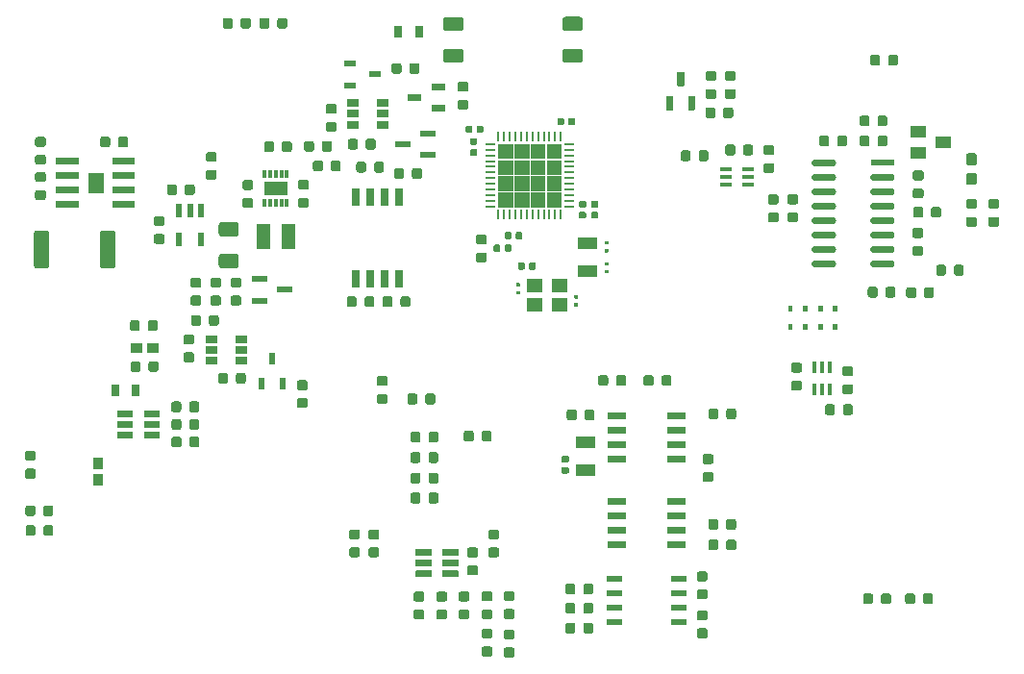
<source format=gbp>
G04 #@! TF.GenerationSoftware,KiCad,Pcbnew,5.1.5+dfsg1-2build2*
G04 #@! TF.CreationDate,2022-03-24T14:40:24+01:00*
G04 #@! TF.ProjectId,EcoApi_pcb,45636f41-7069-45f7-9063-622e6b696361,rev?*
G04 #@! TF.SameCoordinates,Original*
G04 #@! TF.FileFunction,Paste,Bot*
G04 #@! TF.FilePolarity,Positive*
%FSLAX46Y46*%
G04 Gerber Fmt 4.6, Leading zero omitted, Abs format (unit mm)*
G04 Created by KiCad (PCBNEW 5.1.5+dfsg1-2build2) date 2022-03-24 14:40:24*
%MOMM*%
%LPD*%
G04 APERTURE LIST*
%ADD10C,0.100000*%
%ADD11C,0.010000*%
%ADD12R,0.600000X1.050000*%
%ADD13R,1.050000X0.600000*%
%ADD14R,1.400000X1.200000*%
%ADD15R,1.000000X0.700000*%
%ADD16R,1.320800X0.558800*%
%ADD17R,0.600000X1.150000*%
%ADD18R,0.770000X1.070000*%
%ADD19R,2.100000X1.300000*%
%ADD20R,0.300000X0.800000*%
%ADD21R,1.442199X0.558000*%
%ADD22R,1.800000X1.000000*%
%ADD23R,0.807999X0.254800*%
%ADD24R,0.254800X0.807999*%
%ADD25R,0.650000X1.650000*%
%ADD26R,2.154900X0.604455*%
%ADD27R,1.400000X1.000000*%
%ADD28R,1.240000X2.220000*%
%ADD29R,0.400000X1.050000*%
%ADD30R,1.050000X0.400000*%
%ADD31R,1.000000X0.970000*%
%ADD32R,0.970000X1.000000*%
G04 APERTURE END LIST*
D10*
G36*
X183237600Y-50937600D02*
G01*
X182015200Y-50937600D01*
X182015200Y-49715200D01*
X183237600Y-49715200D01*
X183237600Y-50937600D01*
G37*
X183237600Y-50937600D02*
X182015200Y-50937600D01*
X182015200Y-49715200D01*
X183237600Y-49715200D01*
X183237600Y-50937600D01*
G36*
X184660000Y-50937600D02*
G01*
X183437600Y-50937600D01*
X183437600Y-49715200D01*
X184660000Y-49715200D01*
X184660000Y-50937600D01*
G37*
X184660000Y-50937600D02*
X183437600Y-50937600D01*
X183437600Y-49715200D01*
X184660000Y-49715200D01*
X184660000Y-50937600D01*
G36*
X186082400Y-50937600D02*
G01*
X184860000Y-50937600D01*
X184860000Y-49715200D01*
X186082400Y-49715200D01*
X186082400Y-50937600D01*
G37*
X186082400Y-50937600D02*
X184860000Y-50937600D01*
X184860000Y-49715200D01*
X186082400Y-49715200D01*
X186082400Y-50937600D01*
G36*
X187504800Y-50937600D02*
G01*
X186282400Y-50937600D01*
X186282400Y-49715200D01*
X187504800Y-49715200D01*
X187504800Y-50937600D01*
G37*
X187504800Y-50937600D02*
X186282400Y-50937600D01*
X186282400Y-49715200D01*
X187504800Y-49715200D01*
X187504800Y-50937600D01*
G36*
X183237600Y-52360000D02*
G01*
X182015200Y-52360000D01*
X182015200Y-51137600D01*
X183237600Y-51137600D01*
X183237600Y-52360000D01*
G37*
X183237600Y-52360000D02*
X182015200Y-52360000D01*
X182015200Y-51137600D01*
X183237600Y-51137600D01*
X183237600Y-52360000D01*
G36*
X184660000Y-52360000D02*
G01*
X183437600Y-52360000D01*
X183437600Y-51137600D01*
X184660000Y-51137600D01*
X184660000Y-52360000D01*
G37*
X184660000Y-52360000D02*
X183437600Y-52360000D01*
X183437600Y-51137600D01*
X184660000Y-51137600D01*
X184660000Y-52360000D01*
G36*
X186082400Y-52360000D02*
G01*
X184860000Y-52360000D01*
X184860000Y-51137600D01*
X186082400Y-51137600D01*
X186082400Y-52360000D01*
G37*
X186082400Y-52360000D02*
X184860000Y-52360000D01*
X184860000Y-51137600D01*
X186082400Y-51137600D01*
X186082400Y-52360000D01*
G36*
X187504800Y-52360000D02*
G01*
X186282400Y-52360000D01*
X186282400Y-51137600D01*
X187504800Y-51137600D01*
X187504800Y-52360000D01*
G37*
X187504800Y-52360000D02*
X186282400Y-52360000D01*
X186282400Y-51137600D01*
X187504800Y-51137600D01*
X187504800Y-52360000D01*
G36*
X183237600Y-53782400D02*
G01*
X182015200Y-53782400D01*
X182015200Y-52560000D01*
X183237600Y-52560000D01*
X183237600Y-53782400D01*
G37*
X183237600Y-53782400D02*
X182015200Y-53782400D01*
X182015200Y-52560000D01*
X183237600Y-52560000D01*
X183237600Y-53782400D01*
G36*
X184660000Y-53782400D02*
G01*
X183437600Y-53782400D01*
X183437600Y-52560000D01*
X184660000Y-52560000D01*
X184660000Y-53782400D01*
G37*
X184660000Y-53782400D02*
X183437600Y-53782400D01*
X183437600Y-52560000D01*
X184660000Y-52560000D01*
X184660000Y-53782400D01*
G36*
X186082400Y-53782400D02*
G01*
X184860000Y-53782400D01*
X184860000Y-52560000D01*
X186082400Y-52560000D01*
X186082400Y-53782400D01*
G37*
X186082400Y-53782400D02*
X184860000Y-53782400D01*
X184860000Y-52560000D01*
X186082400Y-52560000D01*
X186082400Y-53782400D01*
G36*
X187504800Y-53782400D02*
G01*
X186282400Y-53782400D01*
X186282400Y-52560000D01*
X187504800Y-52560000D01*
X187504800Y-53782400D01*
G37*
X187504800Y-53782400D02*
X186282400Y-53782400D01*
X186282400Y-52560000D01*
X187504800Y-52560000D01*
X187504800Y-53782400D01*
G36*
X183237600Y-55204800D02*
G01*
X182015200Y-55204800D01*
X182015200Y-53982400D01*
X183237600Y-53982400D01*
X183237600Y-55204800D01*
G37*
X183237600Y-55204800D02*
X182015200Y-55204800D01*
X182015200Y-53982400D01*
X183237600Y-53982400D01*
X183237600Y-55204800D01*
G36*
X184660000Y-55204800D02*
G01*
X183437600Y-55204800D01*
X183437600Y-53982400D01*
X184660000Y-53982400D01*
X184660000Y-55204800D01*
G37*
X184660000Y-55204800D02*
X183437600Y-55204800D01*
X183437600Y-53982400D01*
X184660000Y-53982400D01*
X184660000Y-55204800D01*
G36*
X186082400Y-55204800D02*
G01*
X184860000Y-55204800D01*
X184860000Y-53982400D01*
X186082400Y-53982400D01*
X186082400Y-55204800D01*
G37*
X186082400Y-55204800D02*
X184860000Y-55204800D01*
X184860000Y-53982400D01*
X186082400Y-53982400D01*
X186082400Y-55204800D01*
G36*
X187504800Y-55204800D02*
G01*
X186282400Y-55204800D01*
X186282400Y-53982400D01*
X187504800Y-53982400D01*
X187504800Y-55204800D01*
G37*
X187504800Y-55204800D02*
X186282400Y-55204800D01*
X186282400Y-53982400D01*
X187504800Y-53982400D01*
X187504800Y-55204800D01*
D11*
G36*
X145875000Y-53920000D02*
G01*
X147165000Y-53920000D01*
X147165000Y-52280000D01*
X145875000Y-52280000D01*
X145875000Y-53920000D01*
G37*
X145875000Y-53920000D02*
X147165000Y-53920000D01*
X147165000Y-52280000D01*
X145875000Y-52280000D01*
X145875000Y-53920000D01*
D12*
X162090000Y-68570000D03*
X161140000Y-70770000D03*
X163040000Y-70770000D03*
D13*
X171110000Y-43580000D03*
X168910000Y-42630000D03*
X168910000Y-44530000D03*
D10*
G36*
X185166958Y-60140710D02*
G01*
X185181276Y-60142834D01*
X185195317Y-60146351D01*
X185208946Y-60151228D01*
X185222031Y-60157417D01*
X185234447Y-60164858D01*
X185246073Y-60173481D01*
X185256798Y-60183202D01*
X185266519Y-60193927D01*
X185275142Y-60205553D01*
X185282583Y-60217969D01*
X185288772Y-60231054D01*
X185293649Y-60244683D01*
X185297166Y-60258724D01*
X185299290Y-60273042D01*
X185300000Y-60287500D01*
X185300000Y-60632500D01*
X185299290Y-60646958D01*
X185297166Y-60661276D01*
X185293649Y-60675317D01*
X185288772Y-60688946D01*
X185282583Y-60702031D01*
X185275142Y-60714447D01*
X185266519Y-60726073D01*
X185256798Y-60736798D01*
X185246073Y-60746519D01*
X185234447Y-60755142D01*
X185222031Y-60762583D01*
X185208946Y-60768772D01*
X185195317Y-60773649D01*
X185181276Y-60777166D01*
X185166958Y-60779290D01*
X185152500Y-60780000D01*
X184857500Y-60780000D01*
X184843042Y-60779290D01*
X184828724Y-60777166D01*
X184814683Y-60773649D01*
X184801054Y-60768772D01*
X184787969Y-60762583D01*
X184775553Y-60755142D01*
X184763927Y-60746519D01*
X184753202Y-60736798D01*
X184743481Y-60726073D01*
X184734858Y-60714447D01*
X184727417Y-60702031D01*
X184721228Y-60688946D01*
X184716351Y-60675317D01*
X184712834Y-60661276D01*
X184710710Y-60646958D01*
X184710000Y-60632500D01*
X184710000Y-60287500D01*
X184710710Y-60273042D01*
X184712834Y-60258724D01*
X184716351Y-60244683D01*
X184721228Y-60231054D01*
X184727417Y-60217969D01*
X184734858Y-60205553D01*
X184743481Y-60193927D01*
X184753202Y-60183202D01*
X184763927Y-60173481D01*
X184775553Y-60164858D01*
X184787969Y-60157417D01*
X184801054Y-60151228D01*
X184814683Y-60146351D01*
X184828724Y-60142834D01*
X184843042Y-60140710D01*
X184857500Y-60140000D01*
X185152500Y-60140000D01*
X185166958Y-60140710D01*
G37*
G36*
X184196958Y-60140710D02*
G01*
X184211276Y-60142834D01*
X184225317Y-60146351D01*
X184238946Y-60151228D01*
X184252031Y-60157417D01*
X184264447Y-60164858D01*
X184276073Y-60173481D01*
X184286798Y-60183202D01*
X184296519Y-60193927D01*
X184305142Y-60205553D01*
X184312583Y-60217969D01*
X184318772Y-60231054D01*
X184323649Y-60244683D01*
X184327166Y-60258724D01*
X184329290Y-60273042D01*
X184330000Y-60287500D01*
X184330000Y-60632500D01*
X184329290Y-60646958D01*
X184327166Y-60661276D01*
X184323649Y-60675317D01*
X184318772Y-60688946D01*
X184312583Y-60702031D01*
X184305142Y-60714447D01*
X184296519Y-60726073D01*
X184286798Y-60736798D01*
X184276073Y-60746519D01*
X184264447Y-60755142D01*
X184252031Y-60762583D01*
X184238946Y-60768772D01*
X184225317Y-60773649D01*
X184211276Y-60777166D01*
X184196958Y-60779290D01*
X184182500Y-60780000D01*
X183887500Y-60780000D01*
X183873042Y-60779290D01*
X183858724Y-60777166D01*
X183844683Y-60773649D01*
X183831054Y-60768772D01*
X183817969Y-60762583D01*
X183805553Y-60755142D01*
X183793927Y-60746519D01*
X183783202Y-60736798D01*
X183773481Y-60726073D01*
X183764858Y-60714447D01*
X183757417Y-60702031D01*
X183751228Y-60688946D01*
X183746351Y-60675317D01*
X183742834Y-60661276D01*
X183740710Y-60646958D01*
X183740000Y-60632500D01*
X183740000Y-60287500D01*
X183740710Y-60273042D01*
X183742834Y-60258724D01*
X183746351Y-60244683D01*
X183751228Y-60231054D01*
X183757417Y-60217969D01*
X183764858Y-60205553D01*
X183773481Y-60193927D01*
X183783202Y-60183202D01*
X183793927Y-60173481D01*
X183805553Y-60164858D01*
X183817969Y-60157417D01*
X183831054Y-60151228D01*
X183844683Y-60146351D01*
X183858724Y-60142834D01*
X183873042Y-60140710D01*
X183887500Y-60140000D01*
X184182500Y-60140000D01*
X184196958Y-60140710D01*
G37*
G36*
X180797691Y-57686053D02*
G01*
X180818926Y-57689203D01*
X180839750Y-57694419D01*
X180859962Y-57701651D01*
X180879368Y-57710830D01*
X180897781Y-57721866D01*
X180915024Y-57734654D01*
X180930930Y-57749070D01*
X180945346Y-57764976D01*
X180958134Y-57782219D01*
X180969170Y-57800632D01*
X180978349Y-57820038D01*
X180985581Y-57840250D01*
X180990797Y-57861074D01*
X180993947Y-57882309D01*
X180995000Y-57903750D01*
X180995000Y-58341250D01*
X180993947Y-58362691D01*
X180990797Y-58383926D01*
X180985581Y-58404750D01*
X180978349Y-58424962D01*
X180969170Y-58444368D01*
X180958134Y-58462781D01*
X180945346Y-58480024D01*
X180930930Y-58495930D01*
X180915024Y-58510346D01*
X180897781Y-58523134D01*
X180879368Y-58534170D01*
X180859962Y-58543349D01*
X180839750Y-58550581D01*
X180818926Y-58555797D01*
X180797691Y-58558947D01*
X180776250Y-58560000D01*
X180263750Y-58560000D01*
X180242309Y-58558947D01*
X180221074Y-58555797D01*
X180200250Y-58550581D01*
X180180038Y-58543349D01*
X180160632Y-58534170D01*
X180142219Y-58523134D01*
X180124976Y-58510346D01*
X180109070Y-58495930D01*
X180094654Y-58480024D01*
X180081866Y-58462781D01*
X180070830Y-58444368D01*
X180061651Y-58424962D01*
X180054419Y-58404750D01*
X180049203Y-58383926D01*
X180046053Y-58362691D01*
X180045000Y-58341250D01*
X180045000Y-57903750D01*
X180046053Y-57882309D01*
X180049203Y-57861074D01*
X180054419Y-57840250D01*
X180061651Y-57820038D01*
X180070830Y-57800632D01*
X180081866Y-57782219D01*
X180094654Y-57764976D01*
X180109070Y-57749070D01*
X180124976Y-57734654D01*
X180142219Y-57721866D01*
X180160632Y-57710830D01*
X180180038Y-57701651D01*
X180200250Y-57694419D01*
X180221074Y-57689203D01*
X180242309Y-57686053D01*
X180263750Y-57685000D01*
X180776250Y-57685000D01*
X180797691Y-57686053D01*
G37*
G36*
X180797691Y-59261053D02*
G01*
X180818926Y-59264203D01*
X180839750Y-59269419D01*
X180859962Y-59276651D01*
X180879368Y-59285830D01*
X180897781Y-59296866D01*
X180915024Y-59309654D01*
X180930930Y-59324070D01*
X180945346Y-59339976D01*
X180958134Y-59357219D01*
X180969170Y-59375632D01*
X180978349Y-59395038D01*
X180985581Y-59415250D01*
X180990797Y-59436074D01*
X180993947Y-59457309D01*
X180995000Y-59478750D01*
X180995000Y-59916250D01*
X180993947Y-59937691D01*
X180990797Y-59958926D01*
X180985581Y-59979750D01*
X180978349Y-59999962D01*
X180969170Y-60019368D01*
X180958134Y-60037781D01*
X180945346Y-60055024D01*
X180930930Y-60070930D01*
X180915024Y-60085346D01*
X180897781Y-60098134D01*
X180879368Y-60109170D01*
X180859962Y-60118349D01*
X180839750Y-60125581D01*
X180818926Y-60130797D01*
X180797691Y-60133947D01*
X180776250Y-60135000D01*
X180263750Y-60135000D01*
X180242309Y-60133947D01*
X180221074Y-60130797D01*
X180200250Y-60125581D01*
X180180038Y-60118349D01*
X180160632Y-60109170D01*
X180142219Y-60098134D01*
X180124976Y-60085346D01*
X180109070Y-60070930D01*
X180094654Y-60055024D01*
X180081866Y-60037781D01*
X180070830Y-60019368D01*
X180061651Y-59999962D01*
X180054419Y-59979750D01*
X180049203Y-59958926D01*
X180046053Y-59937691D01*
X180045000Y-59916250D01*
X180045000Y-59478750D01*
X180046053Y-59457309D01*
X180049203Y-59436074D01*
X180054419Y-59415250D01*
X180061651Y-59395038D01*
X180070830Y-59375632D01*
X180081866Y-59357219D01*
X180094654Y-59339976D01*
X180109070Y-59324070D01*
X180124976Y-59309654D01*
X180142219Y-59296866D01*
X180160632Y-59285830D01*
X180180038Y-59276651D01*
X180200250Y-59269419D01*
X180221074Y-59264203D01*
X180242309Y-59261053D01*
X180263750Y-59260000D01*
X180776250Y-59260000D01*
X180797691Y-59261053D01*
G37*
G36*
X188636958Y-47410710D02*
G01*
X188651276Y-47412834D01*
X188665317Y-47416351D01*
X188678946Y-47421228D01*
X188692031Y-47427417D01*
X188704447Y-47434858D01*
X188716073Y-47443481D01*
X188726798Y-47453202D01*
X188736519Y-47463927D01*
X188745142Y-47475553D01*
X188752583Y-47487969D01*
X188758772Y-47501054D01*
X188763649Y-47514683D01*
X188767166Y-47528724D01*
X188769290Y-47543042D01*
X188770000Y-47557500D01*
X188770000Y-47902500D01*
X188769290Y-47916958D01*
X188767166Y-47931276D01*
X188763649Y-47945317D01*
X188758772Y-47958946D01*
X188752583Y-47972031D01*
X188745142Y-47984447D01*
X188736519Y-47996073D01*
X188726798Y-48006798D01*
X188716073Y-48016519D01*
X188704447Y-48025142D01*
X188692031Y-48032583D01*
X188678946Y-48038772D01*
X188665317Y-48043649D01*
X188651276Y-48047166D01*
X188636958Y-48049290D01*
X188622500Y-48050000D01*
X188327500Y-48050000D01*
X188313042Y-48049290D01*
X188298724Y-48047166D01*
X188284683Y-48043649D01*
X188271054Y-48038772D01*
X188257969Y-48032583D01*
X188245553Y-48025142D01*
X188233927Y-48016519D01*
X188223202Y-48006798D01*
X188213481Y-47996073D01*
X188204858Y-47984447D01*
X188197417Y-47972031D01*
X188191228Y-47958946D01*
X188186351Y-47945317D01*
X188182834Y-47931276D01*
X188180710Y-47916958D01*
X188180000Y-47902500D01*
X188180000Y-47557500D01*
X188180710Y-47543042D01*
X188182834Y-47528724D01*
X188186351Y-47514683D01*
X188191228Y-47501054D01*
X188197417Y-47487969D01*
X188204858Y-47475553D01*
X188213481Y-47463927D01*
X188223202Y-47453202D01*
X188233927Y-47443481D01*
X188245553Y-47434858D01*
X188257969Y-47427417D01*
X188271054Y-47421228D01*
X188284683Y-47416351D01*
X188298724Y-47412834D01*
X188313042Y-47410710D01*
X188327500Y-47410000D01*
X188622500Y-47410000D01*
X188636958Y-47410710D01*
G37*
G36*
X187666958Y-47410710D02*
G01*
X187681276Y-47412834D01*
X187695317Y-47416351D01*
X187708946Y-47421228D01*
X187722031Y-47427417D01*
X187734447Y-47434858D01*
X187746073Y-47443481D01*
X187756798Y-47453202D01*
X187766519Y-47463927D01*
X187775142Y-47475553D01*
X187782583Y-47487969D01*
X187788772Y-47501054D01*
X187793649Y-47514683D01*
X187797166Y-47528724D01*
X187799290Y-47543042D01*
X187800000Y-47557500D01*
X187800000Y-47902500D01*
X187799290Y-47916958D01*
X187797166Y-47931276D01*
X187793649Y-47945317D01*
X187788772Y-47958946D01*
X187782583Y-47972031D01*
X187775142Y-47984447D01*
X187766519Y-47996073D01*
X187756798Y-48006798D01*
X187746073Y-48016519D01*
X187734447Y-48025142D01*
X187722031Y-48032583D01*
X187708946Y-48038772D01*
X187695317Y-48043649D01*
X187681276Y-48047166D01*
X187666958Y-48049290D01*
X187652500Y-48050000D01*
X187357500Y-48050000D01*
X187343042Y-48049290D01*
X187328724Y-48047166D01*
X187314683Y-48043649D01*
X187301054Y-48038772D01*
X187287969Y-48032583D01*
X187275553Y-48025142D01*
X187263927Y-48016519D01*
X187253202Y-48006798D01*
X187243481Y-47996073D01*
X187234858Y-47984447D01*
X187227417Y-47972031D01*
X187221228Y-47958946D01*
X187216351Y-47945317D01*
X187212834Y-47931276D01*
X187210710Y-47916958D01*
X187210000Y-47902500D01*
X187210000Y-47557500D01*
X187210710Y-47543042D01*
X187212834Y-47528724D01*
X187216351Y-47514683D01*
X187221228Y-47501054D01*
X187227417Y-47487969D01*
X187234858Y-47475553D01*
X187243481Y-47463927D01*
X187253202Y-47453202D01*
X187263927Y-47443481D01*
X187275553Y-47434858D01*
X187287969Y-47427417D01*
X187301054Y-47421228D01*
X187314683Y-47416351D01*
X187328724Y-47412834D01*
X187343042Y-47410710D01*
X187357500Y-47410000D01*
X187652500Y-47410000D01*
X187666958Y-47410710D01*
G37*
G36*
X180556958Y-48090710D02*
G01*
X180571276Y-48092834D01*
X180585317Y-48096351D01*
X180598946Y-48101228D01*
X180612031Y-48107417D01*
X180624447Y-48114858D01*
X180636073Y-48123481D01*
X180646798Y-48133202D01*
X180656519Y-48143927D01*
X180665142Y-48155553D01*
X180672583Y-48167969D01*
X180678772Y-48181054D01*
X180683649Y-48194683D01*
X180687166Y-48208724D01*
X180689290Y-48223042D01*
X180690000Y-48237500D01*
X180690000Y-48582500D01*
X180689290Y-48596958D01*
X180687166Y-48611276D01*
X180683649Y-48625317D01*
X180678772Y-48638946D01*
X180672583Y-48652031D01*
X180665142Y-48664447D01*
X180656519Y-48676073D01*
X180646798Y-48686798D01*
X180636073Y-48696519D01*
X180624447Y-48705142D01*
X180612031Y-48712583D01*
X180598946Y-48718772D01*
X180585317Y-48723649D01*
X180571276Y-48727166D01*
X180556958Y-48729290D01*
X180542500Y-48730000D01*
X180247500Y-48730000D01*
X180233042Y-48729290D01*
X180218724Y-48727166D01*
X180204683Y-48723649D01*
X180191054Y-48718772D01*
X180177969Y-48712583D01*
X180165553Y-48705142D01*
X180153927Y-48696519D01*
X180143202Y-48686798D01*
X180133481Y-48676073D01*
X180124858Y-48664447D01*
X180117417Y-48652031D01*
X180111228Y-48638946D01*
X180106351Y-48625317D01*
X180102834Y-48611276D01*
X180100710Y-48596958D01*
X180100000Y-48582500D01*
X180100000Y-48237500D01*
X180100710Y-48223042D01*
X180102834Y-48208724D01*
X180106351Y-48194683D01*
X180111228Y-48181054D01*
X180117417Y-48167969D01*
X180124858Y-48155553D01*
X180133481Y-48143927D01*
X180143202Y-48133202D01*
X180153927Y-48123481D01*
X180165553Y-48114858D01*
X180177969Y-48107417D01*
X180191054Y-48101228D01*
X180204683Y-48096351D01*
X180218724Y-48092834D01*
X180233042Y-48090710D01*
X180247500Y-48090000D01*
X180542500Y-48090000D01*
X180556958Y-48090710D01*
G37*
G36*
X179586958Y-48090710D02*
G01*
X179601276Y-48092834D01*
X179615317Y-48096351D01*
X179628946Y-48101228D01*
X179642031Y-48107417D01*
X179654447Y-48114858D01*
X179666073Y-48123481D01*
X179676798Y-48133202D01*
X179686519Y-48143927D01*
X179695142Y-48155553D01*
X179702583Y-48167969D01*
X179708772Y-48181054D01*
X179713649Y-48194683D01*
X179717166Y-48208724D01*
X179719290Y-48223042D01*
X179720000Y-48237500D01*
X179720000Y-48582500D01*
X179719290Y-48596958D01*
X179717166Y-48611276D01*
X179713649Y-48625317D01*
X179708772Y-48638946D01*
X179702583Y-48652031D01*
X179695142Y-48664447D01*
X179686519Y-48676073D01*
X179676798Y-48686798D01*
X179666073Y-48696519D01*
X179654447Y-48705142D01*
X179642031Y-48712583D01*
X179628946Y-48718772D01*
X179615317Y-48723649D01*
X179601276Y-48727166D01*
X179586958Y-48729290D01*
X179572500Y-48730000D01*
X179277500Y-48730000D01*
X179263042Y-48729290D01*
X179248724Y-48727166D01*
X179234683Y-48723649D01*
X179221054Y-48718772D01*
X179207969Y-48712583D01*
X179195553Y-48705142D01*
X179183927Y-48696519D01*
X179173202Y-48686798D01*
X179163481Y-48676073D01*
X179154858Y-48664447D01*
X179147417Y-48652031D01*
X179141228Y-48638946D01*
X179136351Y-48625317D01*
X179132834Y-48611276D01*
X179130710Y-48596958D01*
X179130000Y-48582500D01*
X179130000Y-48237500D01*
X179130710Y-48223042D01*
X179132834Y-48208724D01*
X179136351Y-48194683D01*
X179141228Y-48181054D01*
X179147417Y-48167969D01*
X179154858Y-48155553D01*
X179163481Y-48143927D01*
X179173202Y-48133202D01*
X179183927Y-48123481D01*
X179195553Y-48114858D01*
X179207969Y-48107417D01*
X179221054Y-48101228D01*
X179234683Y-48096351D01*
X179248724Y-48092834D01*
X179263042Y-48090710D01*
X179277500Y-48090000D01*
X179572500Y-48090000D01*
X179586958Y-48090710D01*
G37*
G36*
X189606958Y-55690710D02*
G01*
X189621276Y-55692834D01*
X189635317Y-55696351D01*
X189648946Y-55701228D01*
X189662031Y-55707417D01*
X189674447Y-55714858D01*
X189686073Y-55723481D01*
X189696798Y-55733202D01*
X189706519Y-55743927D01*
X189715142Y-55755553D01*
X189722583Y-55767969D01*
X189728772Y-55781054D01*
X189733649Y-55794683D01*
X189737166Y-55808724D01*
X189739290Y-55823042D01*
X189740000Y-55837500D01*
X189740000Y-56132500D01*
X189739290Y-56146958D01*
X189737166Y-56161276D01*
X189733649Y-56175317D01*
X189728772Y-56188946D01*
X189722583Y-56202031D01*
X189715142Y-56214447D01*
X189706519Y-56226073D01*
X189696798Y-56236798D01*
X189686073Y-56246519D01*
X189674447Y-56255142D01*
X189662031Y-56262583D01*
X189648946Y-56268772D01*
X189635317Y-56273649D01*
X189621276Y-56277166D01*
X189606958Y-56279290D01*
X189592500Y-56280000D01*
X189247500Y-56280000D01*
X189233042Y-56279290D01*
X189218724Y-56277166D01*
X189204683Y-56273649D01*
X189191054Y-56268772D01*
X189177969Y-56262583D01*
X189165553Y-56255142D01*
X189153927Y-56246519D01*
X189143202Y-56236798D01*
X189133481Y-56226073D01*
X189124858Y-56214447D01*
X189117417Y-56202031D01*
X189111228Y-56188946D01*
X189106351Y-56175317D01*
X189102834Y-56161276D01*
X189100710Y-56146958D01*
X189100000Y-56132500D01*
X189100000Y-55837500D01*
X189100710Y-55823042D01*
X189102834Y-55808724D01*
X189106351Y-55794683D01*
X189111228Y-55781054D01*
X189117417Y-55767969D01*
X189124858Y-55755553D01*
X189133481Y-55743927D01*
X189143202Y-55733202D01*
X189153927Y-55723481D01*
X189165553Y-55714858D01*
X189177969Y-55707417D01*
X189191054Y-55701228D01*
X189204683Y-55696351D01*
X189218724Y-55692834D01*
X189233042Y-55690710D01*
X189247500Y-55690000D01*
X189592500Y-55690000D01*
X189606958Y-55690710D01*
G37*
G36*
X189606958Y-54720710D02*
G01*
X189621276Y-54722834D01*
X189635317Y-54726351D01*
X189648946Y-54731228D01*
X189662031Y-54737417D01*
X189674447Y-54744858D01*
X189686073Y-54753481D01*
X189696798Y-54763202D01*
X189706519Y-54773927D01*
X189715142Y-54785553D01*
X189722583Y-54797969D01*
X189728772Y-54811054D01*
X189733649Y-54824683D01*
X189737166Y-54838724D01*
X189739290Y-54853042D01*
X189740000Y-54867500D01*
X189740000Y-55162500D01*
X189739290Y-55176958D01*
X189737166Y-55191276D01*
X189733649Y-55205317D01*
X189728772Y-55218946D01*
X189722583Y-55232031D01*
X189715142Y-55244447D01*
X189706519Y-55256073D01*
X189696798Y-55266798D01*
X189686073Y-55276519D01*
X189674447Y-55285142D01*
X189662031Y-55292583D01*
X189648946Y-55298772D01*
X189635317Y-55303649D01*
X189621276Y-55307166D01*
X189606958Y-55309290D01*
X189592500Y-55310000D01*
X189247500Y-55310000D01*
X189233042Y-55309290D01*
X189218724Y-55307166D01*
X189204683Y-55303649D01*
X189191054Y-55298772D01*
X189177969Y-55292583D01*
X189165553Y-55285142D01*
X189153927Y-55276519D01*
X189143202Y-55266798D01*
X189133481Y-55256073D01*
X189124858Y-55244447D01*
X189117417Y-55232031D01*
X189111228Y-55218946D01*
X189106351Y-55205317D01*
X189102834Y-55191276D01*
X189100710Y-55176958D01*
X189100000Y-55162500D01*
X189100000Y-54867500D01*
X189100710Y-54853042D01*
X189102834Y-54838724D01*
X189106351Y-54824683D01*
X189111228Y-54811054D01*
X189117417Y-54797969D01*
X189124858Y-54785553D01*
X189133481Y-54773927D01*
X189143202Y-54763202D01*
X189153927Y-54753481D01*
X189165553Y-54744858D01*
X189177969Y-54737417D01*
X189191054Y-54731228D01*
X189204683Y-54726351D01*
X189218724Y-54722834D01*
X189233042Y-54720710D01*
X189247500Y-54720000D01*
X189592500Y-54720000D01*
X189606958Y-54720710D01*
G37*
G36*
X190696958Y-55690710D02*
G01*
X190711276Y-55692834D01*
X190725317Y-55696351D01*
X190738946Y-55701228D01*
X190752031Y-55707417D01*
X190764447Y-55714858D01*
X190776073Y-55723481D01*
X190786798Y-55733202D01*
X190796519Y-55743927D01*
X190805142Y-55755553D01*
X190812583Y-55767969D01*
X190818772Y-55781054D01*
X190823649Y-55794683D01*
X190827166Y-55808724D01*
X190829290Y-55823042D01*
X190830000Y-55837500D01*
X190830000Y-56132500D01*
X190829290Y-56146958D01*
X190827166Y-56161276D01*
X190823649Y-56175317D01*
X190818772Y-56188946D01*
X190812583Y-56202031D01*
X190805142Y-56214447D01*
X190796519Y-56226073D01*
X190786798Y-56236798D01*
X190776073Y-56246519D01*
X190764447Y-56255142D01*
X190752031Y-56262583D01*
X190738946Y-56268772D01*
X190725317Y-56273649D01*
X190711276Y-56277166D01*
X190696958Y-56279290D01*
X190682500Y-56280000D01*
X190337500Y-56280000D01*
X190323042Y-56279290D01*
X190308724Y-56277166D01*
X190294683Y-56273649D01*
X190281054Y-56268772D01*
X190267969Y-56262583D01*
X190255553Y-56255142D01*
X190243927Y-56246519D01*
X190233202Y-56236798D01*
X190223481Y-56226073D01*
X190214858Y-56214447D01*
X190207417Y-56202031D01*
X190201228Y-56188946D01*
X190196351Y-56175317D01*
X190192834Y-56161276D01*
X190190710Y-56146958D01*
X190190000Y-56132500D01*
X190190000Y-55837500D01*
X190190710Y-55823042D01*
X190192834Y-55808724D01*
X190196351Y-55794683D01*
X190201228Y-55781054D01*
X190207417Y-55767969D01*
X190214858Y-55755553D01*
X190223481Y-55743927D01*
X190233202Y-55733202D01*
X190243927Y-55723481D01*
X190255553Y-55714858D01*
X190267969Y-55707417D01*
X190281054Y-55701228D01*
X190294683Y-55696351D01*
X190308724Y-55692834D01*
X190323042Y-55690710D01*
X190337500Y-55690000D01*
X190682500Y-55690000D01*
X190696958Y-55690710D01*
G37*
G36*
X190696958Y-54720710D02*
G01*
X190711276Y-54722834D01*
X190725317Y-54726351D01*
X190738946Y-54731228D01*
X190752031Y-54737417D01*
X190764447Y-54744858D01*
X190776073Y-54753481D01*
X190786798Y-54763202D01*
X190796519Y-54773927D01*
X190805142Y-54785553D01*
X190812583Y-54797969D01*
X190818772Y-54811054D01*
X190823649Y-54824683D01*
X190827166Y-54838724D01*
X190829290Y-54853042D01*
X190830000Y-54867500D01*
X190830000Y-55162500D01*
X190829290Y-55176958D01*
X190827166Y-55191276D01*
X190823649Y-55205317D01*
X190818772Y-55218946D01*
X190812583Y-55232031D01*
X190805142Y-55244447D01*
X190796519Y-55256073D01*
X190786798Y-55266798D01*
X190776073Y-55276519D01*
X190764447Y-55285142D01*
X190752031Y-55292583D01*
X190738946Y-55298772D01*
X190725317Y-55303649D01*
X190711276Y-55307166D01*
X190696958Y-55309290D01*
X190682500Y-55310000D01*
X190337500Y-55310000D01*
X190323042Y-55309290D01*
X190308724Y-55307166D01*
X190294683Y-55303649D01*
X190281054Y-55298772D01*
X190267969Y-55292583D01*
X190255553Y-55285142D01*
X190243927Y-55276519D01*
X190233202Y-55266798D01*
X190223481Y-55256073D01*
X190214858Y-55244447D01*
X190207417Y-55232031D01*
X190201228Y-55218946D01*
X190196351Y-55205317D01*
X190192834Y-55191276D01*
X190190710Y-55176958D01*
X190190000Y-55162500D01*
X190190000Y-54867500D01*
X190190710Y-54853042D01*
X190192834Y-54838724D01*
X190196351Y-54824683D01*
X190201228Y-54811054D01*
X190207417Y-54797969D01*
X190214858Y-54785553D01*
X190223481Y-54773927D01*
X190233202Y-54763202D01*
X190243927Y-54753481D01*
X190255553Y-54744858D01*
X190267969Y-54737417D01*
X190281054Y-54731228D01*
X190294683Y-54726351D01*
X190308724Y-54722834D01*
X190323042Y-54720710D01*
X190337500Y-54720000D01*
X190682500Y-54720000D01*
X190696958Y-54720710D01*
G37*
G36*
X180026958Y-50150710D02*
G01*
X180041276Y-50152834D01*
X180055317Y-50156351D01*
X180068946Y-50161228D01*
X180082031Y-50167417D01*
X180094447Y-50174858D01*
X180106073Y-50183481D01*
X180116798Y-50193202D01*
X180126519Y-50203927D01*
X180135142Y-50215553D01*
X180142583Y-50227969D01*
X180148772Y-50241054D01*
X180153649Y-50254683D01*
X180157166Y-50268724D01*
X180159290Y-50283042D01*
X180160000Y-50297500D01*
X180160000Y-50592500D01*
X180159290Y-50606958D01*
X180157166Y-50621276D01*
X180153649Y-50635317D01*
X180148772Y-50648946D01*
X180142583Y-50662031D01*
X180135142Y-50674447D01*
X180126519Y-50686073D01*
X180116798Y-50696798D01*
X180106073Y-50706519D01*
X180094447Y-50715142D01*
X180082031Y-50722583D01*
X180068946Y-50728772D01*
X180055317Y-50733649D01*
X180041276Y-50737166D01*
X180026958Y-50739290D01*
X180012500Y-50740000D01*
X179667500Y-50740000D01*
X179653042Y-50739290D01*
X179638724Y-50737166D01*
X179624683Y-50733649D01*
X179611054Y-50728772D01*
X179597969Y-50722583D01*
X179585553Y-50715142D01*
X179573927Y-50706519D01*
X179563202Y-50696798D01*
X179553481Y-50686073D01*
X179544858Y-50674447D01*
X179537417Y-50662031D01*
X179531228Y-50648946D01*
X179526351Y-50635317D01*
X179522834Y-50621276D01*
X179520710Y-50606958D01*
X179520000Y-50592500D01*
X179520000Y-50297500D01*
X179520710Y-50283042D01*
X179522834Y-50268724D01*
X179526351Y-50254683D01*
X179531228Y-50241054D01*
X179537417Y-50227969D01*
X179544858Y-50215553D01*
X179553481Y-50203927D01*
X179563202Y-50193202D01*
X179573927Y-50183481D01*
X179585553Y-50174858D01*
X179597969Y-50167417D01*
X179611054Y-50161228D01*
X179624683Y-50156351D01*
X179638724Y-50152834D01*
X179653042Y-50150710D01*
X179667500Y-50150000D01*
X180012500Y-50150000D01*
X180026958Y-50150710D01*
G37*
G36*
X180026958Y-49180710D02*
G01*
X180041276Y-49182834D01*
X180055317Y-49186351D01*
X180068946Y-49191228D01*
X180082031Y-49197417D01*
X180094447Y-49204858D01*
X180106073Y-49213481D01*
X180116798Y-49223202D01*
X180126519Y-49233927D01*
X180135142Y-49245553D01*
X180142583Y-49257969D01*
X180148772Y-49271054D01*
X180153649Y-49284683D01*
X180157166Y-49298724D01*
X180159290Y-49313042D01*
X180160000Y-49327500D01*
X180160000Y-49622500D01*
X180159290Y-49636958D01*
X180157166Y-49651276D01*
X180153649Y-49665317D01*
X180148772Y-49678946D01*
X180142583Y-49692031D01*
X180135142Y-49704447D01*
X180126519Y-49716073D01*
X180116798Y-49726798D01*
X180106073Y-49736519D01*
X180094447Y-49745142D01*
X180082031Y-49752583D01*
X180068946Y-49758772D01*
X180055317Y-49763649D01*
X180041276Y-49767166D01*
X180026958Y-49769290D01*
X180012500Y-49770000D01*
X179667500Y-49770000D01*
X179653042Y-49769290D01*
X179638724Y-49767166D01*
X179624683Y-49763649D01*
X179611054Y-49758772D01*
X179597969Y-49752583D01*
X179585553Y-49745142D01*
X179573927Y-49736519D01*
X179563202Y-49726798D01*
X179553481Y-49716073D01*
X179544858Y-49704447D01*
X179537417Y-49692031D01*
X179531228Y-49678946D01*
X179526351Y-49665317D01*
X179522834Y-49651276D01*
X179520710Y-49636958D01*
X179520000Y-49622500D01*
X179520000Y-49327500D01*
X179520710Y-49313042D01*
X179522834Y-49298724D01*
X179526351Y-49284683D01*
X179531228Y-49271054D01*
X179537417Y-49257969D01*
X179544858Y-49245553D01*
X179553481Y-49233927D01*
X179563202Y-49223202D01*
X179573927Y-49213481D01*
X179585553Y-49204858D01*
X179597969Y-49197417D01*
X179611054Y-49191228D01*
X179624683Y-49186351D01*
X179638724Y-49182834D01*
X179653042Y-49180710D01*
X179667500Y-49180000D01*
X180012500Y-49180000D01*
X180026958Y-49180710D01*
G37*
G36*
X182056958Y-58560710D02*
G01*
X182071276Y-58562834D01*
X182085317Y-58566351D01*
X182098946Y-58571228D01*
X182112031Y-58577417D01*
X182124447Y-58584858D01*
X182136073Y-58593481D01*
X182146798Y-58603202D01*
X182156519Y-58613927D01*
X182165142Y-58625553D01*
X182172583Y-58637969D01*
X182178772Y-58651054D01*
X182183649Y-58664683D01*
X182187166Y-58678724D01*
X182189290Y-58693042D01*
X182190000Y-58707500D01*
X182190000Y-59052500D01*
X182189290Y-59066958D01*
X182187166Y-59081276D01*
X182183649Y-59095317D01*
X182178772Y-59108946D01*
X182172583Y-59122031D01*
X182165142Y-59134447D01*
X182156519Y-59146073D01*
X182146798Y-59156798D01*
X182136073Y-59166519D01*
X182124447Y-59175142D01*
X182112031Y-59182583D01*
X182098946Y-59188772D01*
X182085317Y-59193649D01*
X182071276Y-59197166D01*
X182056958Y-59199290D01*
X182042500Y-59200000D01*
X181747500Y-59200000D01*
X181733042Y-59199290D01*
X181718724Y-59197166D01*
X181704683Y-59193649D01*
X181691054Y-59188772D01*
X181677969Y-59182583D01*
X181665553Y-59175142D01*
X181653927Y-59166519D01*
X181643202Y-59156798D01*
X181633481Y-59146073D01*
X181624858Y-59134447D01*
X181617417Y-59122031D01*
X181611228Y-59108946D01*
X181606351Y-59095317D01*
X181602834Y-59081276D01*
X181600710Y-59066958D01*
X181600000Y-59052500D01*
X181600000Y-58707500D01*
X181600710Y-58693042D01*
X181602834Y-58678724D01*
X181606351Y-58664683D01*
X181611228Y-58651054D01*
X181617417Y-58637969D01*
X181624858Y-58625553D01*
X181633481Y-58613927D01*
X181643202Y-58603202D01*
X181653927Y-58593481D01*
X181665553Y-58584858D01*
X181677969Y-58577417D01*
X181691054Y-58571228D01*
X181704683Y-58566351D01*
X181718724Y-58562834D01*
X181733042Y-58560710D01*
X181747500Y-58560000D01*
X182042500Y-58560000D01*
X182056958Y-58560710D01*
G37*
G36*
X183026958Y-58560710D02*
G01*
X183041276Y-58562834D01*
X183055317Y-58566351D01*
X183068946Y-58571228D01*
X183082031Y-58577417D01*
X183094447Y-58584858D01*
X183106073Y-58593481D01*
X183116798Y-58603202D01*
X183126519Y-58613927D01*
X183135142Y-58625553D01*
X183142583Y-58637969D01*
X183148772Y-58651054D01*
X183153649Y-58664683D01*
X183157166Y-58678724D01*
X183159290Y-58693042D01*
X183160000Y-58707500D01*
X183160000Y-59052500D01*
X183159290Y-59066958D01*
X183157166Y-59081276D01*
X183153649Y-59095317D01*
X183148772Y-59108946D01*
X183142583Y-59122031D01*
X183135142Y-59134447D01*
X183126519Y-59146073D01*
X183116798Y-59156798D01*
X183106073Y-59166519D01*
X183094447Y-59175142D01*
X183082031Y-59182583D01*
X183068946Y-59188772D01*
X183055317Y-59193649D01*
X183041276Y-59197166D01*
X183026958Y-59199290D01*
X183012500Y-59200000D01*
X182717500Y-59200000D01*
X182703042Y-59199290D01*
X182688724Y-59197166D01*
X182674683Y-59193649D01*
X182661054Y-59188772D01*
X182647969Y-59182583D01*
X182635553Y-59175142D01*
X182623927Y-59166519D01*
X182613202Y-59156798D01*
X182603481Y-59146073D01*
X182594858Y-59134447D01*
X182587417Y-59122031D01*
X182581228Y-59108946D01*
X182576351Y-59095317D01*
X182572834Y-59081276D01*
X182570710Y-59066958D01*
X182570000Y-59052500D01*
X182570000Y-58707500D01*
X182570710Y-58693042D01*
X182572834Y-58678724D01*
X182576351Y-58664683D01*
X182581228Y-58651054D01*
X182587417Y-58637969D01*
X182594858Y-58625553D01*
X182603481Y-58613927D01*
X182613202Y-58603202D01*
X182623927Y-58593481D01*
X182635553Y-58584858D01*
X182647969Y-58577417D01*
X182661054Y-58571228D01*
X182674683Y-58566351D01*
X182688724Y-58562834D01*
X182703042Y-58560710D01*
X182717500Y-58560000D01*
X183012500Y-58560000D01*
X183026958Y-58560710D01*
G37*
G36*
X183026958Y-57460710D02*
G01*
X183041276Y-57462834D01*
X183055317Y-57466351D01*
X183068946Y-57471228D01*
X183082031Y-57477417D01*
X183094447Y-57484858D01*
X183106073Y-57493481D01*
X183116798Y-57503202D01*
X183126519Y-57513927D01*
X183135142Y-57525553D01*
X183142583Y-57537969D01*
X183148772Y-57551054D01*
X183153649Y-57564683D01*
X183157166Y-57578724D01*
X183159290Y-57593042D01*
X183160000Y-57607500D01*
X183160000Y-57952500D01*
X183159290Y-57966958D01*
X183157166Y-57981276D01*
X183153649Y-57995317D01*
X183148772Y-58008946D01*
X183142583Y-58022031D01*
X183135142Y-58034447D01*
X183126519Y-58046073D01*
X183116798Y-58056798D01*
X183106073Y-58066519D01*
X183094447Y-58075142D01*
X183082031Y-58082583D01*
X183068946Y-58088772D01*
X183055317Y-58093649D01*
X183041276Y-58097166D01*
X183026958Y-58099290D01*
X183012500Y-58100000D01*
X182717500Y-58100000D01*
X182703042Y-58099290D01*
X182688724Y-58097166D01*
X182674683Y-58093649D01*
X182661054Y-58088772D01*
X182647969Y-58082583D01*
X182635553Y-58075142D01*
X182623927Y-58066519D01*
X182613202Y-58056798D01*
X182603481Y-58046073D01*
X182594858Y-58034447D01*
X182587417Y-58022031D01*
X182581228Y-58008946D01*
X182576351Y-57995317D01*
X182572834Y-57981276D01*
X182570710Y-57966958D01*
X182570000Y-57952500D01*
X182570000Y-57607500D01*
X182570710Y-57593042D01*
X182572834Y-57578724D01*
X182576351Y-57564683D01*
X182581228Y-57551054D01*
X182587417Y-57537969D01*
X182594858Y-57525553D01*
X182603481Y-57513927D01*
X182613202Y-57503202D01*
X182623927Y-57493481D01*
X182635553Y-57484858D01*
X182647969Y-57477417D01*
X182661054Y-57471228D01*
X182674683Y-57466351D01*
X182688724Y-57462834D01*
X182703042Y-57460710D01*
X182717500Y-57460000D01*
X183012500Y-57460000D01*
X183026958Y-57460710D01*
G37*
G36*
X183996958Y-57460710D02*
G01*
X184011276Y-57462834D01*
X184025317Y-57466351D01*
X184038946Y-57471228D01*
X184052031Y-57477417D01*
X184064447Y-57484858D01*
X184076073Y-57493481D01*
X184086798Y-57503202D01*
X184096519Y-57513927D01*
X184105142Y-57525553D01*
X184112583Y-57537969D01*
X184118772Y-57551054D01*
X184123649Y-57564683D01*
X184127166Y-57578724D01*
X184129290Y-57593042D01*
X184130000Y-57607500D01*
X184130000Y-57952500D01*
X184129290Y-57966958D01*
X184127166Y-57981276D01*
X184123649Y-57995317D01*
X184118772Y-58008946D01*
X184112583Y-58022031D01*
X184105142Y-58034447D01*
X184096519Y-58046073D01*
X184086798Y-58056798D01*
X184076073Y-58066519D01*
X184064447Y-58075142D01*
X184052031Y-58082583D01*
X184038946Y-58088772D01*
X184025317Y-58093649D01*
X184011276Y-58097166D01*
X183996958Y-58099290D01*
X183982500Y-58100000D01*
X183687500Y-58100000D01*
X183673042Y-58099290D01*
X183658724Y-58097166D01*
X183644683Y-58093649D01*
X183631054Y-58088772D01*
X183617969Y-58082583D01*
X183605553Y-58075142D01*
X183593927Y-58066519D01*
X183583202Y-58056798D01*
X183573481Y-58046073D01*
X183564858Y-58034447D01*
X183557417Y-58022031D01*
X183551228Y-58008946D01*
X183546351Y-57995317D01*
X183542834Y-57981276D01*
X183540710Y-57966958D01*
X183540000Y-57952500D01*
X183540000Y-57607500D01*
X183540710Y-57593042D01*
X183542834Y-57578724D01*
X183546351Y-57564683D01*
X183551228Y-57551054D01*
X183557417Y-57537969D01*
X183564858Y-57525553D01*
X183573481Y-57513927D01*
X183583202Y-57503202D01*
X183593927Y-57493481D01*
X183605553Y-57484858D01*
X183617969Y-57477417D01*
X183631054Y-57471228D01*
X183644683Y-57466351D01*
X183658724Y-57462834D01*
X183673042Y-57460710D01*
X183687500Y-57460000D01*
X183982500Y-57460000D01*
X183996958Y-57460710D01*
G37*
G36*
X188086958Y-77170710D02*
G01*
X188101276Y-77172834D01*
X188115317Y-77176351D01*
X188128946Y-77181228D01*
X188142031Y-77187417D01*
X188154447Y-77194858D01*
X188166073Y-77203481D01*
X188176798Y-77213202D01*
X188186519Y-77223927D01*
X188195142Y-77235553D01*
X188202583Y-77247969D01*
X188208772Y-77261054D01*
X188213649Y-77274683D01*
X188217166Y-77288724D01*
X188219290Y-77303042D01*
X188220000Y-77317500D01*
X188220000Y-77612500D01*
X188219290Y-77626958D01*
X188217166Y-77641276D01*
X188213649Y-77655317D01*
X188208772Y-77668946D01*
X188202583Y-77682031D01*
X188195142Y-77694447D01*
X188186519Y-77706073D01*
X188176798Y-77716798D01*
X188166073Y-77726519D01*
X188154447Y-77735142D01*
X188142031Y-77742583D01*
X188128946Y-77748772D01*
X188115317Y-77753649D01*
X188101276Y-77757166D01*
X188086958Y-77759290D01*
X188072500Y-77760000D01*
X187727500Y-77760000D01*
X187713042Y-77759290D01*
X187698724Y-77757166D01*
X187684683Y-77753649D01*
X187671054Y-77748772D01*
X187657969Y-77742583D01*
X187645553Y-77735142D01*
X187633927Y-77726519D01*
X187623202Y-77716798D01*
X187613481Y-77706073D01*
X187604858Y-77694447D01*
X187597417Y-77682031D01*
X187591228Y-77668946D01*
X187586351Y-77655317D01*
X187582834Y-77641276D01*
X187580710Y-77626958D01*
X187580000Y-77612500D01*
X187580000Y-77317500D01*
X187580710Y-77303042D01*
X187582834Y-77288724D01*
X187586351Y-77274683D01*
X187591228Y-77261054D01*
X187597417Y-77247969D01*
X187604858Y-77235553D01*
X187613481Y-77223927D01*
X187623202Y-77213202D01*
X187633927Y-77203481D01*
X187645553Y-77194858D01*
X187657969Y-77187417D01*
X187671054Y-77181228D01*
X187684683Y-77176351D01*
X187698724Y-77172834D01*
X187713042Y-77170710D01*
X187727500Y-77170000D01*
X188072500Y-77170000D01*
X188086958Y-77170710D01*
G37*
G36*
X188086958Y-78140710D02*
G01*
X188101276Y-78142834D01*
X188115317Y-78146351D01*
X188128946Y-78151228D01*
X188142031Y-78157417D01*
X188154447Y-78164858D01*
X188166073Y-78173481D01*
X188176798Y-78183202D01*
X188186519Y-78193927D01*
X188195142Y-78205553D01*
X188202583Y-78217969D01*
X188208772Y-78231054D01*
X188213649Y-78244683D01*
X188217166Y-78258724D01*
X188219290Y-78273042D01*
X188220000Y-78287500D01*
X188220000Y-78582500D01*
X188219290Y-78596958D01*
X188217166Y-78611276D01*
X188213649Y-78625317D01*
X188208772Y-78638946D01*
X188202583Y-78652031D01*
X188195142Y-78664447D01*
X188186519Y-78676073D01*
X188176798Y-78686798D01*
X188166073Y-78696519D01*
X188154447Y-78705142D01*
X188142031Y-78712583D01*
X188128946Y-78718772D01*
X188115317Y-78723649D01*
X188101276Y-78727166D01*
X188086958Y-78729290D01*
X188072500Y-78730000D01*
X187727500Y-78730000D01*
X187713042Y-78729290D01*
X187698724Y-78727166D01*
X187684683Y-78723649D01*
X187671054Y-78718772D01*
X187657969Y-78712583D01*
X187645553Y-78705142D01*
X187633927Y-78696519D01*
X187623202Y-78686798D01*
X187613481Y-78676073D01*
X187604858Y-78664447D01*
X187597417Y-78652031D01*
X187591228Y-78638946D01*
X187586351Y-78625317D01*
X187582834Y-78611276D01*
X187580710Y-78596958D01*
X187580000Y-78582500D01*
X187580000Y-78287500D01*
X187580710Y-78273042D01*
X187582834Y-78258724D01*
X187586351Y-78244683D01*
X187591228Y-78231054D01*
X187597417Y-78217969D01*
X187604858Y-78205553D01*
X187613481Y-78193927D01*
X187623202Y-78183202D01*
X187633927Y-78173481D01*
X187645553Y-78164858D01*
X187657969Y-78157417D01*
X187671054Y-78151228D01*
X187684683Y-78146351D01*
X187698724Y-78142834D01*
X187713042Y-78140710D01*
X187727500Y-78140000D01*
X188072500Y-78140000D01*
X188086958Y-78140710D01*
G37*
D14*
X185200000Y-63840000D03*
X187400000Y-63840000D03*
X187400000Y-62140000D03*
X185200000Y-62140000D03*
D10*
G36*
X165127691Y-52866053D02*
G01*
X165148926Y-52869203D01*
X165169750Y-52874419D01*
X165189962Y-52881651D01*
X165209368Y-52890830D01*
X165227781Y-52901866D01*
X165245024Y-52914654D01*
X165260930Y-52929070D01*
X165275346Y-52944976D01*
X165288134Y-52962219D01*
X165299170Y-52980632D01*
X165308349Y-53000038D01*
X165315581Y-53020250D01*
X165320797Y-53041074D01*
X165323947Y-53062309D01*
X165325000Y-53083750D01*
X165325000Y-53521250D01*
X165323947Y-53542691D01*
X165320797Y-53563926D01*
X165315581Y-53584750D01*
X165308349Y-53604962D01*
X165299170Y-53624368D01*
X165288134Y-53642781D01*
X165275346Y-53660024D01*
X165260930Y-53675930D01*
X165245024Y-53690346D01*
X165227781Y-53703134D01*
X165209368Y-53714170D01*
X165189962Y-53723349D01*
X165169750Y-53730581D01*
X165148926Y-53735797D01*
X165127691Y-53738947D01*
X165106250Y-53740000D01*
X164593750Y-53740000D01*
X164572309Y-53738947D01*
X164551074Y-53735797D01*
X164530250Y-53730581D01*
X164510038Y-53723349D01*
X164490632Y-53714170D01*
X164472219Y-53703134D01*
X164454976Y-53690346D01*
X164439070Y-53675930D01*
X164424654Y-53660024D01*
X164411866Y-53642781D01*
X164400830Y-53624368D01*
X164391651Y-53604962D01*
X164384419Y-53584750D01*
X164379203Y-53563926D01*
X164376053Y-53542691D01*
X164375000Y-53521250D01*
X164375000Y-53083750D01*
X164376053Y-53062309D01*
X164379203Y-53041074D01*
X164384419Y-53020250D01*
X164391651Y-53000038D01*
X164400830Y-52980632D01*
X164411866Y-52962219D01*
X164424654Y-52944976D01*
X164439070Y-52929070D01*
X164454976Y-52914654D01*
X164472219Y-52901866D01*
X164490632Y-52890830D01*
X164510038Y-52881651D01*
X164530250Y-52874419D01*
X164551074Y-52869203D01*
X164572309Y-52866053D01*
X164593750Y-52865000D01*
X165106250Y-52865000D01*
X165127691Y-52866053D01*
G37*
G36*
X165127691Y-54441053D02*
G01*
X165148926Y-54444203D01*
X165169750Y-54449419D01*
X165189962Y-54456651D01*
X165209368Y-54465830D01*
X165227781Y-54476866D01*
X165245024Y-54489654D01*
X165260930Y-54504070D01*
X165275346Y-54519976D01*
X165288134Y-54537219D01*
X165299170Y-54555632D01*
X165308349Y-54575038D01*
X165315581Y-54595250D01*
X165320797Y-54616074D01*
X165323947Y-54637309D01*
X165325000Y-54658750D01*
X165325000Y-55096250D01*
X165323947Y-55117691D01*
X165320797Y-55138926D01*
X165315581Y-55159750D01*
X165308349Y-55179962D01*
X165299170Y-55199368D01*
X165288134Y-55217781D01*
X165275346Y-55235024D01*
X165260930Y-55250930D01*
X165245024Y-55265346D01*
X165227781Y-55278134D01*
X165209368Y-55289170D01*
X165189962Y-55298349D01*
X165169750Y-55305581D01*
X165148926Y-55310797D01*
X165127691Y-55313947D01*
X165106250Y-55315000D01*
X164593750Y-55315000D01*
X164572309Y-55313947D01*
X164551074Y-55310797D01*
X164530250Y-55305581D01*
X164510038Y-55298349D01*
X164490632Y-55289170D01*
X164472219Y-55278134D01*
X164454976Y-55265346D01*
X164439070Y-55250930D01*
X164424654Y-55235024D01*
X164411866Y-55217781D01*
X164400830Y-55199368D01*
X164391651Y-55179962D01*
X164384419Y-55159750D01*
X164379203Y-55138926D01*
X164376053Y-55117691D01*
X164375000Y-55096250D01*
X164375000Y-54658750D01*
X164376053Y-54637309D01*
X164379203Y-54616074D01*
X164384419Y-54595250D01*
X164391651Y-54575038D01*
X164400830Y-54555632D01*
X164411866Y-54537219D01*
X164424654Y-54519976D01*
X164439070Y-54504070D01*
X164454976Y-54489654D01*
X164472219Y-54476866D01*
X164490632Y-54465830D01*
X164510038Y-54456651D01*
X164530250Y-54449419D01*
X164551074Y-54444203D01*
X164572309Y-54441053D01*
X164593750Y-54440000D01*
X165106250Y-54440000D01*
X165127691Y-54441053D01*
G37*
G36*
X158909504Y-59386204D02*
G01*
X158933773Y-59389804D01*
X158957571Y-59395765D01*
X158980671Y-59404030D01*
X159002849Y-59414520D01*
X159023893Y-59427133D01*
X159043598Y-59441747D01*
X159061777Y-59458223D01*
X159078253Y-59476402D01*
X159092867Y-59496107D01*
X159105480Y-59517151D01*
X159115970Y-59539329D01*
X159124235Y-59562429D01*
X159130196Y-59586227D01*
X159133796Y-59610496D01*
X159135000Y-59635000D01*
X159135000Y-60385000D01*
X159133796Y-60409504D01*
X159130196Y-60433773D01*
X159124235Y-60457571D01*
X159115970Y-60480671D01*
X159105480Y-60502849D01*
X159092867Y-60523893D01*
X159078253Y-60543598D01*
X159061777Y-60561777D01*
X159043598Y-60578253D01*
X159023893Y-60592867D01*
X159002849Y-60605480D01*
X158980671Y-60615970D01*
X158957571Y-60624235D01*
X158933773Y-60630196D01*
X158909504Y-60633796D01*
X158885000Y-60635000D01*
X157635000Y-60635000D01*
X157610496Y-60633796D01*
X157586227Y-60630196D01*
X157562429Y-60624235D01*
X157539329Y-60615970D01*
X157517151Y-60605480D01*
X157496107Y-60592867D01*
X157476402Y-60578253D01*
X157458223Y-60561777D01*
X157441747Y-60543598D01*
X157427133Y-60523893D01*
X157414520Y-60502849D01*
X157404030Y-60480671D01*
X157395765Y-60457571D01*
X157389804Y-60433773D01*
X157386204Y-60409504D01*
X157385000Y-60385000D01*
X157385000Y-59635000D01*
X157386204Y-59610496D01*
X157389804Y-59586227D01*
X157395765Y-59562429D01*
X157404030Y-59539329D01*
X157414520Y-59517151D01*
X157427133Y-59496107D01*
X157441747Y-59476402D01*
X157458223Y-59458223D01*
X157476402Y-59441747D01*
X157496107Y-59427133D01*
X157517151Y-59414520D01*
X157539329Y-59404030D01*
X157562429Y-59395765D01*
X157586227Y-59389804D01*
X157610496Y-59386204D01*
X157635000Y-59385000D01*
X158885000Y-59385000D01*
X158909504Y-59386204D01*
G37*
G36*
X158909504Y-56586204D02*
G01*
X158933773Y-56589804D01*
X158957571Y-56595765D01*
X158980671Y-56604030D01*
X159002849Y-56614520D01*
X159023893Y-56627133D01*
X159043598Y-56641747D01*
X159061777Y-56658223D01*
X159078253Y-56676402D01*
X159092867Y-56696107D01*
X159105480Y-56717151D01*
X159115970Y-56739329D01*
X159124235Y-56762429D01*
X159130196Y-56786227D01*
X159133796Y-56810496D01*
X159135000Y-56835000D01*
X159135000Y-57585000D01*
X159133796Y-57609504D01*
X159130196Y-57633773D01*
X159124235Y-57657571D01*
X159115970Y-57680671D01*
X159105480Y-57702849D01*
X159092867Y-57723893D01*
X159078253Y-57743598D01*
X159061777Y-57761777D01*
X159043598Y-57778253D01*
X159023893Y-57792867D01*
X159002849Y-57805480D01*
X158980671Y-57815970D01*
X158957571Y-57824235D01*
X158933773Y-57830196D01*
X158909504Y-57833796D01*
X158885000Y-57835000D01*
X157635000Y-57835000D01*
X157610496Y-57833796D01*
X157586227Y-57830196D01*
X157562429Y-57824235D01*
X157539329Y-57815970D01*
X157517151Y-57805480D01*
X157496107Y-57792867D01*
X157476402Y-57778253D01*
X157458223Y-57761777D01*
X157441747Y-57743598D01*
X157427133Y-57723893D01*
X157414520Y-57702849D01*
X157404030Y-57680671D01*
X157395765Y-57657571D01*
X157389804Y-57633773D01*
X157386204Y-57609504D01*
X157385000Y-57585000D01*
X157385000Y-56835000D01*
X157386204Y-56810496D01*
X157389804Y-56786227D01*
X157395765Y-56762429D01*
X157404030Y-56739329D01*
X157414520Y-56717151D01*
X157427133Y-56696107D01*
X157441747Y-56676402D01*
X157458223Y-56658223D01*
X157476402Y-56641747D01*
X157496107Y-56627133D01*
X157517151Y-56614520D01*
X157539329Y-56604030D01*
X157562429Y-56595765D01*
X157586227Y-56589804D01*
X157610496Y-56586204D01*
X157635000Y-56585000D01*
X158885000Y-56585000D01*
X158909504Y-56586204D01*
G37*
G36*
X189199504Y-41306204D02*
G01*
X189223773Y-41309804D01*
X189247571Y-41315765D01*
X189270671Y-41324030D01*
X189292849Y-41334520D01*
X189313893Y-41347133D01*
X189333598Y-41361747D01*
X189351777Y-41378223D01*
X189368253Y-41396402D01*
X189382867Y-41416107D01*
X189395480Y-41437151D01*
X189405970Y-41459329D01*
X189414235Y-41482429D01*
X189420196Y-41506227D01*
X189423796Y-41530496D01*
X189425000Y-41555000D01*
X189425000Y-42305000D01*
X189423796Y-42329504D01*
X189420196Y-42353773D01*
X189414235Y-42377571D01*
X189405970Y-42400671D01*
X189395480Y-42422849D01*
X189382867Y-42443893D01*
X189368253Y-42463598D01*
X189351777Y-42481777D01*
X189333598Y-42498253D01*
X189313893Y-42512867D01*
X189292849Y-42525480D01*
X189270671Y-42535970D01*
X189247571Y-42544235D01*
X189223773Y-42550196D01*
X189199504Y-42553796D01*
X189175000Y-42555000D01*
X187925000Y-42555000D01*
X187900496Y-42553796D01*
X187876227Y-42550196D01*
X187852429Y-42544235D01*
X187829329Y-42535970D01*
X187807151Y-42525480D01*
X187786107Y-42512867D01*
X187766402Y-42498253D01*
X187748223Y-42481777D01*
X187731747Y-42463598D01*
X187717133Y-42443893D01*
X187704520Y-42422849D01*
X187694030Y-42400671D01*
X187685765Y-42377571D01*
X187679804Y-42353773D01*
X187676204Y-42329504D01*
X187675000Y-42305000D01*
X187675000Y-41555000D01*
X187676204Y-41530496D01*
X187679804Y-41506227D01*
X187685765Y-41482429D01*
X187694030Y-41459329D01*
X187704520Y-41437151D01*
X187717133Y-41416107D01*
X187731747Y-41396402D01*
X187748223Y-41378223D01*
X187766402Y-41361747D01*
X187786107Y-41347133D01*
X187807151Y-41334520D01*
X187829329Y-41324030D01*
X187852429Y-41315765D01*
X187876227Y-41309804D01*
X187900496Y-41306204D01*
X187925000Y-41305000D01*
X189175000Y-41305000D01*
X189199504Y-41306204D01*
G37*
G36*
X189199504Y-38506204D02*
G01*
X189223773Y-38509804D01*
X189247571Y-38515765D01*
X189270671Y-38524030D01*
X189292849Y-38534520D01*
X189313893Y-38547133D01*
X189333598Y-38561747D01*
X189351777Y-38578223D01*
X189368253Y-38596402D01*
X189382867Y-38616107D01*
X189395480Y-38637151D01*
X189405970Y-38659329D01*
X189414235Y-38682429D01*
X189420196Y-38706227D01*
X189423796Y-38730496D01*
X189425000Y-38755000D01*
X189425000Y-39505000D01*
X189423796Y-39529504D01*
X189420196Y-39553773D01*
X189414235Y-39577571D01*
X189405970Y-39600671D01*
X189395480Y-39622849D01*
X189382867Y-39643893D01*
X189368253Y-39663598D01*
X189351777Y-39681777D01*
X189333598Y-39698253D01*
X189313893Y-39712867D01*
X189292849Y-39725480D01*
X189270671Y-39735970D01*
X189247571Y-39744235D01*
X189223773Y-39750196D01*
X189199504Y-39753796D01*
X189175000Y-39755000D01*
X187925000Y-39755000D01*
X187900496Y-39753796D01*
X187876227Y-39750196D01*
X187852429Y-39744235D01*
X187829329Y-39735970D01*
X187807151Y-39725480D01*
X187786107Y-39712867D01*
X187766402Y-39698253D01*
X187748223Y-39681777D01*
X187731747Y-39663598D01*
X187717133Y-39643893D01*
X187704520Y-39622849D01*
X187694030Y-39600671D01*
X187685765Y-39577571D01*
X187679804Y-39553773D01*
X187676204Y-39529504D01*
X187675000Y-39505000D01*
X187675000Y-38755000D01*
X187676204Y-38730496D01*
X187679804Y-38706227D01*
X187685765Y-38682429D01*
X187694030Y-38659329D01*
X187704520Y-38637151D01*
X187717133Y-38616107D01*
X187731747Y-38596402D01*
X187748223Y-38578223D01*
X187766402Y-38561747D01*
X187786107Y-38547133D01*
X187807151Y-38534520D01*
X187829329Y-38524030D01*
X187852429Y-38515765D01*
X187876227Y-38509804D01*
X187900496Y-38506204D01*
X187925000Y-38505000D01*
X189175000Y-38505000D01*
X189199504Y-38506204D01*
G37*
G36*
X178699504Y-41316204D02*
G01*
X178723773Y-41319804D01*
X178747571Y-41325765D01*
X178770671Y-41334030D01*
X178792849Y-41344520D01*
X178813893Y-41357133D01*
X178833598Y-41371747D01*
X178851777Y-41388223D01*
X178868253Y-41406402D01*
X178882867Y-41426107D01*
X178895480Y-41447151D01*
X178905970Y-41469329D01*
X178914235Y-41492429D01*
X178920196Y-41516227D01*
X178923796Y-41540496D01*
X178925000Y-41565000D01*
X178925000Y-42315000D01*
X178923796Y-42339504D01*
X178920196Y-42363773D01*
X178914235Y-42387571D01*
X178905970Y-42410671D01*
X178895480Y-42432849D01*
X178882867Y-42453893D01*
X178868253Y-42473598D01*
X178851777Y-42491777D01*
X178833598Y-42508253D01*
X178813893Y-42522867D01*
X178792849Y-42535480D01*
X178770671Y-42545970D01*
X178747571Y-42554235D01*
X178723773Y-42560196D01*
X178699504Y-42563796D01*
X178675000Y-42565000D01*
X177425000Y-42565000D01*
X177400496Y-42563796D01*
X177376227Y-42560196D01*
X177352429Y-42554235D01*
X177329329Y-42545970D01*
X177307151Y-42535480D01*
X177286107Y-42522867D01*
X177266402Y-42508253D01*
X177248223Y-42491777D01*
X177231747Y-42473598D01*
X177217133Y-42453893D01*
X177204520Y-42432849D01*
X177194030Y-42410671D01*
X177185765Y-42387571D01*
X177179804Y-42363773D01*
X177176204Y-42339504D01*
X177175000Y-42315000D01*
X177175000Y-41565000D01*
X177176204Y-41540496D01*
X177179804Y-41516227D01*
X177185765Y-41492429D01*
X177194030Y-41469329D01*
X177204520Y-41447151D01*
X177217133Y-41426107D01*
X177231747Y-41406402D01*
X177248223Y-41388223D01*
X177266402Y-41371747D01*
X177286107Y-41357133D01*
X177307151Y-41344520D01*
X177329329Y-41334030D01*
X177352429Y-41325765D01*
X177376227Y-41319804D01*
X177400496Y-41316204D01*
X177425000Y-41315000D01*
X178675000Y-41315000D01*
X178699504Y-41316204D01*
G37*
G36*
X178699504Y-38516204D02*
G01*
X178723773Y-38519804D01*
X178747571Y-38525765D01*
X178770671Y-38534030D01*
X178792849Y-38544520D01*
X178813893Y-38557133D01*
X178833598Y-38571747D01*
X178851777Y-38588223D01*
X178868253Y-38606402D01*
X178882867Y-38626107D01*
X178895480Y-38647151D01*
X178905970Y-38669329D01*
X178914235Y-38692429D01*
X178920196Y-38716227D01*
X178923796Y-38740496D01*
X178925000Y-38765000D01*
X178925000Y-39515000D01*
X178923796Y-39539504D01*
X178920196Y-39563773D01*
X178914235Y-39587571D01*
X178905970Y-39610671D01*
X178895480Y-39632849D01*
X178882867Y-39653893D01*
X178868253Y-39673598D01*
X178851777Y-39691777D01*
X178833598Y-39708253D01*
X178813893Y-39722867D01*
X178792849Y-39735480D01*
X178770671Y-39745970D01*
X178747571Y-39754235D01*
X178723773Y-39760196D01*
X178699504Y-39763796D01*
X178675000Y-39765000D01*
X177425000Y-39765000D01*
X177400496Y-39763796D01*
X177376227Y-39760196D01*
X177352429Y-39754235D01*
X177329329Y-39745970D01*
X177307151Y-39735480D01*
X177286107Y-39722867D01*
X177266402Y-39708253D01*
X177248223Y-39691777D01*
X177231747Y-39673598D01*
X177217133Y-39653893D01*
X177204520Y-39632849D01*
X177194030Y-39610671D01*
X177185765Y-39587571D01*
X177179804Y-39563773D01*
X177176204Y-39539504D01*
X177175000Y-39515000D01*
X177175000Y-38765000D01*
X177176204Y-38740496D01*
X177179804Y-38716227D01*
X177185765Y-38692429D01*
X177194030Y-38669329D01*
X177204520Y-38647151D01*
X177217133Y-38626107D01*
X177231747Y-38606402D01*
X177248223Y-38588223D01*
X177266402Y-38571747D01*
X177286107Y-38557133D01*
X177307151Y-38544520D01*
X177329329Y-38534030D01*
X177352429Y-38525765D01*
X177376227Y-38519804D01*
X177400496Y-38516204D01*
X177425000Y-38515000D01*
X178675000Y-38515000D01*
X178699504Y-38516204D01*
G37*
G36*
X157017691Y-51991053D02*
G01*
X157038926Y-51994203D01*
X157059750Y-51999419D01*
X157079962Y-52006651D01*
X157099368Y-52015830D01*
X157117781Y-52026866D01*
X157135024Y-52039654D01*
X157150930Y-52054070D01*
X157165346Y-52069976D01*
X157178134Y-52087219D01*
X157189170Y-52105632D01*
X157198349Y-52125038D01*
X157205581Y-52145250D01*
X157210797Y-52166074D01*
X157213947Y-52187309D01*
X157215000Y-52208750D01*
X157215000Y-52646250D01*
X157213947Y-52667691D01*
X157210797Y-52688926D01*
X157205581Y-52709750D01*
X157198349Y-52729962D01*
X157189170Y-52749368D01*
X157178134Y-52767781D01*
X157165346Y-52785024D01*
X157150930Y-52800930D01*
X157135024Y-52815346D01*
X157117781Y-52828134D01*
X157099368Y-52839170D01*
X157079962Y-52848349D01*
X157059750Y-52855581D01*
X157038926Y-52860797D01*
X157017691Y-52863947D01*
X156996250Y-52865000D01*
X156483750Y-52865000D01*
X156462309Y-52863947D01*
X156441074Y-52860797D01*
X156420250Y-52855581D01*
X156400038Y-52848349D01*
X156380632Y-52839170D01*
X156362219Y-52828134D01*
X156344976Y-52815346D01*
X156329070Y-52800930D01*
X156314654Y-52785024D01*
X156301866Y-52767781D01*
X156290830Y-52749368D01*
X156281651Y-52729962D01*
X156274419Y-52709750D01*
X156269203Y-52688926D01*
X156266053Y-52667691D01*
X156265000Y-52646250D01*
X156265000Y-52208750D01*
X156266053Y-52187309D01*
X156269203Y-52166074D01*
X156274419Y-52145250D01*
X156281651Y-52125038D01*
X156290830Y-52105632D01*
X156301866Y-52087219D01*
X156314654Y-52069976D01*
X156329070Y-52054070D01*
X156344976Y-52039654D01*
X156362219Y-52026866D01*
X156380632Y-52015830D01*
X156400038Y-52006651D01*
X156420250Y-51999419D01*
X156441074Y-51994203D01*
X156462309Y-51991053D01*
X156483750Y-51990000D01*
X156996250Y-51990000D01*
X157017691Y-51991053D01*
G37*
G36*
X157017691Y-50416053D02*
G01*
X157038926Y-50419203D01*
X157059750Y-50424419D01*
X157079962Y-50431651D01*
X157099368Y-50440830D01*
X157117781Y-50451866D01*
X157135024Y-50464654D01*
X157150930Y-50479070D01*
X157165346Y-50494976D01*
X157178134Y-50512219D01*
X157189170Y-50530632D01*
X157198349Y-50550038D01*
X157205581Y-50570250D01*
X157210797Y-50591074D01*
X157213947Y-50612309D01*
X157215000Y-50633750D01*
X157215000Y-51071250D01*
X157213947Y-51092691D01*
X157210797Y-51113926D01*
X157205581Y-51134750D01*
X157198349Y-51154962D01*
X157189170Y-51174368D01*
X157178134Y-51192781D01*
X157165346Y-51210024D01*
X157150930Y-51225930D01*
X157135024Y-51240346D01*
X157117781Y-51253134D01*
X157099368Y-51264170D01*
X157079962Y-51273349D01*
X157059750Y-51280581D01*
X157038926Y-51285797D01*
X157017691Y-51288947D01*
X156996250Y-51290000D01*
X156483750Y-51290000D01*
X156462309Y-51288947D01*
X156441074Y-51285797D01*
X156420250Y-51280581D01*
X156400038Y-51273349D01*
X156380632Y-51264170D01*
X156362219Y-51253134D01*
X156344976Y-51240346D01*
X156329070Y-51225930D01*
X156314654Y-51210024D01*
X156301866Y-51192781D01*
X156290830Y-51174368D01*
X156281651Y-51154962D01*
X156274419Y-51134750D01*
X156269203Y-51113926D01*
X156266053Y-51092691D01*
X156265000Y-51071250D01*
X156265000Y-50633750D01*
X156266053Y-50612309D01*
X156269203Y-50591074D01*
X156274419Y-50570250D01*
X156281651Y-50550038D01*
X156290830Y-50530632D01*
X156301866Y-50512219D01*
X156314654Y-50494976D01*
X156329070Y-50479070D01*
X156344976Y-50464654D01*
X156362219Y-50451866D01*
X156380632Y-50440830D01*
X156400038Y-50431651D01*
X156420250Y-50424419D01*
X156441074Y-50419203D01*
X156462309Y-50416053D01*
X156483750Y-50415000D01*
X156996250Y-50415000D01*
X157017691Y-50416053D01*
G37*
G36*
X155657691Y-61476053D02*
G01*
X155678926Y-61479203D01*
X155699750Y-61484419D01*
X155719962Y-61491651D01*
X155739368Y-61500830D01*
X155757781Y-61511866D01*
X155775024Y-61524654D01*
X155790930Y-61539070D01*
X155805346Y-61554976D01*
X155818134Y-61572219D01*
X155829170Y-61590632D01*
X155838349Y-61610038D01*
X155845581Y-61630250D01*
X155850797Y-61651074D01*
X155853947Y-61672309D01*
X155855000Y-61693750D01*
X155855000Y-62131250D01*
X155853947Y-62152691D01*
X155850797Y-62173926D01*
X155845581Y-62194750D01*
X155838349Y-62214962D01*
X155829170Y-62234368D01*
X155818134Y-62252781D01*
X155805346Y-62270024D01*
X155790930Y-62285930D01*
X155775024Y-62300346D01*
X155757781Y-62313134D01*
X155739368Y-62324170D01*
X155719962Y-62333349D01*
X155699750Y-62340581D01*
X155678926Y-62345797D01*
X155657691Y-62348947D01*
X155636250Y-62350000D01*
X155123750Y-62350000D01*
X155102309Y-62348947D01*
X155081074Y-62345797D01*
X155060250Y-62340581D01*
X155040038Y-62333349D01*
X155020632Y-62324170D01*
X155002219Y-62313134D01*
X154984976Y-62300346D01*
X154969070Y-62285930D01*
X154954654Y-62270024D01*
X154941866Y-62252781D01*
X154930830Y-62234368D01*
X154921651Y-62214962D01*
X154914419Y-62194750D01*
X154909203Y-62173926D01*
X154906053Y-62152691D01*
X154905000Y-62131250D01*
X154905000Y-61693750D01*
X154906053Y-61672309D01*
X154909203Y-61651074D01*
X154914419Y-61630250D01*
X154921651Y-61610038D01*
X154930830Y-61590632D01*
X154941866Y-61572219D01*
X154954654Y-61554976D01*
X154969070Y-61539070D01*
X154984976Y-61524654D01*
X155002219Y-61511866D01*
X155020632Y-61500830D01*
X155040038Y-61491651D01*
X155060250Y-61484419D01*
X155081074Y-61479203D01*
X155102309Y-61476053D01*
X155123750Y-61475000D01*
X155636250Y-61475000D01*
X155657691Y-61476053D01*
G37*
G36*
X155657691Y-63051053D02*
G01*
X155678926Y-63054203D01*
X155699750Y-63059419D01*
X155719962Y-63066651D01*
X155739368Y-63075830D01*
X155757781Y-63086866D01*
X155775024Y-63099654D01*
X155790930Y-63114070D01*
X155805346Y-63129976D01*
X155818134Y-63147219D01*
X155829170Y-63165632D01*
X155838349Y-63185038D01*
X155845581Y-63205250D01*
X155850797Y-63226074D01*
X155853947Y-63247309D01*
X155855000Y-63268750D01*
X155855000Y-63706250D01*
X155853947Y-63727691D01*
X155850797Y-63748926D01*
X155845581Y-63769750D01*
X155838349Y-63789962D01*
X155829170Y-63809368D01*
X155818134Y-63827781D01*
X155805346Y-63845024D01*
X155790930Y-63860930D01*
X155775024Y-63875346D01*
X155757781Y-63888134D01*
X155739368Y-63899170D01*
X155719962Y-63908349D01*
X155699750Y-63915581D01*
X155678926Y-63920797D01*
X155657691Y-63923947D01*
X155636250Y-63925000D01*
X155123750Y-63925000D01*
X155102309Y-63923947D01*
X155081074Y-63920797D01*
X155060250Y-63915581D01*
X155040038Y-63908349D01*
X155020632Y-63899170D01*
X155002219Y-63888134D01*
X154984976Y-63875346D01*
X154969070Y-63860930D01*
X154954654Y-63845024D01*
X154941866Y-63827781D01*
X154930830Y-63809368D01*
X154921651Y-63789962D01*
X154914419Y-63769750D01*
X154909203Y-63748926D01*
X154906053Y-63727691D01*
X154905000Y-63706250D01*
X154905000Y-63268750D01*
X154906053Y-63247309D01*
X154909203Y-63226074D01*
X154914419Y-63205250D01*
X154921651Y-63185038D01*
X154930830Y-63165632D01*
X154941866Y-63147219D01*
X154954654Y-63129976D01*
X154969070Y-63114070D01*
X154984976Y-63099654D01*
X155002219Y-63086866D01*
X155020632Y-63075830D01*
X155040038Y-63066651D01*
X155060250Y-63059419D01*
X155081074Y-63054203D01*
X155102309Y-63051053D01*
X155123750Y-63050000D01*
X155636250Y-63050000D01*
X155657691Y-63051053D01*
G37*
G36*
X155622691Y-64766053D02*
G01*
X155643926Y-64769203D01*
X155664750Y-64774419D01*
X155684962Y-64781651D01*
X155704368Y-64790830D01*
X155722781Y-64801866D01*
X155740024Y-64814654D01*
X155755930Y-64829070D01*
X155770346Y-64844976D01*
X155783134Y-64862219D01*
X155794170Y-64880632D01*
X155803349Y-64900038D01*
X155810581Y-64920250D01*
X155815797Y-64941074D01*
X155818947Y-64962309D01*
X155820000Y-64983750D01*
X155820000Y-65496250D01*
X155818947Y-65517691D01*
X155815797Y-65538926D01*
X155810581Y-65559750D01*
X155803349Y-65579962D01*
X155794170Y-65599368D01*
X155783134Y-65617781D01*
X155770346Y-65635024D01*
X155755930Y-65650930D01*
X155740024Y-65665346D01*
X155722781Y-65678134D01*
X155704368Y-65689170D01*
X155684962Y-65698349D01*
X155664750Y-65705581D01*
X155643926Y-65710797D01*
X155622691Y-65713947D01*
X155601250Y-65715000D01*
X155163750Y-65715000D01*
X155142309Y-65713947D01*
X155121074Y-65710797D01*
X155100250Y-65705581D01*
X155080038Y-65698349D01*
X155060632Y-65689170D01*
X155042219Y-65678134D01*
X155024976Y-65665346D01*
X155009070Y-65650930D01*
X154994654Y-65635024D01*
X154981866Y-65617781D01*
X154970830Y-65599368D01*
X154961651Y-65579962D01*
X154954419Y-65559750D01*
X154949203Y-65538926D01*
X154946053Y-65517691D01*
X154945000Y-65496250D01*
X154945000Y-64983750D01*
X154946053Y-64962309D01*
X154949203Y-64941074D01*
X154954419Y-64920250D01*
X154961651Y-64900038D01*
X154970830Y-64880632D01*
X154981866Y-64862219D01*
X154994654Y-64844976D01*
X155009070Y-64829070D01*
X155024976Y-64814654D01*
X155042219Y-64801866D01*
X155060632Y-64790830D01*
X155080038Y-64781651D01*
X155100250Y-64774419D01*
X155121074Y-64769203D01*
X155142309Y-64766053D01*
X155163750Y-64765000D01*
X155601250Y-64765000D01*
X155622691Y-64766053D01*
G37*
G36*
X157197691Y-64766053D02*
G01*
X157218926Y-64769203D01*
X157239750Y-64774419D01*
X157259962Y-64781651D01*
X157279368Y-64790830D01*
X157297781Y-64801866D01*
X157315024Y-64814654D01*
X157330930Y-64829070D01*
X157345346Y-64844976D01*
X157358134Y-64862219D01*
X157369170Y-64880632D01*
X157378349Y-64900038D01*
X157385581Y-64920250D01*
X157390797Y-64941074D01*
X157393947Y-64962309D01*
X157395000Y-64983750D01*
X157395000Y-65496250D01*
X157393947Y-65517691D01*
X157390797Y-65538926D01*
X157385581Y-65559750D01*
X157378349Y-65579962D01*
X157369170Y-65599368D01*
X157358134Y-65617781D01*
X157345346Y-65635024D01*
X157330930Y-65650930D01*
X157315024Y-65665346D01*
X157297781Y-65678134D01*
X157279368Y-65689170D01*
X157259962Y-65698349D01*
X157239750Y-65705581D01*
X157218926Y-65710797D01*
X157197691Y-65713947D01*
X157176250Y-65715000D01*
X156738750Y-65715000D01*
X156717309Y-65713947D01*
X156696074Y-65710797D01*
X156675250Y-65705581D01*
X156655038Y-65698349D01*
X156635632Y-65689170D01*
X156617219Y-65678134D01*
X156599976Y-65665346D01*
X156584070Y-65650930D01*
X156569654Y-65635024D01*
X156556866Y-65617781D01*
X156545830Y-65599368D01*
X156536651Y-65579962D01*
X156529419Y-65559750D01*
X156524203Y-65538926D01*
X156521053Y-65517691D01*
X156520000Y-65496250D01*
X156520000Y-64983750D01*
X156521053Y-64962309D01*
X156524203Y-64941074D01*
X156529419Y-64920250D01*
X156536651Y-64900038D01*
X156545830Y-64880632D01*
X156556866Y-64862219D01*
X156569654Y-64844976D01*
X156584070Y-64829070D01*
X156599976Y-64814654D01*
X156617219Y-64801866D01*
X156635632Y-64790830D01*
X156655038Y-64781651D01*
X156675250Y-64774419D01*
X156696074Y-64769203D01*
X156717309Y-64766053D01*
X156738750Y-64765000D01*
X157176250Y-64765000D01*
X157197691Y-64766053D01*
G37*
G36*
X148039505Y-57316204D02*
G01*
X148063773Y-57319804D01*
X148087572Y-57325765D01*
X148110671Y-57334030D01*
X148132850Y-57344520D01*
X148153893Y-57357132D01*
X148173599Y-57371747D01*
X148191777Y-57388223D01*
X148208253Y-57406401D01*
X148222868Y-57426107D01*
X148235480Y-57447150D01*
X148245970Y-57469329D01*
X148254235Y-57492428D01*
X148260196Y-57516227D01*
X148263796Y-57540495D01*
X148265000Y-57564999D01*
X148265000Y-60415001D01*
X148263796Y-60439505D01*
X148260196Y-60463773D01*
X148254235Y-60487572D01*
X148245970Y-60510671D01*
X148235480Y-60532850D01*
X148222868Y-60553893D01*
X148208253Y-60573599D01*
X148191777Y-60591777D01*
X148173599Y-60608253D01*
X148153893Y-60622868D01*
X148132850Y-60635480D01*
X148110671Y-60645970D01*
X148087572Y-60654235D01*
X148063773Y-60660196D01*
X148039505Y-60663796D01*
X148015001Y-60665000D01*
X147164999Y-60665000D01*
X147140495Y-60663796D01*
X147116227Y-60660196D01*
X147092428Y-60654235D01*
X147069329Y-60645970D01*
X147047150Y-60635480D01*
X147026107Y-60622868D01*
X147006401Y-60608253D01*
X146988223Y-60591777D01*
X146971747Y-60573599D01*
X146957132Y-60553893D01*
X146944520Y-60532850D01*
X146934030Y-60510671D01*
X146925765Y-60487572D01*
X146919804Y-60463773D01*
X146916204Y-60439505D01*
X146915000Y-60415001D01*
X146915000Y-57564999D01*
X146916204Y-57540495D01*
X146919804Y-57516227D01*
X146925765Y-57492428D01*
X146934030Y-57469329D01*
X146944520Y-57447150D01*
X146957132Y-57426107D01*
X146971747Y-57406401D01*
X146988223Y-57388223D01*
X147006401Y-57371747D01*
X147026107Y-57357132D01*
X147047150Y-57344520D01*
X147069329Y-57334030D01*
X147092428Y-57325765D01*
X147116227Y-57319804D01*
X147140495Y-57316204D01*
X147164999Y-57315000D01*
X148015001Y-57315000D01*
X148039505Y-57316204D01*
G37*
G36*
X142239505Y-57316204D02*
G01*
X142263773Y-57319804D01*
X142287572Y-57325765D01*
X142310671Y-57334030D01*
X142332850Y-57344520D01*
X142353893Y-57357132D01*
X142373599Y-57371747D01*
X142391777Y-57388223D01*
X142408253Y-57406401D01*
X142422868Y-57426107D01*
X142435480Y-57447150D01*
X142445970Y-57469329D01*
X142454235Y-57492428D01*
X142460196Y-57516227D01*
X142463796Y-57540495D01*
X142465000Y-57564999D01*
X142465000Y-60415001D01*
X142463796Y-60439505D01*
X142460196Y-60463773D01*
X142454235Y-60487572D01*
X142445970Y-60510671D01*
X142435480Y-60532850D01*
X142422868Y-60553893D01*
X142408253Y-60573599D01*
X142391777Y-60591777D01*
X142373599Y-60608253D01*
X142353893Y-60622868D01*
X142332850Y-60635480D01*
X142310671Y-60645970D01*
X142287572Y-60654235D01*
X142263773Y-60660196D01*
X142239505Y-60663796D01*
X142215001Y-60665000D01*
X141364999Y-60665000D01*
X141340495Y-60663796D01*
X141316227Y-60660196D01*
X141292428Y-60654235D01*
X141269329Y-60645970D01*
X141247150Y-60635480D01*
X141226107Y-60622868D01*
X141206401Y-60608253D01*
X141188223Y-60591777D01*
X141171747Y-60573599D01*
X141157132Y-60553893D01*
X141144520Y-60532850D01*
X141134030Y-60510671D01*
X141125765Y-60487572D01*
X141119804Y-60463773D01*
X141116204Y-60439505D01*
X141115000Y-60415001D01*
X141115000Y-57564999D01*
X141116204Y-57540495D01*
X141119804Y-57516227D01*
X141125765Y-57492428D01*
X141134030Y-57469329D01*
X141144520Y-57447150D01*
X141157132Y-57426107D01*
X141171747Y-57406401D01*
X141188223Y-57388223D01*
X141206401Y-57371747D01*
X141226107Y-57357132D01*
X141247150Y-57344520D01*
X141269329Y-57334030D01*
X141292428Y-57325765D01*
X141316227Y-57319804D01*
X141340495Y-57316204D01*
X141364999Y-57315000D01*
X142215001Y-57315000D01*
X142239505Y-57316204D01*
G37*
G36*
X155027691Y-66476053D02*
G01*
X155048926Y-66479203D01*
X155069750Y-66484419D01*
X155089962Y-66491651D01*
X155109368Y-66500830D01*
X155127781Y-66511866D01*
X155145024Y-66524654D01*
X155160930Y-66539070D01*
X155175346Y-66554976D01*
X155188134Y-66572219D01*
X155199170Y-66590632D01*
X155208349Y-66610038D01*
X155215581Y-66630250D01*
X155220797Y-66651074D01*
X155223947Y-66672309D01*
X155225000Y-66693750D01*
X155225000Y-67131250D01*
X155223947Y-67152691D01*
X155220797Y-67173926D01*
X155215581Y-67194750D01*
X155208349Y-67214962D01*
X155199170Y-67234368D01*
X155188134Y-67252781D01*
X155175346Y-67270024D01*
X155160930Y-67285930D01*
X155145024Y-67300346D01*
X155127781Y-67313134D01*
X155109368Y-67324170D01*
X155089962Y-67333349D01*
X155069750Y-67340581D01*
X155048926Y-67345797D01*
X155027691Y-67348947D01*
X155006250Y-67350000D01*
X154493750Y-67350000D01*
X154472309Y-67348947D01*
X154451074Y-67345797D01*
X154430250Y-67340581D01*
X154410038Y-67333349D01*
X154390632Y-67324170D01*
X154372219Y-67313134D01*
X154354976Y-67300346D01*
X154339070Y-67285930D01*
X154324654Y-67270024D01*
X154311866Y-67252781D01*
X154300830Y-67234368D01*
X154291651Y-67214962D01*
X154284419Y-67194750D01*
X154279203Y-67173926D01*
X154276053Y-67152691D01*
X154275000Y-67131250D01*
X154275000Y-66693750D01*
X154276053Y-66672309D01*
X154279203Y-66651074D01*
X154284419Y-66630250D01*
X154291651Y-66610038D01*
X154300830Y-66590632D01*
X154311866Y-66572219D01*
X154324654Y-66554976D01*
X154339070Y-66539070D01*
X154354976Y-66524654D01*
X154372219Y-66511866D01*
X154390632Y-66500830D01*
X154410038Y-66491651D01*
X154430250Y-66484419D01*
X154451074Y-66479203D01*
X154472309Y-66476053D01*
X154493750Y-66475000D01*
X155006250Y-66475000D01*
X155027691Y-66476053D01*
G37*
G36*
X155027691Y-68051053D02*
G01*
X155048926Y-68054203D01*
X155069750Y-68059419D01*
X155089962Y-68066651D01*
X155109368Y-68075830D01*
X155127781Y-68086866D01*
X155145024Y-68099654D01*
X155160930Y-68114070D01*
X155175346Y-68129976D01*
X155188134Y-68147219D01*
X155199170Y-68165632D01*
X155208349Y-68185038D01*
X155215581Y-68205250D01*
X155220797Y-68226074D01*
X155223947Y-68247309D01*
X155225000Y-68268750D01*
X155225000Y-68706250D01*
X155223947Y-68727691D01*
X155220797Y-68748926D01*
X155215581Y-68769750D01*
X155208349Y-68789962D01*
X155199170Y-68809368D01*
X155188134Y-68827781D01*
X155175346Y-68845024D01*
X155160930Y-68860930D01*
X155145024Y-68875346D01*
X155127781Y-68888134D01*
X155109368Y-68899170D01*
X155089962Y-68908349D01*
X155069750Y-68915581D01*
X155048926Y-68920797D01*
X155027691Y-68923947D01*
X155006250Y-68925000D01*
X154493750Y-68925000D01*
X154472309Y-68923947D01*
X154451074Y-68920797D01*
X154430250Y-68915581D01*
X154410038Y-68908349D01*
X154390632Y-68899170D01*
X154372219Y-68888134D01*
X154354976Y-68875346D01*
X154339070Y-68860930D01*
X154324654Y-68845024D01*
X154311866Y-68827781D01*
X154300830Y-68809368D01*
X154291651Y-68789962D01*
X154284419Y-68769750D01*
X154279203Y-68748926D01*
X154276053Y-68727691D01*
X154275000Y-68706250D01*
X154275000Y-68268750D01*
X154276053Y-68247309D01*
X154279203Y-68226074D01*
X154284419Y-68205250D01*
X154291651Y-68185038D01*
X154300830Y-68165632D01*
X154311866Y-68147219D01*
X154324654Y-68129976D01*
X154339070Y-68114070D01*
X154354976Y-68099654D01*
X154372219Y-68086866D01*
X154390632Y-68075830D01*
X154410038Y-68066651D01*
X154430250Y-68059419D01*
X154451074Y-68054203D01*
X154472309Y-68051053D01*
X154493750Y-68050000D01*
X155006250Y-68050000D01*
X155027691Y-68051053D01*
G37*
G36*
X159187691Y-61476053D02*
G01*
X159208926Y-61479203D01*
X159229750Y-61484419D01*
X159249962Y-61491651D01*
X159269368Y-61500830D01*
X159287781Y-61511866D01*
X159305024Y-61524654D01*
X159320930Y-61539070D01*
X159335346Y-61554976D01*
X159348134Y-61572219D01*
X159359170Y-61590632D01*
X159368349Y-61610038D01*
X159375581Y-61630250D01*
X159380797Y-61651074D01*
X159383947Y-61672309D01*
X159385000Y-61693750D01*
X159385000Y-62131250D01*
X159383947Y-62152691D01*
X159380797Y-62173926D01*
X159375581Y-62194750D01*
X159368349Y-62214962D01*
X159359170Y-62234368D01*
X159348134Y-62252781D01*
X159335346Y-62270024D01*
X159320930Y-62285930D01*
X159305024Y-62300346D01*
X159287781Y-62313134D01*
X159269368Y-62324170D01*
X159249962Y-62333349D01*
X159229750Y-62340581D01*
X159208926Y-62345797D01*
X159187691Y-62348947D01*
X159166250Y-62350000D01*
X158653750Y-62350000D01*
X158632309Y-62348947D01*
X158611074Y-62345797D01*
X158590250Y-62340581D01*
X158570038Y-62333349D01*
X158550632Y-62324170D01*
X158532219Y-62313134D01*
X158514976Y-62300346D01*
X158499070Y-62285930D01*
X158484654Y-62270024D01*
X158471866Y-62252781D01*
X158460830Y-62234368D01*
X158451651Y-62214962D01*
X158444419Y-62194750D01*
X158439203Y-62173926D01*
X158436053Y-62152691D01*
X158435000Y-62131250D01*
X158435000Y-61693750D01*
X158436053Y-61672309D01*
X158439203Y-61651074D01*
X158444419Y-61630250D01*
X158451651Y-61610038D01*
X158460830Y-61590632D01*
X158471866Y-61572219D01*
X158484654Y-61554976D01*
X158499070Y-61539070D01*
X158514976Y-61524654D01*
X158532219Y-61511866D01*
X158550632Y-61500830D01*
X158570038Y-61491651D01*
X158590250Y-61484419D01*
X158611074Y-61479203D01*
X158632309Y-61476053D01*
X158653750Y-61475000D01*
X159166250Y-61475000D01*
X159187691Y-61476053D01*
G37*
G36*
X159187691Y-63051053D02*
G01*
X159208926Y-63054203D01*
X159229750Y-63059419D01*
X159249962Y-63066651D01*
X159269368Y-63075830D01*
X159287781Y-63086866D01*
X159305024Y-63099654D01*
X159320930Y-63114070D01*
X159335346Y-63129976D01*
X159348134Y-63147219D01*
X159359170Y-63165632D01*
X159368349Y-63185038D01*
X159375581Y-63205250D01*
X159380797Y-63226074D01*
X159383947Y-63247309D01*
X159385000Y-63268750D01*
X159385000Y-63706250D01*
X159383947Y-63727691D01*
X159380797Y-63748926D01*
X159375581Y-63769750D01*
X159368349Y-63789962D01*
X159359170Y-63809368D01*
X159348134Y-63827781D01*
X159335346Y-63845024D01*
X159320930Y-63860930D01*
X159305024Y-63875346D01*
X159287781Y-63888134D01*
X159269368Y-63899170D01*
X159249962Y-63908349D01*
X159229750Y-63915581D01*
X159208926Y-63920797D01*
X159187691Y-63923947D01*
X159166250Y-63925000D01*
X158653750Y-63925000D01*
X158632309Y-63923947D01*
X158611074Y-63920797D01*
X158590250Y-63915581D01*
X158570038Y-63908349D01*
X158550632Y-63899170D01*
X158532219Y-63888134D01*
X158514976Y-63875346D01*
X158499070Y-63860930D01*
X158484654Y-63845024D01*
X158471866Y-63827781D01*
X158460830Y-63809368D01*
X158451651Y-63789962D01*
X158444419Y-63769750D01*
X158439203Y-63748926D01*
X158436053Y-63727691D01*
X158435000Y-63706250D01*
X158435000Y-63268750D01*
X158436053Y-63247309D01*
X158439203Y-63226074D01*
X158444419Y-63205250D01*
X158451651Y-63185038D01*
X158460830Y-63165632D01*
X158471866Y-63147219D01*
X158484654Y-63129976D01*
X158499070Y-63114070D01*
X158514976Y-63099654D01*
X158532219Y-63086866D01*
X158550632Y-63075830D01*
X158570038Y-63066651D01*
X158590250Y-63059419D01*
X158611074Y-63054203D01*
X158632309Y-63051053D01*
X158653750Y-63050000D01*
X159166250Y-63050000D01*
X159187691Y-63051053D01*
G37*
G36*
X159577691Y-69866053D02*
G01*
X159598926Y-69869203D01*
X159619750Y-69874419D01*
X159639962Y-69881651D01*
X159659368Y-69890830D01*
X159677781Y-69901866D01*
X159695024Y-69914654D01*
X159710930Y-69929070D01*
X159725346Y-69944976D01*
X159738134Y-69962219D01*
X159749170Y-69980632D01*
X159758349Y-70000038D01*
X159765581Y-70020250D01*
X159770797Y-70041074D01*
X159773947Y-70062309D01*
X159775000Y-70083750D01*
X159775000Y-70596250D01*
X159773947Y-70617691D01*
X159770797Y-70638926D01*
X159765581Y-70659750D01*
X159758349Y-70679962D01*
X159749170Y-70699368D01*
X159738134Y-70717781D01*
X159725346Y-70735024D01*
X159710930Y-70750930D01*
X159695024Y-70765346D01*
X159677781Y-70778134D01*
X159659368Y-70789170D01*
X159639962Y-70798349D01*
X159619750Y-70805581D01*
X159598926Y-70810797D01*
X159577691Y-70813947D01*
X159556250Y-70815000D01*
X159118750Y-70815000D01*
X159097309Y-70813947D01*
X159076074Y-70810797D01*
X159055250Y-70805581D01*
X159035038Y-70798349D01*
X159015632Y-70789170D01*
X158997219Y-70778134D01*
X158979976Y-70765346D01*
X158964070Y-70750930D01*
X158949654Y-70735024D01*
X158936866Y-70717781D01*
X158925830Y-70699368D01*
X158916651Y-70679962D01*
X158909419Y-70659750D01*
X158904203Y-70638926D01*
X158901053Y-70617691D01*
X158900000Y-70596250D01*
X158900000Y-70083750D01*
X158901053Y-70062309D01*
X158904203Y-70041074D01*
X158909419Y-70020250D01*
X158916651Y-70000038D01*
X158925830Y-69980632D01*
X158936866Y-69962219D01*
X158949654Y-69944976D01*
X158964070Y-69929070D01*
X158979976Y-69914654D01*
X158997219Y-69901866D01*
X159015632Y-69890830D01*
X159035038Y-69881651D01*
X159055250Y-69874419D01*
X159076074Y-69869203D01*
X159097309Y-69866053D01*
X159118750Y-69865000D01*
X159556250Y-69865000D01*
X159577691Y-69866053D01*
G37*
G36*
X158002691Y-69866053D02*
G01*
X158023926Y-69869203D01*
X158044750Y-69874419D01*
X158064962Y-69881651D01*
X158084368Y-69890830D01*
X158102781Y-69901866D01*
X158120024Y-69914654D01*
X158135930Y-69929070D01*
X158150346Y-69944976D01*
X158163134Y-69962219D01*
X158174170Y-69980632D01*
X158183349Y-70000038D01*
X158190581Y-70020250D01*
X158195797Y-70041074D01*
X158198947Y-70062309D01*
X158200000Y-70083750D01*
X158200000Y-70596250D01*
X158198947Y-70617691D01*
X158195797Y-70638926D01*
X158190581Y-70659750D01*
X158183349Y-70679962D01*
X158174170Y-70699368D01*
X158163134Y-70717781D01*
X158150346Y-70735024D01*
X158135930Y-70750930D01*
X158120024Y-70765346D01*
X158102781Y-70778134D01*
X158084368Y-70789170D01*
X158064962Y-70798349D01*
X158044750Y-70805581D01*
X158023926Y-70810797D01*
X158002691Y-70813947D01*
X157981250Y-70815000D01*
X157543750Y-70815000D01*
X157522309Y-70813947D01*
X157501074Y-70810797D01*
X157480250Y-70805581D01*
X157460038Y-70798349D01*
X157440632Y-70789170D01*
X157422219Y-70778134D01*
X157404976Y-70765346D01*
X157389070Y-70750930D01*
X157374654Y-70735024D01*
X157361866Y-70717781D01*
X157350830Y-70699368D01*
X157341651Y-70679962D01*
X157334419Y-70659750D01*
X157329203Y-70638926D01*
X157326053Y-70617691D01*
X157325000Y-70596250D01*
X157325000Y-70083750D01*
X157326053Y-70062309D01*
X157329203Y-70041074D01*
X157334419Y-70020250D01*
X157341651Y-70000038D01*
X157350830Y-69980632D01*
X157361866Y-69962219D01*
X157374654Y-69944976D01*
X157389070Y-69929070D01*
X157404976Y-69914654D01*
X157422219Y-69901866D01*
X157440632Y-69890830D01*
X157460038Y-69881651D01*
X157480250Y-69874419D01*
X157501074Y-69869203D01*
X157522309Y-69866053D01*
X157543750Y-69865000D01*
X157981250Y-69865000D01*
X158002691Y-69866053D01*
G37*
D15*
X156750000Y-68800000D03*
X156750000Y-67850000D03*
X159350000Y-68800000D03*
X159350000Y-67850000D03*
X156750000Y-66900000D03*
X159350000Y-66900000D03*
D16*
X163152200Y-62550000D03*
X160967800Y-61610200D03*
X160967800Y-63489800D03*
D17*
X153900000Y-58070000D03*
X155800000Y-58070000D03*
X155800000Y-55570000D03*
X154850000Y-55570000D03*
X153900000Y-55570000D03*
D10*
G36*
X157407691Y-61476053D02*
G01*
X157428926Y-61479203D01*
X157449750Y-61484419D01*
X157469962Y-61491651D01*
X157489368Y-61500830D01*
X157507781Y-61511866D01*
X157525024Y-61524654D01*
X157540930Y-61539070D01*
X157555346Y-61554976D01*
X157568134Y-61572219D01*
X157579170Y-61590632D01*
X157588349Y-61610038D01*
X157595581Y-61630250D01*
X157600797Y-61651074D01*
X157603947Y-61672309D01*
X157605000Y-61693750D01*
X157605000Y-62131250D01*
X157603947Y-62152691D01*
X157600797Y-62173926D01*
X157595581Y-62194750D01*
X157588349Y-62214962D01*
X157579170Y-62234368D01*
X157568134Y-62252781D01*
X157555346Y-62270024D01*
X157540930Y-62285930D01*
X157525024Y-62300346D01*
X157507781Y-62313134D01*
X157489368Y-62324170D01*
X157469962Y-62333349D01*
X157449750Y-62340581D01*
X157428926Y-62345797D01*
X157407691Y-62348947D01*
X157386250Y-62350000D01*
X156873750Y-62350000D01*
X156852309Y-62348947D01*
X156831074Y-62345797D01*
X156810250Y-62340581D01*
X156790038Y-62333349D01*
X156770632Y-62324170D01*
X156752219Y-62313134D01*
X156734976Y-62300346D01*
X156719070Y-62285930D01*
X156704654Y-62270024D01*
X156691866Y-62252781D01*
X156680830Y-62234368D01*
X156671651Y-62214962D01*
X156664419Y-62194750D01*
X156659203Y-62173926D01*
X156656053Y-62152691D01*
X156655000Y-62131250D01*
X156655000Y-61693750D01*
X156656053Y-61672309D01*
X156659203Y-61651074D01*
X156664419Y-61630250D01*
X156671651Y-61610038D01*
X156680830Y-61590632D01*
X156691866Y-61572219D01*
X156704654Y-61554976D01*
X156719070Y-61539070D01*
X156734976Y-61524654D01*
X156752219Y-61511866D01*
X156770632Y-61500830D01*
X156790038Y-61491651D01*
X156810250Y-61484419D01*
X156831074Y-61479203D01*
X156852309Y-61476053D01*
X156873750Y-61475000D01*
X157386250Y-61475000D01*
X157407691Y-61476053D01*
G37*
G36*
X157407691Y-63051053D02*
G01*
X157428926Y-63054203D01*
X157449750Y-63059419D01*
X157469962Y-63066651D01*
X157489368Y-63075830D01*
X157507781Y-63086866D01*
X157525024Y-63099654D01*
X157540930Y-63114070D01*
X157555346Y-63129976D01*
X157568134Y-63147219D01*
X157579170Y-63165632D01*
X157588349Y-63185038D01*
X157595581Y-63205250D01*
X157600797Y-63226074D01*
X157603947Y-63247309D01*
X157605000Y-63268750D01*
X157605000Y-63706250D01*
X157603947Y-63727691D01*
X157600797Y-63748926D01*
X157595581Y-63769750D01*
X157588349Y-63789962D01*
X157579170Y-63809368D01*
X157568134Y-63827781D01*
X157555346Y-63845024D01*
X157540930Y-63860930D01*
X157525024Y-63875346D01*
X157507781Y-63888134D01*
X157489368Y-63899170D01*
X157469962Y-63908349D01*
X157449750Y-63915581D01*
X157428926Y-63920797D01*
X157407691Y-63923947D01*
X157386250Y-63925000D01*
X156873750Y-63925000D01*
X156852309Y-63923947D01*
X156831074Y-63920797D01*
X156810250Y-63915581D01*
X156790038Y-63908349D01*
X156770632Y-63899170D01*
X156752219Y-63888134D01*
X156734976Y-63875346D01*
X156719070Y-63860930D01*
X156704654Y-63845024D01*
X156691866Y-63827781D01*
X156680830Y-63809368D01*
X156671651Y-63789962D01*
X156664419Y-63769750D01*
X156659203Y-63748926D01*
X156656053Y-63727691D01*
X156655000Y-63706250D01*
X156655000Y-63268750D01*
X156656053Y-63247309D01*
X156659203Y-63226074D01*
X156664419Y-63205250D01*
X156671651Y-63185038D01*
X156680830Y-63165632D01*
X156691866Y-63147219D01*
X156704654Y-63129976D01*
X156719070Y-63114070D01*
X156734976Y-63099654D01*
X156752219Y-63086866D01*
X156770632Y-63075830D01*
X156790038Y-63066651D01*
X156810250Y-63059419D01*
X156831074Y-63054203D01*
X156852309Y-63051053D01*
X156873750Y-63050000D01*
X157386250Y-63050000D01*
X157407691Y-63051053D01*
G37*
G36*
X152427691Y-56056053D02*
G01*
X152448926Y-56059203D01*
X152469750Y-56064419D01*
X152489962Y-56071651D01*
X152509368Y-56080830D01*
X152527781Y-56091866D01*
X152545024Y-56104654D01*
X152560930Y-56119070D01*
X152575346Y-56134976D01*
X152588134Y-56152219D01*
X152599170Y-56170632D01*
X152608349Y-56190038D01*
X152615581Y-56210250D01*
X152620797Y-56231074D01*
X152623947Y-56252309D01*
X152625000Y-56273750D01*
X152625000Y-56711250D01*
X152623947Y-56732691D01*
X152620797Y-56753926D01*
X152615581Y-56774750D01*
X152608349Y-56794962D01*
X152599170Y-56814368D01*
X152588134Y-56832781D01*
X152575346Y-56850024D01*
X152560930Y-56865930D01*
X152545024Y-56880346D01*
X152527781Y-56893134D01*
X152509368Y-56904170D01*
X152489962Y-56913349D01*
X152469750Y-56920581D01*
X152448926Y-56925797D01*
X152427691Y-56928947D01*
X152406250Y-56930000D01*
X151893750Y-56930000D01*
X151872309Y-56928947D01*
X151851074Y-56925797D01*
X151830250Y-56920581D01*
X151810038Y-56913349D01*
X151790632Y-56904170D01*
X151772219Y-56893134D01*
X151754976Y-56880346D01*
X151739070Y-56865930D01*
X151724654Y-56850024D01*
X151711866Y-56832781D01*
X151700830Y-56814368D01*
X151691651Y-56794962D01*
X151684419Y-56774750D01*
X151679203Y-56753926D01*
X151676053Y-56732691D01*
X151675000Y-56711250D01*
X151675000Y-56273750D01*
X151676053Y-56252309D01*
X151679203Y-56231074D01*
X151684419Y-56210250D01*
X151691651Y-56190038D01*
X151700830Y-56170632D01*
X151711866Y-56152219D01*
X151724654Y-56134976D01*
X151739070Y-56119070D01*
X151754976Y-56104654D01*
X151772219Y-56091866D01*
X151790632Y-56080830D01*
X151810038Y-56071651D01*
X151830250Y-56064419D01*
X151851074Y-56059203D01*
X151872309Y-56056053D01*
X151893750Y-56055000D01*
X152406250Y-56055000D01*
X152427691Y-56056053D01*
G37*
G36*
X152427691Y-57631053D02*
G01*
X152448926Y-57634203D01*
X152469750Y-57639419D01*
X152489962Y-57646651D01*
X152509368Y-57655830D01*
X152527781Y-57666866D01*
X152545024Y-57679654D01*
X152560930Y-57694070D01*
X152575346Y-57709976D01*
X152588134Y-57727219D01*
X152599170Y-57745632D01*
X152608349Y-57765038D01*
X152615581Y-57785250D01*
X152620797Y-57806074D01*
X152623947Y-57827309D01*
X152625000Y-57848750D01*
X152625000Y-58286250D01*
X152623947Y-58307691D01*
X152620797Y-58328926D01*
X152615581Y-58349750D01*
X152608349Y-58369962D01*
X152599170Y-58389368D01*
X152588134Y-58407781D01*
X152575346Y-58425024D01*
X152560930Y-58440930D01*
X152545024Y-58455346D01*
X152527781Y-58468134D01*
X152509368Y-58479170D01*
X152489962Y-58488349D01*
X152469750Y-58495581D01*
X152448926Y-58500797D01*
X152427691Y-58503947D01*
X152406250Y-58505000D01*
X151893750Y-58505000D01*
X151872309Y-58503947D01*
X151851074Y-58500797D01*
X151830250Y-58495581D01*
X151810038Y-58488349D01*
X151790632Y-58479170D01*
X151772219Y-58468134D01*
X151754976Y-58455346D01*
X151739070Y-58440930D01*
X151724654Y-58425024D01*
X151711866Y-58407781D01*
X151700830Y-58389368D01*
X151691651Y-58369962D01*
X151684419Y-58349750D01*
X151679203Y-58328926D01*
X151676053Y-58307691D01*
X151675000Y-58286250D01*
X151675000Y-57848750D01*
X151676053Y-57827309D01*
X151679203Y-57806074D01*
X151684419Y-57785250D01*
X151691651Y-57765038D01*
X151700830Y-57745632D01*
X151711866Y-57727219D01*
X151724654Y-57709976D01*
X151739070Y-57694070D01*
X151754976Y-57679654D01*
X151772219Y-57666866D01*
X151790632Y-57655830D01*
X151810038Y-57646651D01*
X151830250Y-57639419D01*
X151851074Y-57634203D01*
X151872309Y-57631053D01*
X151893750Y-57630000D01*
X152406250Y-57630000D01*
X152427691Y-57631053D01*
G37*
G36*
X155077691Y-53256053D02*
G01*
X155098926Y-53259203D01*
X155119750Y-53264419D01*
X155139962Y-53271651D01*
X155159368Y-53280830D01*
X155177781Y-53291866D01*
X155195024Y-53304654D01*
X155210930Y-53319070D01*
X155225346Y-53334976D01*
X155238134Y-53352219D01*
X155249170Y-53370632D01*
X155258349Y-53390038D01*
X155265581Y-53410250D01*
X155270797Y-53431074D01*
X155273947Y-53452309D01*
X155275000Y-53473750D01*
X155275000Y-53986250D01*
X155273947Y-54007691D01*
X155270797Y-54028926D01*
X155265581Y-54049750D01*
X155258349Y-54069962D01*
X155249170Y-54089368D01*
X155238134Y-54107781D01*
X155225346Y-54125024D01*
X155210930Y-54140930D01*
X155195024Y-54155346D01*
X155177781Y-54168134D01*
X155159368Y-54179170D01*
X155139962Y-54188349D01*
X155119750Y-54195581D01*
X155098926Y-54200797D01*
X155077691Y-54203947D01*
X155056250Y-54205000D01*
X154618750Y-54205000D01*
X154597309Y-54203947D01*
X154576074Y-54200797D01*
X154555250Y-54195581D01*
X154535038Y-54188349D01*
X154515632Y-54179170D01*
X154497219Y-54168134D01*
X154479976Y-54155346D01*
X154464070Y-54140930D01*
X154449654Y-54125024D01*
X154436866Y-54107781D01*
X154425830Y-54089368D01*
X154416651Y-54069962D01*
X154409419Y-54049750D01*
X154404203Y-54028926D01*
X154401053Y-54007691D01*
X154400000Y-53986250D01*
X154400000Y-53473750D01*
X154401053Y-53452309D01*
X154404203Y-53431074D01*
X154409419Y-53410250D01*
X154416651Y-53390038D01*
X154425830Y-53370632D01*
X154436866Y-53352219D01*
X154449654Y-53334976D01*
X154464070Y-53319070D01*
X154479976Y-53304654D01*
X154497219Y-53291866D01*
X154515632Y-53280830D01*
X154535038Y-53271651D01*
X154555250Y-53264419D01*
X154576074Y-53259203D01*
X154597309Y-53256053D01*
X154618750Y-53255000D01*
X155056250Y-53255000D01*
X155077691Y-53256053D01*
G37*
G36*
X153502691Y-53256053D02*
G01*
X153523926Y-53259203D01*
X153544750Y-53264419D01*
X153564962Y-53271651D01*
X153584368Y-53280830D01*
X153602781Y-53291866D01*
X153620024Y-53304654D01*
X153635930Y-53319070D01*
X153650346Y-53334976D01*
X153663134Y-53352219D01*
X153674170Y-53370632D01*
X153683349Y-53390038D01*
X153690581Y-53410250D01*
X153695797Y-53431074D01*
X153698947Y-53452309D01*
X153700000Y-53473750D01*
X153700000Y-53986250D01*
X153698947Y-54007691D01*
X153695797Y-54028926D01*
X153690581Y-54049750D01*
X153683349Y-54069962D01*
X153674170Y-54089368D01*
X153663134Y-54107781D01*
X153650346Y-54125024D01*
X153635930Y-54140930D01*
X153620024Y-54155346D01*
X153602781Y-54168134D01*
X153584368Y-54179170D01*
X153564962Y-54188349D01*
X153544750Y-54195581D01*
X153523926Y-54200797D01*
X153502691Y-54203947D01*
X153481250Y-54205000D01*
X153043750Y-54205000D01*
X153022309Y-54203947D01*
X153001074Y-54200797D01*
X152980250Y-54195581D01*
X152960038Y-54188349D01*
X152940632Y-54179170D01*
X152922219Y-54168134D01*
X152904976Y-54155346D01*
X152889070Y-54140930D01*
X152874654Y-54125024D01*
X152861866Y-54107781D01*
X152850830Y-54089368D01*
X152841651Y-54069962D01*
X152834419Y-54049750D01*
X152829203Y-54028926D01*
X152826053Y-54007691D01*
X152825000Y-53986250D01*
X152825000Y-53473750D01*
X152826053Y-53452309D01*
X152829203Y-53431074D01*
X152834419Y-53410250D01*
X152841651Y-53390038D01*
X152850830Y-53370632D01*
X152861866Y-53352219D01*
X152874654Y-53334976D01*
X152889070Y-53319070D01*
X152904976Y-53304654D01*
X152922219Y-53291866D01*
X152940632Y-53280830D01*
X152960038Y-53271651D01*
X152980250Y-53264419D01*
X153001074Y-53259203D01*
X153022309Y-53256053D01*
X153043750Y-53255000D01*
X153481250Y-53255000D01*
X153502691Y-53256053D01*
G37*
G36*
X198470983Y-77150235D02*
G01*
X198475720Y-77150938D01*
X198480366Y-77152101D01*
X198484875Y-77153715D01*
X198489204Y-77155762D01*
X198493312Y-77158224D01*
X198497158Y-77161077D01*
X198500707Y-77164293D01*
X198503923Y-77167842D01*
X198506776Y-77171688D01*
X198509238Y-77175796D01*
X198511285Y-77180125D01*
X198512899Y-77184634D01*
X198514062Y-77189280D01*
X198514765Y-77194017D01*
X198515000Y-77198800D01*
X198515000Y-77711200D01*
X198514765Y-77715983D01*
X198514062Y-77720720D01*
X198512899Y-77725366D01*
X198511285Y-77729875D01*
X198509238Y-77734204D01*
X198506776Y-77738312D01*
X198503923Y-77742158D01*
X198500707Y-77745707D01*
X198497158Y-77748923D01*
X198493312Y-77751776D01*
X198489204Y-77754238D01*
X198484875Y-77756285D01*
X198480366Y-77757899D01*
X198475720Y-77759062D01*
X198470983Y-77759765D01*
X198466200Y-77760000D01*
X196913800Y-77760000D01*
X196909017Y-77759765D01*
X196904280Y-77759062D01*
X196899634Y-77757899D01*
X196895125Y-77756285D01*
X196890796Y-77754238D01*
X196886688Y-77751776D01*
X196882842Y-77748923D01*
X196879293Y-77745707D01*
X196876077Y-77742158D01*
X196873224Y-77738312D01*
X196870762Y-77734204D01*
X196868715Y-77729875D01*
X196867101Y-77725366D01*
X196865938Y-77720720D01*
X196865235Y-77715983D01*
X196865000Y-77711200D01*
X196865000Y-77198800D01*
X196865235Y-77194017D01*
X196865938Y-77189280D01*
X196867101Y-77184634D01*
X196868715Y-77180125D01*
X196870762Y-77175796D01*
X196873224Y-77171688D01*
X196876077Y-77167842D01*
X196879293Y-77164293D01*
X196882842Y-77161077D01*
X196886688Y-77158224D01*
X196890796Y-77155762D01*
X196895125Y-77153715D01*
X196899634Y-77152101D01*
X196904280Y-77150938D01*
X196909017Y-77150235D01*
X196913800Y-77150000D01*
X198466200Y-77150000D01*
X198470983Y-77150235D01*
G37*
G36*
X198470983Y-75880235D02*
G01*
X198475720Y-75880938D01*
X198480366Y-75882101D01*
X198484875Y-75883715D01*
X198489204Y-75885762D01*
X198493312Y-75888224D01*
X198497158Y-75891077D01*
X198500707Y-75894293D01*
X198503923Y-75897842D01*
X198506776Y-75901688D01*
X198509238Y-75905796D01*
X198511285Y-75910125D01*
X198512899Y-75914634D01*
X198514062Y-75919280D01*
X198514765Y-75924017D01*
X198515000Y-75928800D01*
X198515000Y-76441200D01*
X198514765Y-76445983D01*
X198514062Y-76450720D01*
X198512899Y-76455366D01*
X198511285Y-76459875D01*
X198509238Y-76464204D01*
X198506776Y-76468312D01*
X198503923Y-76472158D01*
X198500707Y-76475707D01*
X198497158Y-76478923D01*
X198493312Y-76481776D01*
X198489204Y-76484238D01*
X198484875Y-76486285D01*
X198480366Y-76487899D01*
X198475720Y-76489062D01*
X198470983Y-76489765D01*
X198466200Y-76490000D01*
X196913800Y-76490000D01*
X196909017Y-76489765D01*
X196904280Y-76489062D01*
X196899634Y-76487899D01*
X196895125Y-76486285D01*
X196890796Y-76484238D01*
X196886688Y-76481776D01*
X196882842Y-76478923D01*
X196879293Y-76475707D01*
X196876077Y-76472158D01*
X196873224Y-76468312D01*
X196870762Y-76464204D01*
X196868715Y-76459875D01*
X196867101Y-76455366D01*
X196865938Y-76450720D01*
X196865235Y-76445983D01*
X196865000Y-76441200D01*
X196865000Y-75928800D01*
X196865235Y-75924017D01*
X196865938Y-75919280D01*
X196867101Y-75914634D01*
X196868715Y-75910125D01*
X196870762Y-75905796D01*
X196873224Y-75901688D01*
X196876077Y-75897842D01*
X196879293Y-75894293D01*
X196882842Y-75891077D01*
X196886688Y-75888224D01*
X196890796Y-75885762D01*
X196895125Y-75883715D01*
X196899634Y-75882101D01*
X196904280Y-75880938D01*
X196909017Y-75880235D01*
X196913800Y-75880000D01*
X198466200Y-75880000D01*
X198470983Y-75880235D01*
G37*
G36*
X198470983Y-74610235D02*
G01*
X198475720Y-74610938D01*
X198480366Y-74612101D01*
X198484875Y-74613715D01*
X198489204Y-74615762D01*
X198493312Y-74618224D01*
X198497158Y-74621077D01*
X198500707Y-74624293D01*
X198503923Y-74627842D01*
X198506776Y-74631688D01*
X198509238Y-74635796D01*
X198511285Y-74640125D01*
X198512899Y-74644634D01*
X198514062Y-74649280D01*
X198514765Y-74654017D01*
X198515000Y-74658800D01*
X198515000Y-75171200D01*
X198514765Y-75175983D01*
X198514062Y-75180720D01*
X198512899Y-75185366D01*
X198511285Y-75189875D01*
X198509238Y-75194204D01*
X198506776Y-75198312D01*
X198503923Y-75202158D01*
X198500707Y-75205707D01*
X198497158Y-75208923D01*
X198493312Y-75211776D01*
X198489204Y-75214238D01*
X198484875Y-75216285D01*
X198480366Y-75217899D01*
X198475720Y-75219062D01*
X198470983Y-75219765D01*
X198466200Y-75220000D01*
X196913800Y-75220000D01*
X196909017Y-75219765D01*
X196904280Y-75219062D01*
X196899634Y-75217899D01*
X196895125Y-75216285D01*
X196890796Y-75214238D01*
X196886688Y-75211776D01*
X196882842Y-75208923D01*
X196879293Y-75205707D01*
X196876077Y-75202158D01*
X196873224Y-75198312D01*
X196870762Y-75194204D01*
X196868715Y-75189875D01*
X196867101Y-75185366D01*
X196865938Y-75180720D01*
X196865235Y-75175983D01*
X196865000Y-75171200D01*
X196865000Y-74658800D01*
X196865235Y-74654017D01*
X196865938Y-74649280D01*
X196867101Y-74644634D01*
X196868715Y-74640125D01*
X196870762Y-74635796D01*
X196873224Y-74631688D01*
X196876077Y-74627842D01*
X196879293Y-74624293D01*
X196882842Y-74621077D01*
X196886688Y-74618224D01*
X196890796Y-74615762D01*
X196895125Y-74613715D01*
X196899634Y-74612101D01*
X196904280Y-74610938D01*
X196909017Y-74610235D01*
X196913800Y-74610000D01*
X198466200Y-74610000D01*
X198470983Y-74610235D01*
G37*
G36*
X198470983Y-73340235D02*
G01*
X198475720Y-73340938D01*
X198480366Y-73342101D01*
X198484875Y-73343715D01*
X198489204Y-73345762D01*
X198493312Y-73348224D01*
X198497158Y-73351077D01*
X198500707Y-73354293D01*
X198503923Y-73357842D01*
X198506776Y-73361688D01*
X198509238Y-73365796D01*
X198511285Y-73370125D01*
X198512899Y-73374634D01*
X198514062Y-73379280D01*
X198514765Y-73384017D01*
X198515000Y-73388800D01*
X198515000Y-73901200D01*
X198514765Y-73905983D01*
X198514062Y-73910720D01*
X198512899Y-73915366D01*
X198511285Y-73919875D01*
X198509238Y-73924204D01*
X198506776Y-73928312D01*
X198503923Y-73932158D01*
X198500707Y-73935707D01*
X198497158Y-73938923D01*
X198493312Y-73941776D01*
X198489204Y-73944238D01*
X198484875Y-73946285D01*
X198480366Y-73947899D01*
X198475720Y-73949062D01*
X198470983Y-73949765D01*
X198466200Y-73950000D01*
X196913800Y-73950000D01*
X196909017Y-73949765D01*
X196904280Y-73949062D01*
X196899634Y-73947899D01*
X196895125Y-73946285D01*
X196890796Y-73944238D01*
X196886688Y-73941776D01*
X196882842Y-73938923D01*
X196879293Y-73935707D01*
X196876077Y-73932158D01*
X196873224Y-73928312D01*
X196870762Y-73924204D01*
X196868715Y-73919875D01*
X196867101Y-73915366D01*
X196865938Y-73910720D01*
X196865235Y-73905983D01*
X196865000Y-73901200D01*
X196865000Y-73388800D01*
X196865235Y-73384017D01*
X196865938Y-73379280D01*
X196867101Y-73374634D01*
X196868715Y-73370125D01*
X196870762Y-73365796D01*
X196873224Y-73361688D01*
X196876077Y-73357842D01*
X196879293Y-73354293D01*
X196882842Y-73351077D01*
X196886688Y-73348224D01*
X196890796Y-73345762D01*
X196895125Y-73343715D01*
X196899634Y-73342101D01*
X196904280Y-73340938D01*
X196909017Y-73340235D01*
X196913800Y-73340000D01*
X198466200Y-73340000D01*
X198470983Y-73340235D01*
G37*
G36*
X193210983Y-73340235D02*
G01*
X193215720Y-73340938D01*
X193220366Y-73342101D01*
X193224875Y-73343715D01*
X193229204Y-73345762D01*
X193233312Y-73348224D01*
X193237158Y-73351077D01*
X193240707Y-73354293D01*
X193243923Y-73357842D01*
X193246776Y-73361688D01*
X193249238Y-73365796D01*
X193251285Y-73370125D01*
X193252899Y-73374634D01*
X193254062Y-73379280D01*
X193254765Y-73384017D01*
X193255000Y-73388800D01*
X193255000Y-73901200D01*
X193254765Y-73905983D01*
X193254062Y-73910720D01*
X193252899Y-73915366D01*
X193251285Y-73919875D01*
X193249238Y-73924204D01*
X193246776Y-73928312D01*
X193243923Y-73932158D01*
X193240707Y-73935707D01*
X193237158Y-73938923D01*
X193233312Y-73941776D01*
X193229204Y-73944238D01*
X193224875Y-73946285D01*
X193220366Y-73947899D01*
X193215720Y-73949062D01*
X193210983Y-73949765D01*
X193206200Y-73950000D01*
X191653800Y-73950000D01*
X191649017Y-73949765D01*
X191644280Y-73949062D01*
X191639634Y-73947899D01*
X191635125Y-73946285D01*
X191630796Y-73944238D01*
X191626688Y-73941776D01*
X191622842Y-73938923D01*
X191619293Y-73935707D01*
X191616077Y-73932158D01*
X191613224Y-73928312D01*
X191610762Y-73924204D01*
X191608715Y-73919875D01*
X191607101Y-73915366D01*
X191605938Y-73910720D01*
X191605235Y-73905983D01*
X191605000Y-73901200D01*
X191605000Y-73388800D01*
X191605235Y-73384017D01*
X191605938Y-73379280D01*
X191607101Y-73374634D01*
X191608715Y-73370125D01*
X191610762Y-73365796D01*
X191613224Y-73361688D01*
X191616077Y-73357842D01*
X191619293Y-73354293D01*
X191622842Y-73351077D01*
X191626688Y-73348224D01*
X191630796Y-73345762D01*
X191635125Y-73343715D01*
X191639634Y-73342101D01*
X191644280Y-73340938D01*
X191649017Y-73340235D01*
X191653800Y-73340000D01*
X193206200Y-73340000D01*
X193210983Y-73340235D01*
G37*
G36*
X193210983Y-74610235D02*
G01*
X193215720Y-74610938D01*
X193220366Y-74612101D01*
X193224875Y-74613715D01*
X193229204Y-74615762D01*
X193233312Y-74618224D01*
X193237158Y-74621077D01*
X193240707Y-74624293D01*
X193243923Y-74627842D01*
X193246776Y-74631688D01*
X193249238Y-74635796D01*
X193251285Y-74640125D01*
X193252899Y-74644634D01*
X193254062Y-74649280D01*
X193254765Y-74654017D01*
X193255000Y-74658800D01*
X193255000Y-75171200D01*
X193254765Y-75175983D01*
X193254062Y-75180720D01*
X193252899Y-75185366D01*
X193251285Y-75189875D01*
X193249238Y-75194204D01*
X193246776Y-75198312D01*
X193243923Y-75202158D01*
X193240707Y-75205707D01*
X193237158Y-75208923D01*
X193233312Y-75211776D01*
X193229204Y-75214238D01*
X193224875Y-75216285D01*
X193220366Y-75217899D01*
X193215720Y-75219062D01*
X193210983Y-75219765D01*
X193206200Y-75220000D01*
X191653800Y-75220000D01*
X191649017Y-75219765D01*
X191644280Y-75219062D01*
X191639634Y-75217899D01*
X191635125Y-75216285D01*
X191630796Y-75214238D01*
X191626688Y-75211776D01*
X191622842Y-75208923D01*
X191619293Y-75205707D01*
X191616077Y-75202158D01*
X191613224Y-75198312D01*
X191610762Y-75194204D01*
X191608715Y-75189875D01*
X191607101Y-75185366D01*
X191605938Y-75180720D01*
X191605235Y-75175983D01*
X191605000Y-75171200D01*
X191605000Y-74658800D01*
X191605235Y-74654017D01*
X191605938Y-74649280D01*
X191607101Y-74644634D01*
X191608715Y-74640125D01*
X191610762Y-74635796D01*
X191613224Y-74631688D01*
X191616077Y-74627842D01*
X191619293Y-74624293D01*
X191622842Y-74621077D01*
X191626688Y-74618224D01*
X191630796Y-74615762D01*
X191635125Y-74613715D01*
X191639634Y-74612101D01*
X191644280Y-74610938D01*
X191649017Y-74610235D01*
X191653800Y-74610000D01*
X193206200Y-74610000D01*
X193210983Y-74610235D01*
G37*
G36*
X193210983Y-75880235D02*
G01*
X193215720Y-75880938D01*
X193220366Y-75882101D01*
X193224875Y-75883715D01*
X193229204Y-75885762D01*
X193233312Y-75888224D01*
X193237158Y-75891077D01*
X193240707Y-75894293D01*
X193243923Y-75897842D01*
X193246776Y-75901688D01*
X193249238Y-75905796D01*
X193251285Y-75910125D01*
X193252899Y-75914634D01*
X193254062Y-75919280D01*
X193254765Y-75924017D01*
X193255000Y-75928800D01*
X193255000Y-76441200D01*
X193254765Y-76445983D01*
X193254062Y-76450720D01*
X193252899Y-76455366D01*
X193251285Y-76459875D01*
X193249238Y-76464204D01*
X193246776Y-76468312D01*
X193243923Y-76472158D01*
X193240707Y-76475707D01*
X193237158Y-76478923D01*
X193233312Y-76481776D01*
X193229204Y-76484238D01*
X193224875Y-76486285D01*
X193220366Y-76487899D01*
X193215720Y-76489062D01*
X193210983Y-76489765D01*
X193206200Y-76490000D01*
X191653800Y-76490000D01*
X191649017Y-76489765D01*
X191644280Y-76489062D01*
X191639634Y-76487899D01*
X191635125Y-76486285D01*
X191630796Y-76484238D01*
X191626688Y-76481776D01*
X191622842Y-76478923D01*
X191619293Y-76475707D01*
X191616077Y-76472158D01*
X191613224Y-76468312D01*
X191610762Y-76464204D01*
X191608715Y-76459875D01*
X191607101Y-76455366D01*
X191605938Y-76450720D01*
X191605235Y-76445983D01*
X191605000Y-76441200D01*
X191605000Y-75928800D01*
X191605235Y-75924017D01*
X191605938Y-75919280D01*
X191607101Y-75914634D01*
X191608715Y-75910125D01*
X191610762Y-75905796D01*
X191613224Y-75901688D01*
X191616077Y-75897842D01*
X191619293Y-75894293D01*
X191622842Y-75891077D01*
X191626688Y-75888224D01*
X191630796Y-75885762D01*
X191635125Y-75883715D01*
X191639634Y-75882101D01*
X191644280Y-75880938D01*
X191649017Y-75880235D01*
X191653800Y-75880000D01*
X193206200Y-75880000D01*
X193210983Y-75880235D01*
G37*
G36*
X193210983Y-77150235D02*
G01*
X193215720Y-77150938D01*
X193220366Y-77152101D01*
X193224875Y-77153715D01*
X193229204Y-77155762D01*
X193233312Y-77158224D01*
X193237158Y-77161077D01*
X193240707Y-77164293D01*
X193243923Y-77167842D01*
X193246776Y-77171688D01*
X193249238Y-77175796D01*
X193251285Y-77180125D01*
X193252899Y-77184634D01*
X193254062Y-77189280D01*
X193254765Y-77194017D01*
X193255000Y-77198800D01*
X193255000Y-77711200D01*
X193254765Y-77715983D01*
X193254062Y-77720720D01*
X193252899Y-77725366D01*
X193251285Y-77729875D01*
X193249238Y-77734204D01*
X193246776Y-77738312D01*
X193243923Y-77742158D01*
X193240707Y-77745707D01*
X193237158Y-77748923D01*
X193233312Y-77751776D01*
X193229204Y-77754238D01*
X193224875Y-77756285D01*
X193220366Y-77757899D01*
X193215720Y-77759062D01*
X193210983Y-77759765D01*
X193206200Y-77760000D01*
X191653800Y-77760000D01*
X191649017Y-77759765D01*
X191644280Y-77759062D01*
X191639634Y-77757899D01*
X191635125Y-77756285D01*
X191630796Y-77754238D01*
X191626688Y-77751776D01*
X191622842Y-77748923D01*
X191619293Y-77745707D01*
X191616077Y-77742158D01*
X191613224Y-77738312D01*
X191610762Y-77734204D01*
X191608715Y-77729875D01*
X191607101Y-77725366D01*
X191605938Y-77720720D01*
X191605235Y-77715983D01*
X191605000Y-77711200D01*
X191605000Y-77198800D01*
X191605235Y-77194017D01*
X191605938Y-77189280D01*
X191607101Y-77184634D01*
X191608715Y-77180125D01*
X191610762Y-77175796D01*
X191613224Y-77171688D01*
X191616077Y-77167842D01*
X191619293Y-77164293D01*
X191622842Y-77161077D01*
X191626688Y-77158224D01*
X191630796Y-77155762D01*
X191635125Y-77153715D01*
X191639634Y-77152101D01*
X191644280Y-77150938D01*
X191649017Y-77150235D01*
X191653800Y-77150000D01*
X193206200Y-77150000D01*
X193210983Y-77150235D01*
G37*
D18*
X175010000Y-39820000D03*
X173210000Y-39820000D03*
X150050000Y-71400000D03*
X148250000Y-71400000D03*
D19*
X162400000Y-53630000D03*
D20*
X161400000Y-54880000D03*
X161900000Y-54880000D03*
X162400000Y-54880000D03*
X162900000Y-54880000D03*
X163400000Y-54880000D03*
X163400000Y-52380000D03*
X162900000Y-52380000D03*
X162400000Y-52380000D03*
X161900000Y-52380000D03*
X161400000Y-52380000D03*
D10*
G36*
X181877691Y-85231053D02*
G01*
X181898926Y-85234203D01*
X181919750Y-85239419D01*
X181939962Y-85246651D01*
X181959368Y-85255830D01*
X181977781Y-85266866D01*
X181995024Y-85279654D01*
X182010930Y-85294070D01*
X182025346Y-85309976D01*
X182038134Y-85327219D01*
X182049170Y-85345632D01*
X182058349Y-85365038D01*
X182065581Y-85385250D01*
X182070797Y-85406074D01*
X182073947Y-85427309D01*
X182075000Y-85448750D01*
X182075000Y-85886250D01*
X182073947Y-85907691D01*
X182070797Y-85928926D01*
X182065581Y-85949750D01*
X182058349Y-85969962D01*
X182049170Y-85989368D01*
X182038134Y-86007781D01*
X182025346Y-86025024D01*
X182010930Y-86040930D01*
X181995024Y-86055346D01*
X181977781Y-86068134D01*
X181959368Y-86079170D01*
X181939962Y-86088349D01*
X181919750Y-86095581D01*
X181898926Y-86100797D01*
X181877691Y-86103947D01*
X181856250Y-86105000D01*
X181343750Y-86105000D01*
X181322309Y-86103947D01*
X181301074Y-86100797D01*
X181280250Y-86095581D01*
X181260038Y-86088349D01*
X181240632Y-86079170D01*
X181222219Y-86068134D01*
X181204976Y-86055346D01*
X181189070Y-86040930D01*
X181174654Y-86025024D01*
X181161866Y-86007781D01*
X181150830Y-85989368D01*
X181141651Y-85969962D01*
X181134419Y-85949750D01*
X181129203Y-85928926D01*
X181126053Y-85907691D01*
X181125000Y-85886250D01*
X181125000Y-85448750D01*
X181126053Y-85427309D01*
X181129203Y-85406074D01*
X181134419Y-85385250D01*
X181141651Y-85365038D01*
X181150830Y-85345632D01*
X181161866Y-85327219D01*
X181174654Y-85309976D01*
X181189070Y-85294070D01*
X181204976Y-85279654D01*
X181222219Y-85266866D01*
X181240632Y-85255830D01*
X181260038Y-85246651D01*
X181280250Y-85239419D01*
X181301074Y-85234203D01*
X181322309Y-85231053D01*
X181343750Y-85230000D01*
X181856250Y-85230000D01*
X181877691Y-85231053D01*
G37*
G36*
X181877691Y-83656053D02*
G01*
X181898926Y-83659203D01*
X181919750Y-83664419D01*
X181939962Y-83671651D01*
X181959368Y-83680830D01*
X181977781Y-83691866D01*
X181995024Y-83704654D01*
X182010930Y-83719070D01*
X182025346Y-83734976D01*
X182038134Y-83752219D01*
X182049170Y-83770632D01*
X182058349Y-83790038D01*
X182065581Y-83810250D01*
X182070797Y-83831074D01*
X182073947Y-83852309D01*
X182075000Y-83873750D01*
X182075000Y-84311250D01*
X182073947Y-84332691D01*
X182070797Y-84353926D01*
X182065581Y-84374750D01*
X182058349Y-84394962D01*
X182049170Y-84414368D01*
X182038134Y-84432781D01*
X182025346Y-84450024D01*
X182010930Y-84465930D01*
X181995024Y-84480346D01*
X181977781Y-84493134D01*
X181959368Y-84504170D01*
X181939962Y-84513349D01*
X181919750Y-84520581D01*
X181898926Y-84525797D01*
X181877691Y-84528947D01*
X181856250Y-84530000D01*
X181343750Y-84530000D01*
X181322309Y-84528947D01*
X181301074Y-84525797D01*
X181280250Y-84520581D01*
X181260038Y-84513349D01*
X181240632Y-84504170D01*
X181222219Y-84493134D01*
X181204976Y-84480346D01*
X181189070Y-84465930D01*
X181174654Y-84450024D01*
X181161866Y-84432781D01*
X181150830Y-84414368D01*
X181141651Y-84394962D01*
X181134419Y-84374750D01*
X181129203Y-84353926D01*
X181126053Y-84332691D01*
X181125000Y-84311250D01*
X181125000Y-83873750D01*
X181126053Y-83852309D01*
X181129203Y-83831074D01*
X181134419Y-83810250D01*
X181141651Y-83790038D01*
X181150830Y-83770632D01*
X181161866Y-83752219D01*
X181174654Y-83734976D01*
X181189070Y-83719070D01*
X181204976Y-83704654D01*
X181222219Y-83691866D01*
X181240632Y-83680830D01*
X181260038Y-83671651D01*
X181280250Y-83664419D01*
X181301074Y-83659203D01*
X181322309Y-83656053D01*
X181343750Y-83655000D01*
X181856250Y-83655000D01*
X181877691Y-83656053D01*
G37*
G36*
X200237691Y-92351053D02*
G01*
X200258926Y-92354203D01*
X200279750Y-92359419D01*
X200299962Y-92366651D01*
X200319368Y-92375830D01*
X200337781Y-92386866D01*
X200355024Y-92399654D01*
X200370930Y-92414070D01*
X200385346Y-92429976D01*
X200398134Y-92447219D01*
X200409170Y-92465632D01*
X200418349Y-92485038D01*
X200425581Y-92505250D01*
X200430797Y-92526074D01*
X200433947Y-92547309D01*
X200435000Y-92568750D01*
X200435000Y-93006250D01*
X200433947Y-93027691D01*
X200430797Y-93048926D01*
X200425581Y-93069750D01*
X200418349Y-93089962D01*
X200409170Y-93109368D01*
X200398134Y-93127781D01*
X200385346Y-93145024D01*
X200370930Y-93160930D01*
X200355024Y-93175346D01*
X200337781Y-93188134D01*
X200319368Y-93199170D01*
X200299962Y-93208349D01*
X200279750Y-93215581D01*
X200258926Y-93220797D01*
X200237691Y-93223947D01*
X200216250Y-93225000D01*
X199703750Y-93225000D01*
X199682309Y-93223947D01*
X199661074Y-93220797D01*
X199640250Y-93215581D01*
X199620038Y-93208349D01*
X199600632Y-93199170D01*
X199582219Y-93188134D01*
X199564976Y-93175346D01*
X199549070Y-93160930D01*
X199534654Y-93145024D01*
X199521866Y-93127781D01*
X199510830Y-93109368D01*
X199501651Y-93089962D01*
X199494419Y-93069750D01*
X199489203Y-93048926D01*
X199486053Y-93027691D01*
X199485000Y-93006250D01*
X199485000Y-92568750D01*
X199486053Y-92547309D01*
X199489203Y-92526074D01*
X199494419Y-92505250D01*
X199501651Y-92485038D01*
X199510830Y-92465632D01*
X199521866Y-92447219D01*
X199534654Y-92429976D01*
X199549070Y-92414070D01*
X199564976Y-92399654D01*
X199582219Y-92386866D01*
X199600632Y-92375830D01*
X199620038Y-92366651D01*
X199640250Y-92359419D01*
X199661074Y-92354203D01*
X199682309Y-92351053D01*
X199703750Y-92350000D01*
X200216250Y-92350000D01*
X200237691Y-92351053D01*
G37*
G36*
X200237691Y-90776053D02*
G01*
X200258926Y-90779203D01*
X200279750Y-90784419D01*
X200299962Y-90791651D01*
X200319368Y-90800830D01*
X200337781Y-90811866D01*
X200355024Y-90824654D01*
X200370930Y-90839070D01*
X200385346Y-90854976D01*
X200398134Y-90872219D01*
X200409170Y-90890632D01*
X200418349Y-90910038D01*
X200425581Y-90930250D01*
X200430797Y-90951074D01*
X200433947Y-90972309D01*
X200435000Y-90993750D01*
X200435000Y-91431250D01*
X200433947Y-91452691D01*
X200430797Y-91473926D01*
X200425581Y-91494750D01*
X200418349Y-91514962D01*
X200409170Y-91534368D01*
X200398134Y-91552781D01*
X200385346Y-91570024D01*
X200370930Y-91585930D01*
X200355024Y-91600346D01*
X200337781Y-91613134D01*
X200319368Y-91624170D01*
X200299962Y-91633349D01*
X200279750Y-91640581D01*
X200258926Y-91645797D01*
X200237691Y-91648947D01*
X200216250Y-91650000D01*
X199703750Y-91650000D01*
X199682309Y-91648947D01*
X199661074Y-91645797D01*
X199640250Y-91640581D01*
X199620038Y-91633349D01*
X199600632Y-91624170D01*
X199582219Y-91613134D01*
X199564976Y-91600346D01*
X199549070Y-91585930D01*
X199534654Y-91570024D01*
X199521866Y-91552781D01*
X199510830Y-91534368D01*
X199501651Y-91514962D01*
X199494419Y-91494750D01*
X199489203Y-91473926D01*
X199486053Y-91452691D01*
X199485000Y-91431250D01*
X199485000Y-90993750D01*
X199486053Y-90972309D01*
X199489203Y-90951074D01*
X199494419Y-90930250D01*
X199501651Y-90910038D01*
X199510830Y-90890632D01*
X199521866Y-90872219D01*
X199534654Y-90854976D01*
X199549070Y-90839070D01*
X199564976Y-90824654D01*
X199582219Y-90811866D01*
X199600632Y-90800830D01*
X199620038Y-90791651D01*
X199640250Y-90784419D01*
X199661074Y-90779203D01*
X199682309Y-90776053D01*
X199703750Y-90775000D01*
X200216250Y-90775000D01*
X200237691Y-90776053D01*
G37*
G36*
X190157691Y-91866053D02*
G01*
X190178926Y-91869203D01*
X190199750Y-91874419D01*
X190219962Y-91881651D01*
X190239368Y-91890830D01*
X190257781Y-91901866D01*
X190275024Y-91914654D01*
X190290930Y-91929070D01*
X190305346Y-91944976D01*
X190318134Y-91962219D01*
X190329170Y-91980632D01*
X190338349Y-92000038D01*
X190345581Y-92020250D01*
X190350797Y-92041074D01*
X190353947Y-92062309D01*
X190355000Y-92083750D01*
X190355000Y-92596250D01*
X190353947Y-92617691D01*
X190350797Y-92638926D01*
X190345581Y-92659750D01*
X190338349Y-92679962D01*
X190329170Y-92699368D01*
X190318134Y-92717781D01*
X190305346Y-92735024D01*
X190290930Y-92750930D01*
X190275024Y-92765346D01*
X190257781Y-92778134D01*
X190239368Y-92789170D01*
X190219962Y-92798349D01*
X190199750Y-92805581D01*
X190178926Y-92810797D01*
X190157691Y-92813947D01*
X190136250Y-92815000D01*
X189698750Y-92815000D01*
X189677309Y-92813947D01*
X189656074Y-92810797D01*
X189635250Y-92805581D01*
X189615038Y-92798349D01*
X189595632Y-92789170D01*
X189577219Y-92778134D01*
X189559976Y-92765346D01*
X189544070Y-92750930D01*
X189529654Y-92735024D01*
X189516866Y-92717781D01*
X189505830Y-92699368D01*
X189496651Y-92679962D01*
X189489419Y-92659750D01*
X189484203Y-92638926D01*
X189481053Y-92617691D01*
X189480000Y-92596250D01*
X189480000Y-92083750D01*
X189481053Y-92062309D01*
X189484203Y-92041074D01*
X189489419Y-92020250D01*
X189496651Y-92000038D01*
X189505830Y-91980632D01*
X189516866Y-91962219D01*
X189529654Y-91944976D01*
X189544070Y-91929070D01*
X189559976Y-91914654D01*
X189577219Y-91901866D01*
X189595632Y-91890830D01*
X189615038Y-91881651D01*
X189635250Y-91874419D01*
X189656074Y-91869203D01*
X189677309Y-91866053D01*
X189698750Y-91865000D01*
X190136250Y-91865000D01*
X190157691Y-91866053D01*
G37*
G36*
X188582691Y-91866053D02*
G01*
X188603926Y-91869203D01*
X188624750Y-91874419D01*
X188644962Y-91881651D01*
X188664368Y-91890830D01*
X188682781Y-91901866D01*
X188700024Y-91914654D01*
X188715930Y-91929070D01*
X188730346Y-91944976D01*
X188743134Y-91962219D01*
X188754170Y-91980632D01*
X188763349Y-92000038D01*
X188770581Y-92020250D01*
X188775797Y-92041074D01*
X188778947Y-92062309D01*
X188780000Y-92083750D01*
X188780000Y-92596250D01*
X188778947Y-92617691D01*
X188775797Y-92638926D01*
X188770581Y-92659750D01*
X188763349Y-92679962D01*
X188754170Y-92699368D01*
X188743134Y-92717781D01*
X188730346Y-92735024D01*
X188715930Y-92750930D01*
X188700024Y-92765346D01*
X188682781Y-92778134D01*
X188664368Y-92789170D01*
X188644962Y-92798349D01*
X188624750Y-92805581D01*
X188603926Y-92810797D01*
X188582691Y-92813947D01*
X188561250Y-92815000D01*
X188123750Y-92815000D01*
X188102309Y-92813947D01*
X188081074Y-92810797D01*
X188060250Y-92805581D01*
X188040038Y-92798349D01*
X188020632Y-92789170D01*
X188002219Y-92778134D01*
X187984976Y-92765346D01*
X187969070Y-92750930D01*
X187954654Y-92735024D01*
X187941866Y-92717781D01*
X187930830Y-92699368D01*
X187921651Y-92679962D01*
X187914419Y-92659750D01*
X187909203Y-92638926D01*
X187906053Y-92617691D01*
X187905000Y-92596250D01*
X187905000Y-92083750D01*
X187906053Y-92062309D01*
X187909203Y-92041074D01*
X187914419Y-92020250D01*
X187921651Y-92000038D01*
X187930830Y-91980632D01*
X187941866Y-91962219D01*
X187954654Y-91944976D01*
X187969070Y-91929070D01*
X187984976Y-91914654D01*
X188002219Y-91901866D01*
X188020632Y-91890830D01*
X188040038Y-91881651D01*
X188060250Y-91874419D01*
X188081074Y-91869203D01*
X188102309Y-91866053D01*
X188123750Y-91865000D01*
X188561250Y-91865000D01*
X188582691Y-91866053D01*
G37*
D21*
X197909298Y-91845000D03*
X197909298Y-90575000D03*
X197909298Y-89305000D03*
X197909298Y-88035000D03*
X192250702Y-88035000D03*
X192250702Y-89305000D03*
X192250702Y-90575000D03*
X192250702Y-91845000D03*
D10*
G36*
X216787691Y-62286053D02*
G01*
X216808926Y-62289203D01*
X216829750Y-62294419D01*
X216849962Y-62301651D01*
X216869368Y-62310830D01*
X216887781Y-62321866D01*
X216905024Y-62334654D01*
X216920930Y-62349070D01*
X216935346Y-62364976D01*
X216948134Y-62382219D01*
X216959170Y-62400632D01*
X216968349Y-62420038D01*
X216975581Y-62440250D01*
X216980797Y-62461074D01*
X216983947Y-62482309D01*
X216985000Y-62503750D01*
X216985000Y-63016250D01*
X216983947Y-63037691D01*
X216980797Y-63058926D01*
X216975581Y-63079750D01*
X216968349Y-63099962D01*
X216959170Y-63119368D01*
X216948134Y-63137781D01*
X216935346Y-63155024D01*
X216920930Y-63170930D01*
X216905024Y-63185346D01*
X216887781Y-63198134D01*
X216869368Y-63209170D01*
X216849962Y-63218349D01*
X216829750Y-63225581D01*
X216808926Y-63230797D01*
X216787691Y-63233947D01*
X216766250Y-63235000D01*
X216328750Y-63235000D01*
X216307309Y-63233947D01*
X216286074Y-63230797D01*
X216265250Y-63225581D01*
X216245038Y-63218349D01*
X216225632Y-63209170D01*
X216207219Y-63198134D01*
X216189976Y-63185346D01*
X216174070Y-63170930D01*
X216159654Y-63155024D01*
X216146866Y-63137781D01*
X216135830Y-63119368D01*
X216126651Y-63099962D01*
X216119419Y-63079750D01*
X216114203Y-63058926D01*
X216111053Y-63037691D01*
X216110000Y-63016250D01*
X216110000Y-62503750D01*
X216111053Y-62482309D01*
X216114203Y-62461074D01*
X216119419Y-62440250D01*
X216126651Y-62420038D01*
X216135830Y-62400632D01*
X216146866Y-62382219D01*
X216159654Y-62364976D01*
X216174070Y-62349070D01*
X216189976Y-62334654D01*
X216207219Y-62321866D01*
X216225632Y-62310830D01*
X216245038Y-62301651D01*
X216265250Y-62294419D01*
X216286074Y-62289203D01*
X216307309Y-62286053D01*
X216328750Y-62285000D01*
X216766250Y-62285000D01*
X216787691Y-62286053D01*
G37*
G36*
X215212691Y-62286053D02*
G01*
X215233926Y-62289203D01*
X215254750Y-62294419D01*
X215274962Y-62301651D01*
X215294368Y-62310830D01*
X215312781Y-62321866D01*
X215330024Y-62334654D01*
X215345930Y-62349070D01*
X215360346Y-62364976D01*
X215373134Y-62382219D01*
X215384170Y-62400632D01*
X215393349Y-62420038D01*
X215400581Y-62440250D01*
X215405797Y-62461074D01*
X215408947Y-62482309D01*
X215410000Y-62503750D01*
X215410000Y-63016250D01*
X215408947Y-63037691D01*
X215405797Y-63058926D01*
X215400581Y-63079750D01*
X215393349Y-63099962D01*
X215384170Y-63119368D01*
X215373134Y-63137781D01*
X215360346Y-63155024D01*
X215345930Y-63170930D01*
X215330024Y-63185346D01*
X215312781Y-63198134D01*
X215294368Y-63209170D01*
X215274962Y-63218349D01*
X215254750Y-63225581D01*
X215233926Y-63230797D01*
X215212691Y-63233947D01*
X215191250Y-63235000D01*
X214753750Y-63235000D01*
X214732309Y-63233947D01*
X214711074Y-63230797D01*
X214690250Y-63225581D01*
X214670038Y-63218349D01*
X214650632Y-63209170D01*
X214632219Y-63198134D01*
X214614976Y-63185346D01*
X214599070Y-63170930D01*
X214584654Y-63155024D01*
X214571866Y-63137781D01*
X214560830Y-63119368D01*
X214551651Y-63099962D01*
X214544419Y-63079750D01*
X214539203Y-63058926D01*
X214536053Y-63037691D01*
X214535000Y-63016250D01*
X214535000Y-62503750D01*
X214536053Y-62482309D01*
X214539203Y-62461074D01*
X214544419Y-62440250D01*
X214551651Y-62420038D01*
X214560830Y-62400632D01*
X214571866Y-62382219D01*
X214584654Y-62364976D01*
X214599070Y-62349070D01*
X214614976Y-62334654D01*
X214632219Y-62321866D01*
X214650632Y-62310830D01*
X214670038Y-62301651D01*
X214690250Y-62294419D01*
X214711074Y-62289203D01*
X214732309Y-62286053D01*
X214753750Y-62285000D01*
X215191250Y-62285000D01*
X215212691Y-62286053D01*
G37*
G36*
X183848292Y-62646383D02*
G01*
X183856010Y-62647528D01*
X183863578Y-62649423D01*
X183870923Y-62652052D01*
X183877976Y-62655387D01*
X183884668Y-62659398D01*
X183890934Y-62664046D01*
X183896715Y-62669285D01*
X183901954Y-62675066D01*
X183906602Y-62681332D01*
X183910613Y-62688024D01*
X183913948Y-62695077D01*
X183916577Y-62702422D01*
X183918472Y-62709990D01*
X183919617Y-62717708D01*
X183920000Y-62725500D01*
X183920000Y-62884500D01*
X183919617Y-62892292D01*
X183918472Y-62900010D01*
X183916577Y-62907578D01*
X183913948Y-62914923D01*
X183910613Y-62921976D01*
X183906602Y-62928668D01*
X183901954Y-62934934D01*
X183896715Y-62940715D01*
X183890934Y-62945954D01*
X183884668Y-62950602D01*
X183877976Y-62954613D01*
X183870923Y-62957948D01*
X183863578Y-62960577D01*
X183856010Y-62962472D01*
X183848292Y-62963617D01*
X183840500Y-62964000D01*
X183639500Y-62964000D01*
X183631708Y-62963617D01*
X183623990Y-62962472D01*
X183616422Y-62960577D01*
X183609077Y-62957948D01*
X183602024Y-62954613D01*
X183595332Y-62950602D01*
X183589066Y-62945954D01*
X183583285Y-62940715D01*
X183578046Y-62934934D01*
X183573398Y-62928668D01*
X183569387Y-62921976D01*
X183566052Y-62914923D01*
X183563423Y-62907578D01*
X183561528Y-62900010D01*
X183560383Y-62892292D01*
X183560000Y-62884500D01*
X183560000Y-62725500D01*
X183560383Y-62717708D01*
X183561528Y-62709990D01*
X183563423Y-62702422D01*
X183566052Y-62695077D01*
X183569387Y-62688024D01*
X183573398Y-62681332D01*
X183578046Y-62675066D01*
X183583285Y-62669285D01*
X183589066Y-62664046D01*
X183595332Y-62659398D01*
X183602024Y-62655387D01*
X183609077Y-62652052D01*
X183616422Y-62649423D01*
X183623990Y-62647528D01*
X183631708Y-62646383D01*
X183639500Y-62646000D01*
X183840500Y-62646000D01*
X183848292Y-62646383D01*
G37*
G36*
X183848292Y-61956383D02*
G01*
X183856010Y-61957528D01*
X183863578Y-61959423D01*
X183870923Y-61962052D01*
X183877976Y-61965387D01*
X183884668Y-61969398D01*
X183890934Y-61974046D01*
X183896715Y-61979285D01*
X183901954Y-61985066D01*
X183906602Y-61991332D01*
X183910613Y-61998024D01*
X183913948Y-62005077D01*
X183916577Y-62012422D01*
X183918472Y-62019990D01*
X183919617Y-62027708D01*
X183920000Y-62035500D01*
X183920000Y-62194500D01*
X183919617Y-62202292D01*
X183918472Y-62210010D01*
X183916577Y-62217578D01*
X183913948Y-62224923D01*
X183910613Y-62231976D01*
X183906602Y-62238668D01*
X183901954Y-62244934D01*
X183896715Y-62250715D01*
X183890934Y-62255954D01*
X183884668Y-62260602D01*
X183877976Y-62264613D01*
X183870923Y-62267948D01*
X183863578Y-62270577D01*
X183856010Y-62272472D01*
X183848292Y-62273617D01*
X183840500Y-62274000D01*
X183639500Y-62274000D01*
X183631708Y-62273617D01*
X183623990Y-62272472D01*
X183616422Y-62270577D01*
X183609077Y-62267948D01*
X183602024Y-62264613D01*
X183595332Y-62260602D01*
X183589066Y-62255954D01*
X183583285Y-62250715D01*
X183578046Y-62244934D01*
X183573398Y-62238668D01*
X183569387Y-62231976D01*
X183566052Y-62224923D01*
X183563423Y-62217578D01*
X183561528Y-62210010D01*
X183560383Y-62202292D01*
X183560000Y-62194500D01*
X183560000Y-62035500D01*
X183560383Y-62027708D01*
X183561528Y-62019990D01*
X183563423Y-62012422D01*
X183566052Y-62005077D01*
X183569387Y-61998024D01*
X183573398Y-61991332D01*
X183578046Y-61985066D01*
X183583285Y-61979285D01*
X183589066Y-61974046D01*
X183595332Y-61969398D01*
X183602024Y-61965387D01*
X183609077Y-61962052D01*
X183616422Y-61959423D01*
X183623990Y-61957528D01*
X183631708Y-61956383D01*
X183639500Y-61956000D01*
X183840500Y-61956000D01*
X183848292Y-61956383D01*
G37*
G36*
X188978292Y-63016383D02*
G01*
X188986010Y-63017528D01*
X188993578Y-63019423D01*
X189000923Y-63022052D01*
X189007976Y-63025387D01*
X189014668Y-63029398D01*
X189020934Y-63034046D01*
X189026715Y-63039285D01*
X189031954Y-63045066D01*
X189036602Y-63051332D01*
X189040613Y-63058024D01*
X189043948Y-63065077D01*
X189046577Y-63072422D01*
X189048472Y-63079990D01*
X189049617Y-63087708D01*
X189050000Y-63095500D01*
X189050000Y-63254500D01*
X189049617Y-63262292D01*
X189048472Y-63270010D01*
X189046577Y-63277578D01*
X189043948Y-63284923D01*
X189040613Y-63291976D01*
X189036602Y-63298668D01*
X189031954Y-63304934D01*
X189026715Y-63310715D01*
X189020934Y-63315954D01*
X189014668Y-63320602D01*
X189007976Y-63324613D01*
X189000923Y-63327948D01*
X188993578Y-63330577D01*
X188986010Y-63332472D01*
X188978292Y-63333617D01*
X188970500Y-63334000D01*
X188769500Y-63334000D01*
X188761708Y-63333617D01*
X188753990Y-63332472D01*
X188746422Y-63330577D01*
X188739077Y-63327948D01*
X188732024Y-63324613D01*
X188725332Y-63320602D01*
X188719066Y-63315954D01*
X188713285Y-63310715D01*
X188708046Y-63304934D01*
X188703398Y-63298668D01*
X188699387Y-63291976D01*
X188696052Y-63284923D01*
X188693423Y-63277578D01*
X188691528Y-63270010D01*
X188690383Y-63262292D01*
X188690000Y-63254500D01*
X188690000Y-63095500D01*
X188690383Y-63087708D01*
X188691528Y-63079990D01*
X188693423Y-63072422D01*
X188696052Y-63065077D01*
X188699387Y-63058024D01*
X188703398Y-63051332D01*
X188708046Y-63045066D01*
X188713285Y-63039285D01*
X188719066Y-63034046D01*
X188725332Y-63029398D01*
X188732024Y-63025387D01*
X188739077Y-63022052D01*
X188746422Y-63019423D01*
X188753990Y-63017528D01*
X188761708Y-63016383D01*
X188769500Y-63016000D01*
X188970500Y-63016000D01*
X188978292Y-63016383D01*
G37*
G36*
X188978292Y-63706383D02*
G01*
X188986010Y-63707528D01*
X188993578Y-63709423D01*
X189000923Y-63712052D01*
X189007976Y-63715387D01*
X189014668Y-63719398D01*
X189020934Y-63724046D01*
X189026715Y-63729285D01*
X189031954Y-63735066D01*
X189036602Y-63741332D01*
X189040613Y-63748024D01*
X189043948Y-63755077D01*
X189046577Y-63762422D01*
X189048472Y-63769990D01*
X189049617Y-63777708D01*
X189050000Y-63785500D01*
X189050000Y-63944500D01*
X189049617Y-63952292D01*
X189048472Y-63960010D01*
X189046577Y-63967578D01*
X189043948Y-63974923D01*
X189040613Y-63981976D01*
X189036602Y-63988668D01*
X189031954Y-63994934D01*
X189026715Y-64000715D01*
X189020934Y-64005954D01*
X189014668Y-64010602D01*
X189007976Y-64014613D01*
X189000923Y-64017948D01*
X188993578Y-64020577D01*
X188986010Y-64022472D01*
X188978292Y-64023617D01*
X188970500Y-64024000D01*
X188769500Y-64024000D01*
X188761708Y-64023617D01*
X188753990Y-64022472D01*
X188746422Y-64020577D01*
X188739077Y-64017948D01*
X188732024Y-64014613D01*
X188725332Y-64010602D01*
X188719066Y-64005954D01*
X188713285Y-64000715D01*
X188708046Y-63994934D01*
X188703398Y-63988668D01*
X188699387Y-63981976D01*
X188696052Y-63974923D01*
X188693423Y-63967578D01*
X188691528Y-63960010D01*
X188690383Y-63952292D01*
X188690000Y-63944500D01*
X188690000Y-63785500D01*
X188690383Y-63777708D01*
X188691528Y-63769990D01*
X188693423Y-63762422D01*
X188696052Y-63755077D01*
X188699387Y-63748024D01*
X188703398Y-63741332D01*
X188708046Y-63735066D01*
X188713285Y-63729285D01*
X188719066Y-63724046D01*
X188725332Y-63719398D01*
X188732024Y-63715387D01*
X188739077Y-63712052D01*
X188746422Y-63709423D01*
X188753990Y-63707528D01*
X188761708Y-63706383D01*
X188769500Y-63706000D01*
X188970500Y-63706000D01*
X188978292Y-63706383D01*
G37*
G36*
X191648292Y-60106383D02*
G01*
X191656010Y-60107528D01*
X191663578Y-60109423D01*
X191670923Y-60112052D01*
X191677976Y-60115387D01*
X191684668Y-60119398D01*
X191690934Y-60124046D01*
X191696715Y-60129285D01*
X191701954Y-60135066D01*
X191706602Y-60141332D01*
X191710613Y-60148024D01*
X191713948Y-60155077D01*
X191716577Y-60162422D01*
X191718472Y-60169990D01*
X191719617Y-60177708D01*
X191720000Y-60185500D01*
X191720000Y-60344500D01*
X191719617Y-60352292D01*
X191718472Y-60360010D01*
X191716577Y-60367578D01*
X191713948Y-60374923D01*
X191710613Y-60381976D01*
X191706602Y-60388668D01*
X191701954Y-60394934D01*
X191696715Y-60400715D01*
X191690934Y-60405954D01*
X191684668Y-60410602D01*
X191677976Y-60414613D01*
X191670923Y-60417948D01*
X191663578Y-60420577D01*
X191656010Y-60422472D01*
X191648292Y-60423617D01*
X191640500Y-60424000D01*
X191439500Y-60424000D01*
X191431708Y-60423617D01*
X191423990Y-60422472D01*
X191416422Y-60420577D01*
X191409077Y-60417948D01*
X191402024Y-60414613D01*
X191395332Y-60410602D01*
X191389066Y-60405954D01*
X191383285Y-60400715D01*
X191378046Y-60394934D01*
X191373398Y-60388668D01*
X191369387Y-60381976D01*
X191366052Y-60374923D01*
X191363423Y-60367578D01*
X191361528Y-60360010D01*
X191360383Y-60352292D01*
X191360000Y-60344500D01*
X191360000Y-60185500D01*
X191360383Y-60177708D01*
X191361528Y-60169990D01*
X191363423Y-60162422D01*
X191366052Y-60155077D01*
X191369387Y-60148024D01*
X191373398Y-60141332D01*
X191378046Y-60135066D01*
X191383285Y-60129285D01*
X191389066Y-60124046D01*
X191395332Y-60119398D01*
X191402024Y-60115387D01*
X191409077Y-60112052D01*
X191416422Y-60109423D01*
X191423990Y-60107528D01*
X191431708Y-60106383D01*
X191439500Y-60106000D01*
X191640500Y-60106000D01*
X191648292Y-60106383D01*
G37*
G36*
X191648292Y-60796383D02*
G01*
X191656010Y-60797528D01*
X191663578Y-60799423D01*
X191670923Y-60802052D01*
X191677976Y-60805387D01*
X191684668Y-60809398D01*
X191690934Y-60814046D01*
X191696715Y-60819285D01*
X191701954Y-60825066D01*
X191706602Y-60831332D01*
X191710613Y-60838024D01*
X191713948Y-60845077D01*
X191716577Y-60852422D01*
X191718472Y-60859990D01*
X191719617Y-60867708D01*
X191720000Y-60875500D01*
X191720000Y-61034500D01*
X191719617Y-61042292D01*
X191718472Y-61050010D01*
X191716577Y-61057578D01*
X191713948Y-61064923D01*
X191710613Y-61071976D01*
X191706602Y-61078668D01*
X191701954Y-61084934D01*
X191696715Y-61090715D01*
X191690934Y-61095954D01*
X191684668Y-61100602D01*
X191677976Y-61104613D01*
X191670923Y-61107948D01*
X191663578Y-61110577D01*
X191656010Y-61112472D01*
X191648292Y-61113617D01*
X191640500Y-61114000D01*
X191439500Y-61114000D01*
X191431708Y-61113617D01*
X191423990Y-61112472D01*
X191416422Y-61110577D01*
X191409077Y-61107948D01*
X191402024Y-61104613D01*
X191395332Y-61100602D01*
X191389066Y-61095954D01*
X191383285Y-61090715D01*
X191378046Y-61084934D01*
X191373398Y-61078668D01*
X191369387Y-61071976D01*
X191366052Y-61064923D01*
X191363423Y-61057578D01*
X191361528Y-61050010D01*
X191360383Y-61042292D01*
X191360000Y-61034500D01*
X191360000Y-60875500D01*
X191360383Y-60867708D01*
X191361528Y-60859990D01*
X191363423Y-60852422D01*
X191366052Y-60845077D01*
X191369387Y-60838024D01*
X191373398Y-60831332D01*
X191378046Y-60825066D01*
X191383285Y-60819285D01*
X191389066Y-60814046D01*
X191395332Y-60809398D01*
X191402024Y-60805387D01*
X191409077Y-60802052D01*
X191416422Y-60799423D01*
X191423990Y-60797528D01*
X191431708Y-60796383D01*
X191439500Y-60796000D01*
X191640500Y-60796000D01*
X191648292Y-60796383D01*
G37*
G36*
X191648292Y-58936383D02*
G01*
X191656010Y-58937528D01*
X191663578Y-58939423D01*
X191670923Y-58942052D01*
X191677976Y-58945387D01*
X191684668Y-58949398D01*
X191690934Y-58954046D01*
X191696715Y-58959285D01*
X191701954Y-58965066D01*
X191706602Y-58971332D01*
X191710613Y-58978024D01*
X191713948Y-58985077D01*
X191716577Y-58992422D01*
X191718472Y-58999990D01*
X191719617Y-59007708D01*
X191720000Y-59015500D01*
X191720000Y-59174500D01*
X191719617Y-59182292D01*
X191718472Y-59190010D01*
X191716577Y-59197578D01*
X191713948Y-59204923D01*
X191710613Y-59211976D01*
X191706602Y-59218668D01*
X191701954Y-59224934D01*
X191696715Y-59230715D01*
X191690934Y-59235954D01*
X191684668Y-59240602D01*
X191677976Y-59244613D01*
X191670923Y-59247948D01*
X191663578Y-59250577D01*
X191656010Y-59252472D01*
X191648292Y-59253617D01*
X191640500Y-59254000D01*
X191439500Y-59254000D01*
X191431708Y-59253617D01*
X191423990Y-59252472D01*
X191416422Y-59250577D01*
X191409077Y-59247948D01*
X191402024Y-59244613D01*
X191395332Y-59240602D01*
X191389066Y-59235954D01*
X191383285Y-59230715D01*
X191378046Y-59224934D01*
X191373398Y-59218668D01*
X191369387Y-59211976D01*
X191366052Y-59204923D01*
X191363423Y-59197578D01*
X191361528Y-59190010D01*
X191360383Y-59182292D01*
X191360000Y-59174500D01*
X191360000Y-59015500D01*
X191360383Y-59007708D01*
X191361528Y-58999990D01*
X191363423Y-58992422D01*
X191366052Y-58985077D01*
X191369387Y-58978024D01*
X191373398Y-58971332D01*
X191378046Y-58965066D01*
X191383285Y-58959285D01*
X191389066Y-58954046D01*
X191395332Y-58949398D01*
X191402024Y-58945387D01*
X191409077Y-58942052D01*
X191416422Y-58939423D01*
X191423990Y-58937528D01*
X191431708Y-58936383D01*
X191439500Y-58936000D01*
X191640500Y-58936000D01*
X191648292Y-58936383D01*
G37*
G36*
X191648292Y-58246383D02*
G01*
X191656010Y-58247528D01*
X191663578Y-58249423D01*
X191670923Y-58252052D01*
X191677976Y-58255387D01*
X191684668Y-58259398D01*
X191690934Y-58264046D01*
X191696715Y-58269285D01*
X191701954Y-58275066D01*
X191706602Y-58281332D01*
X191710613Y-58288024D01*
X191713948Y-58295077D01*
X191716577Y-58302422D01*
X191718472Y-58309990D01*
X191719617Y-58317708D01*
X191720000Y-58325500D01*
X191720000Y-58484500D01*
X191719617Y-58492292D01*
X191718472Y-58500010D01*
X191716577Y-58507578D01*
X191713948Y-58514923D01*
X191710613Y-58521976D01*
X191706602Y-58528668D01*
X191701954Y-58534934D01*
X191696715Y-58540715D01*
X191690934Y-58545954D01*
X191684668Y-58550602D01*
X191677976Y-58554613D01*
X191670923Y-58557948D01*
X191663578Y-58560577D01*
X191656010Y-58562472D01*
X191648292Y-58563617D01*
X191640500Y-58564000D01*
X191439500Y-58564000D01*
X191431708Y-58563617D01*
X191423990Y-58562472D01*
X191416422Y-58560577D01*
X191409077Y-58557948D01*
X191402024Y-58554613D01*
X191395332Y-58550602D01*
X191389066Y-58545954D01*
X191383285Y-58540715D01*
X191378046Y-58534934D01*
X191373398Y-58528668D01*
X191369387Y-58521976D01*
X191366052Y-58514923D01*
X191363423Y-58507578D01*
X191361528Y-58500010D01*
X191360383Y-58492292D01*
X191360000Y-58484500D01*
X191360000Y-58325500D01*
X191360383Y-58317708D01*
X191361528Y-58309990D01*
X191363423Y-58302422D01*
X191366052Y-58295077D01*
X191369387Y-58288024D01*
X191373398Y-58281332D01*
X191378046Y-58275066D01*
X191383285Y-58269285D01*
X191389066Y-58264046D01*
X191395332Y-58259398D01*
X191402024Y-58255387D01*
X191409077Y-58252052D01*
X191416422Y-58249423D01*
X191423990Y-58247528D01*
X191431708Y-58246383D01*
X191439500Y-58246000D01*
X191640500Y-58246000D01*
X191648292Y-58246383D01*
G37*
D22*
X189900000Y-58430000D03*
X189900000Y-60930000D03*
X189700000Y-78440000D03*
X189700000Y-75940000D03*
D23*
X188212000Y-55210000D03*
X188212000Y-54710001D03*
X188212000Y-54209999D03*
X188212000Y-53710000D03*
X188212000Y-53210001D03*
X188212000Y-52710000D03*
X188212000Y-52210000D03*
X188212000Y-51709999D03*
X188212000Y-51210000D03*
X188212000Y-50710001D03*
X188212000Y-50209999D03*
X188212000Y-49710000D03*
D24*
X187510000Y-49008000D03*
X187010001Y-49008000D03*
X186509999Y-49008000D03*
X186010000Y-49008000D03*
X185510001Y-49008000D03*
X185010000Y-49008000D03*
X184510000Y-49008000D03*
X184009999Y-49008000D03*
X183510000Y-49008000D03*
X183010001Y-49008000D03*
X182509999Y-49008000D03*
X182010000Y-49008000D03*
D23*
X181308000Y-49710000D03*
X181308000Y-50209999D03*
X181308000Y-50710001D03*
X181308000Y-51210000D03*
X181308000Y-51709999D03*
X181308000Y-52210000D03*
X181308000Y-52710000D03*
X181308000Y-53210001D03*
X181308000Y-53710000D03*
X181308000Y-54209999D03*
X181308000Y-54710001D03*
X181308000Y-55210000D03*
D24*
X182010000Y-55912000D03*
X182509999Y-55912000D03*
X183010001Y-55912000D03*
X183510000Y-55912000D03*
X184009999Y-55912000D03*
X184510000Y-55912000D03*
X185010000Y-55912000D03*
X185510001Y-55912000D03*
X186010000Y-55912000D03*
X186509999Y-55912000D03*
X187010001Y-55912000D03*
X187510000Y-55912000D03*
D10*
G36*
X149942117Y-54705202D02*
G01*
X149946194Y-54705807D01*
X149950192Y-54706809D01*
X149954073Y-54708197D01*
X149957799Y-54709959D01*
X149961334Y-54712078D01*
X149964645Y-54714534D01*
X149967698Y-54717302D01*
X149970466Y-54720355D01*
X149972922Y-54723666D01*
X149975041Y-54727201D01*
X149976803Y-54730927D01*
X149978191Y-54734808D01*
X149979193Y-54738806D01*
X149979798Y-54742883D01*
X149980000Y-54747000D01*
X149980000Y-55263000D01*
X149979798Y-55267117D01*
X149979193Y-55271194D01*
X149978191Y-55275192D01*
X149976803Y-55279073D01*
X149975041Y-55282799D01*
X149972922Y-55286334D01*
X149970466Y-55289645D01*
X149967698Y-55292698D01*
X149964645Y-55295466D01*
X149961334Y-55297922D01*
X149957799Y-55300041D01*
X149954073Y-55301803D01*
X149950192Y-55303191D01*
X149946194Y-55304193D01*
X149942117Y-55304798D01*
X149938000Y-55305000D01*
X148052000Y-55305000D01*
X148047883Y-55304798D01*
X148043806Y-55304193D01*
X148039808Y-55303191D01*
X148035927Y-55301803D01*
X148032201Y-55300041D01*
X148028666Y-55297922D01*
X148025355Y-55295466D01*
X148022302Y-55292698D01*
X148019534Y-55289645D01*
X148017078Y-55286334D01*
X148014959Y-55282799D01*
X148013197Y-55279073D01*
X148011809Y-55275192D01*
X148010807Y-55271194D01*
X148010202Y-55267117D01*
X148010000Y-55263000D01*
X148010000Y-54747000D01*
X148010202Y-54742883D01*
X148010807Y-54738806D01*
X148011809Y-54734808D01*
X148013197Y-54730927D01*
X148014959Y-54727201D01*
X148017078Y-54723666D01*
X148019534Y-54720355D01*
X148022302Y-54717302D01*
X148025355Y-54714534D01*
X148028666Y-54712078D01*
X148032201Y-54709959D01*
X148035927Y-54708197D01*
X148039808Y-54706809D01*
X148043806Y-54705807D01*
X148047883Y-54705202D01*
X148052000Y-54705000D01*
X149938000Y-54705000D01*
X149942117Y-54705202D01*
G37*
G36*
X149942117Y-53435202D02*
G01*
X149946194Y-53435807D01*
X149950192Y-53436809D01*
X149954073Y-53438197D01*
X149957799Y-53439959D01*
X149961334Y-53442078D01*
X149964645Y-53444534D01*
X149967698Y-53447302D01*
X149970466Y-53450355D01*
X149972922Y-53453666D01*
X149975041Y-53457201D01*
X149976803Y-53460927D01*
X149978191Y-53464808D01*
X149979193Y-53468806D01*
X149979798Y-53472883D01*
X149980000Y-53477000D01*
X149980000Y-53993000D01*
X149979798Y-53997117D01*
X149979193Y-54001194D01*
X149978191Y-54005192D01*
X149976803Y-54009073D01*
X149975041Y-54012799D01*
X149972922Y-54016334D01*
X149970466Y-54019645D01*
X149967698Y-54022698D01*
X149964645Y-54025466D01*
X149961334Y-54027922D01*
X149957799Y-54030041D01*
X149954073Y-54031803D01*
X149950192Y-54033191D01*
X149946194Y-54034193D01*
X149942117Y-54034798D01*
X149938000Y-54035000D01*
X148052000Y-54035000D01*
X148047883Y-54034798D01*
X148043806Y-54034193D01*
X148039808Y-54033191D01*
X148035927Y-54031803D01*
X148032201Y-54030041D01*
X148028666Y-54027922D01*
X148025355Y-54025466D01*
X148022302Y-54022698D01*
X148019534Y-54019645D01*
X148017078Y-54016334D01*
X148014959Y-54012799D01*
X148013197Y-54009073D01*
X148011809Y-54005192D01*
X148010807Y-54001194D01*
X148010202Y-53997117D01*
X148010000Y-53993000D01*
X148010000Y-53477000D01*
X148010202Y-53472883D01*
X148010807Y-53468806D01*
X148011809Y-53464808D01*
X148013197Y-53460927D01*
X148014959Y-53457201D01*
X148017078Y-53453666D01*
X148019534Y-53450355D01*
X148022302Y-53447302D01*
X148025355Y-53444534D01*
X148028666Y-53442078D01*
X148032201Y-53439959D01*
X148035927Y-53438197D01*
X148039808Y-53436809D01*
X148043806Y-53435807D01*
X148047883Y-53435202D01*
X148052000Y-53435000D01*
X149938000Y-53435000D01*
X149942117Y-53435202D01*
G37*
G36*
X149942117Y-52165202D02*
G01*
X149946194Y-52165807D01*
X149950192Y-52166809D01*
X149954073Y-52168197D01*
X149957799Y-52169959D01*
X149961334Y-52172078D01*
X149964645Y-52174534D01*
X149967698Y-52177302D01*
X149970466Y-52180355D01*
X149972922Y-52183666D01*
X149975041Y-52187201D01*
X149976803Y-52190927D01*
X149978191Y-52194808D01*
X149979193Y-52198806D01*
X149979798Y-52202883D01*
X149980000Y-52207000D01*
X149980000Y-52723000D01*
X149979798Y-52727117D01*
X149979193Y-52731194D01*
X149978191Y-52735192D01*
X149976803Y-52739073D01*
X149975041Y-52742799D01*
X149972922Y-52746334D01*
X149970466Y-52749645D01*
X149967698Y-52752698D01*
X149964645Y-52755466D01*
X149961334Y-52757922D01*
X149957799Y-52760041D01*
X149954073Y-52761803D01*
X149950192Y-52763191D01*
X149946194Y-52764193D01*
X149942117Y-52764798D01*
X149938000Y-52765000D01*
X148052000Y-52765000D01*
X148047883Y-52764798D01*
X148043806Y-52764193D01*
X148039808Y-52763191D01*
X148035927Y-52761803D01*
X148032201Y-52760041D01*
X148028666Y-52757922D01*
X148025355Y-52755466D01*
X148022302Y-52752698D01*
X148019534Y-52749645D01*
X148017078Y-52746334D01*
X148014959Y-52742799D01*
X148013197Y-52739073D01*
X148011809Y-52735192D01*
X148010807Y-52731194D01*
X148010202Y-52727117D01*
X148010000Y-52723000D01*
X148010000Y-52207000D01*
X148010202Y-52202883D01*
X148010807Y-52198806D01*
X148011809Y-52194808D01*
X148013197Y-52190927D01*
X148014959Y-52187201D01*
X148017078Y-52183666D01*
X148019534Y-52180355D01*
X148022302Y-52177302D01*
X148025355Y-52174534D01*
X148028666Y-52172078D01*
X148032201Y-52169959D01*
X148035927Y-52168197D01*
X148039808Y-52166809D01*
X148043806Y-52165807D01*
X148047883Y-52165202D01*
X148052000Y-52165000D01*
X149938000Y-52165000D01*
X149942117Y-52165202D01*
G37*
G36*
X149942117Y-50895202D02*
G01*
X149946194Y-50895807D01*
X149950192Y-50896809D01*
X149954073Y-50898197D01*
X149957799Y-50899959D01*
X149961334Y-50902078D01*
X149964645Y-50904534D01*
X149967698Y-50907302D01*
X149970466Y-50910355D01*
X149972922Y-50913666D01*
X149975041Y-50917201D01*
X149976803Y-50920927D01*
X149978191Y-50924808D01*
X149979193Y-50928806D01*
X149979798Y-50932883D01*
X149980000Y-50937000D01*
X149980000Y-51453000D01*
X149979798Y-51457117D01*
X149979193Y-51461194D01*
X149978191Y-51465192D01*
X149976803Y-51469073D01*
X149975041Y-51472799D01*
X149972922Y-51476334D01*
X149970466Y-51479645D01*
X149967698Y-51482698D01*
X149964645Y-51485466D01*
X149961334Y-51487922D01*
X149957799Y-51490041D01*
X149954073Y-51491803D01*
X149950192Y-51493191D01*
X149946194Y-51494193D01*
X149942117Y-51494798D01*
X149938000Y-51495000D01*
X148052000Y-51495000D01*
X148047883Y-51494798D01*
X148043806Y-51494193D01*
X148039808Y-51493191D01*
X148035927Y-51491803D01*
X148032201Y-51490041D01*
X148028666Y-51487922D01*
X148025355Y-51485466D01*
X148022302Y-51482698D01*
X148019534Y-51479645D01*
X148017078Y-51476334D01*
X148014959Y-51472799D01*
X148013197Y-51469073D01*
X148011809Y-51465192D01*
X148010807Y-51461194D01*
X148010202Y-51457117D01*
X148010000Y-51453000D01*
X148010000Y-50937000D01*
X148010202Y-50932883D01*
X148010807Y-50928806D01*
X148011809Y-50924808D01*
X148013197Y-50920927D01*
X148014959Y-50917201D01*
X148017078Y-50913666D01*
X148019534Y-50910355D01*
X148022302Y-50907302D01*
X148025355Y-50904534D01*
X148028666Y-50902078D01*
X148032201Y-50899959D01*
X148035927Y-50898197D01*
X148039808Y-50896809D01*
X148043806Y-50895807D01*
X148047883Y-50895202D01*
X148052000Y-50895000D01*
X149938000Y-50895000D01*
X149942117Y-50895202D01*
G37*
G36*
X144992117Y-50895202D02*
G01*
X144996194Y-50895807D01*
X145000192Y-50896809D01*
X145004073Y-50898197D01*
X145007799Y-50899959D01*
X145011334Y-50902078D01*
X145014645Y-50904534D01*
X145017698Y-50907302D01*
X145020466Y-50910355D01*
X145022922Y-50913666D01*
X145025041Y-50917201D01*
X145026803Y-50920927D01*
X145028191Y-50924808D01*
X145029193Y-50928806D01*
X145029798Y-50932883D01*
X145030000Y-50937000D01*
X145030000Y-51453000D01*
X145029798Y-51457117D01*
X145029193Y-51461194D01*
X145028191Y-51465192D01*
X145026803Y-51469073D01*
X145025041Y-51472799D01*
X145022922Y-51476334D01*
X145020466Y-51479645D01*
X145017698Y-51482698D01*
X145014645Y-51485466D01*
X145011334Y-51487922D01*
X145007799Y-51490041D01*
X145004073Y-51491803D01*
X145000192Y-51493191D01*
X144996194Y-51494193D01*
X144992117Y-51494798D01*
X144988000Y-51495000D01*
X143102000Y-51495000D01*
X143097883Y-51494798D01*
X143093806Y-51494193D01*
X143089808Y-51493191D01*
X143085927Y-51491803D01*
X143082201Y-51490041D01*
X143078666Y-51487922D01*
X143075355Y-51485466D01*
X143072302Y-51482698D01*
X143069534Y-51479645D01*
X143067078Y-51476334D01*
X143064959Y-51472799D01*
X143063197Y-51469073D01*
X143061809Y-51465192D01*
X143060807Y-51461194D01*
X143060202Y-51457117D01*
X143060000Y-51453000D01*
X143060000Y-50937000D01*
X143060202Y-50932883D01*
X143060807Y-50928806D01*
X143061809Y-50924808D01*
X143063197Y-50920927D01*
X143064959Y-50917201D01*
X143067078Y-50913666D01*
X143069534Y-50910355D01*
X143072302Y-50907302D01*
X143075355Y-50904534D01*
X143078666Y-50902078D01*
X143082201Y-50899959D01*
X143085927Y-50898197D01*
X143089808Y-50896809D01*
X143093806Y-50895807D01*
X143097883Y-50895202D01*
X143102000Y-50895000D01*
X144988000Y-50895000D01*
X144992117Y-50895202D01*
G37*
G36*
X144992117Y-52165202D02*
G01*
X144996194Y-52165807D01*
X145000192Y-52166809D01*
X145004073Y-52168197D01*
X145007799Y-52169959D01*
X145011334Y-52172078D01*
X145014645Y-52174534D01*
X145017698Y-52177302D01*
X145020466Y-52180355D01*
X145022922Y-52183666D01*
X145025041Y-52187201D01*
X145026803Y-52190927D01*
X145028191Y-52194808D01*
X145029193Y-52198806D01*
X145029798Y-52202883D01*
X145030000Y-52207000D01*
X145030000Y-52723000D01*
X145029798Y-52727117D01*
X145029193Y-52731194D01*
X145028191Y-52735192D01*
X145026803Y-52739073D01*
X145025041Y-52742799D01*
X145022922Y-52746334D01*
X145020466Y-52749645D01*
X145017698Y-52752698D01*
X145014645Y-52755466D01*
X145011334Y-52757922D01*
X145007799Y-52760041D01*
X145004073Y-52761803D01*
X145000192Y-52763191D01*
X144996194Y-52764193D01*
X144992117Y-52764798D01*
X144988000Y-52765000D01*
X143102000Y-52765000D01*
X143097883Y-52764798D01*
X143093806Y-52764193D01*
X143089808Y-52763191D01*
X143085927Y-52761803D01*
X143082201Y-52760041D01*
X143078666Y-52757922D01*
X143075355Y-52755466D01*
X143072302Y-52752698D01*
X143069534Y-52749645D01*
X143067078Y-52746334D01*
X143064959Y-52742799D01*
X143063197Y-52739073D01*
X143061809Y-52735192D01*
X143060807Y-52731194D01*
X143060202Y-52727117D01*
X143060000Y-52723000D01*
X143060000Y-52207000D01*
X143060202Y-52202883D01*
X143060807Y-52198806D01*
X143061809Y-52194808D01*
X143063197Y-52190927D01*
X143064959Y-52187201D01*
X143067078Y-52183666D01*
X143069534Y-52180355D01*
X143072302Y-52177302D01*
X143075355Y-52174534D01*
X143078666Y-52172078D01*
X143082201Y-52169959D01*
X143085927Y-52168197D01*
X143089808Y-52166809D01*
X143093806Y-52165807D01*
X143097883Y-52165202D01*
X143102000Y-52165000D01*
X144988000Y-52165000D01*
X144992117Y-52165202D01*
G37*
G36*
X144992117Y-53435202D02*
G01*
X144996194Y-53435807D01*
X145000192Y-53436809D01*
X145004073Y-53438197D01*
X145007799Y-53439959D01*
X145011334Y-53442078D01*
X145014645Y-53444534D01*
X145017698Y-53447302D01*
X145020466Y-53450355D01*
X145022922Y-53453666D01*
X145025041Y-53457201D01*
X145026803Y-53460927D01*
X145028191Y-53464808D01*
X145029193Y-53468806D01*
X145029798Y-53472883D01*
X145030000Y-53477000D01*
X145030000Y-53993000D01*
X145029798Y-53997117D01*
X145029193Y-54001194D01*
X145028191Y-54005192D01*
X145026803Y-54009073D01*
X145025041Y-54012799D01*
X145022922Y-54016334D01*
X145020466Y-54019645D01*
X145017698Y-54022698D01*
X145014645Y-54025466D01*
X145011334Y-54027922D01*
X145007799Y-54030041D01*
X145004073Y-54031803D01*
X145000192Y-54033191D01*
X144996194Y-54034193D01*
X144992117Y-54034798D01*
X144988000Y-54035000D01*
X143102000Y-54035000D01*
X143097883Y-54034798D01*
X143093806Y-54034193D01*
X143089808Y-54033191D01*
X143085927Y-54031803D01*
X143082201Y-54030041D01*
X143078666Y-54027922D01*
X143075355Y-54025466D01*
X143072302Y-54022698D01*
X143069534Y-54019645D01*
X143067078Y-54016334D01*
X143064959Y-54012799D01*
X143063197Y-54009073D01*
X143061809Y-54005192D01*
X143060807Y-54001194D01*
X143060202Y-53997117D01*
X143060000Y-53993000D01*
X143060000Y-53477000D01*
X143060202Y-53472883D01*
X143060807Y-53468806D01*
X143061809Y-53464808D01*
X143063197Y-53460927D01*
X143064959Y-53457201D01*
X143067078Y-53453666D01*
X143069534Y-53450355D01*
X143072302Y-53447302D01*
X143075355Y-53444534D01*
X143078666Y-53442078D01*
X143082201Y-53439959D01*
X143085927Y-53438197D01*
X143089808Y-53436809D01*
X143093806Y-53435807D01*
X143097883Y-53435202D01*
X143102000Y-53435000D01*
X144988000Y-53435000D01*
X144992117Y-53435202D01*
G37*
G36*
X144992117Y-54705202D02*
G01*
X144996194Y-54705807D01*
X145000192Y-54706809D01*
X145004073Y-54708197D01*
X145007799Y-54709959D01*
X145011334Y-54712078D01*
X145014645Y-54714534D01*
X145017698Y-54717302D01*
X145020466Y-54720355D01*
X145022922Y-54723666D01*
X145025041Y-54727201D01*
X145026803Y-54730927D01*
X145028191Y-54734808D01*
X145029193Y-54738806D01*
X145029798Y-54742883D01*
X145030000Y-54747000D01*
X145030000Y-55263000D01*
X145029798Y-55267117D01*
X145029193Y-55271194D01*
X145028191Y-55275192D01*
X145026803Y-55279073D01*
X145025041Y-55282799D01*
X145022922Y-55286334D01*
X145020466Y-55289645D01*
X145017698Y-55292698D01*
X145014645Y-55295466D01*
X145011334Y-55297922D01*
X145007799Y-55300041D01*
X145004073Y-55301803D01*
X145000192Y-55303191D01*
X144996194Y-55304193D01*
X144992117Y-55304798D01*
X144988000Y-55305000D01*
X143102000Y-55305000D01*
X143097883Y-55304798D01*
X143093806Y-55304193D01*
X143089808Y-55303191D01*
X143085927Y-55301803D01*
X143082201Y-55300041D01*
X143078666Y-55297922D01*
X143075355Y-55295466D01*
X143072302Y-55292698D01*
X143069534Y-55289645D01*
X143067078Y-55286334D01*
X143064959Y-55282799D01*
X143063197Y-55279073D01*
X143061809Y-55275192D01*
X143060807Y-55271194D01*
X143060202Y-55267117D01*
X143060000Y-55263000D01*
X143060000Y-54747000D01*
X143060202Y-54742883D01*
X143060807Y-54738806D01*
X143061809Y-54734808D01*
X143063197Y-54730927D01*
X143064959Y-54727201D01*
X143067078Y-54723666D01*
X143069534Y-54720355D01*
X143072302Y-54717302D01*
X143075355Y-54714534D01*
X143078666Y-54712078D01*
X143082201Y-54709959D01*
X143085927Y-54708197D01*
X143089808Y-54706809D01*
X143093806Y-54705807D01*
X143097883Y-54705202D01*
X143102000Y-54705000D01*
X144988000Y-54705000D01*
X144992117Y-54705202D01*
G37*
G36*
X198460983Y-84705235D02*
G01*
X198465720Y-84705938D01*
X198470366Y-84707101D01*
X198474875Y-84708715D01*
X198479204Y-84710762D01*
X198483312Y-84713224D01*
X198487158Y-84716077D01*
X198490707Y-84719293D01*
X198493923Y-84722842D01*
X198496776Y-84726688D01*
X198499238Y-84730796D01*
X198501285Y-84735125D01*
X198502899Y-84739634D01*
X198504062Y-84744280D01*
X198504765Y-84749017D01*
X198505000Y-84753800D01*
X198505000Y-85266200D01*
X198504765Y-85270983D01*
X198504062Y-85275720D01*
X198502899Y-85280366D01*
X198501285Y-85284875D01*
X198499238Y-85289204D01*
X198496776Y-85293312D01*
X198493923Y-85297158D01*
X198490707Y-85300707D01*
X198487158Y-85303923D01*
X198483312Y-85306776D01*
X198479204Y-85309238D01*
X198474875Y-85311285D01*
X198470366Y-85312899D01*
X198465720Y-85314062D01*
X198460983Y-85314765D01*
X198456200Y-85315000D01*
X196903800Y-85315000D01*
X196899017Y-85314765D01*
X196894280Y-85314062D01*
X196889634Y-85312899D01*
X196885125Y-85311285D01*
X196880796Y-85309238D01*
X196876688Y-85306776D01*
X196872842Y-85303923D01*
X196869293Y-85300707D01*
X196866077Y-85297158D01*
X196863224Y-85293312D01*
X196860762Y-85289204D01*
X196858715Y-85284875D01*
X196857101Y-85280366D01*
X196855938Y-85275720D01*
X196855235Y-85270983D01*
X196855000Y-85266200D01*
X196855000Y-84753800D01*
X196855235Y-84749017D01*
X196855938Y-84744280D01*
X196857101Y-84739634D01*
X196858715Y-84735125D01*
X196860762Y-84730796D01*
X196863224Y-84726688D01*
X196866077Y-84722842D01*
X196869293Y-84719293D01*
X196872842Y-84716077D01*
X196876688Y-84713224D01*
X196880796Y-84710762D01*
X196885125Y-84708715D01*
X196889634Y-84707101D01*
X196894280Y-84705938D01*
X196899017Y-84705235D01*
X196903800Y-84705000D01*
X198456200Y-84705000D01*
X198460983Y-84705235D01*
G37*
G36*
X198460983Y-83435235D02*
G01*
X198465720Y-83435938D01*
X198470366Y-83437101D01*
X198474875Y-83438715D01*
X198479204Y-83440762D01*
X198483312Y-83443224D01*
X198487158Y-83446077D01*
X198490707Y-83449293D01*
X198493923Y-83452842D01*
X198496776Y-83456688D01*
X198499238Y-83460796D01*
X198501285Y-83465125D01*
X198502899Y-83469634D01*
X198504062Y-83474280D01*
X198504765Y-83479017D01*
X198505000Y-83483800D01*
X198505000Y-83996200D01*
X198504765Y-84000983D01*
X198504062Y-84005720D01*
X198502899Y-84010366D01*
X198501285Y-84014875D01*
X198499238Y-84019204D01*
X198496776Y-84023312D01*
X198493923Y-84027158D01*
X198490707Y-84030707D01*
X198487158Y-84033923D01*
X198483312Y-84036776D01*
X198479204Y-84039238D01*
X198474875Y-84041285D01*
X198470366Y-84042899D01*
X198465720Y-84044062D01*
X198460983Y-84044765D01*
X198456200Y-84045000D01*
X196903800Y-84045000D01*
X196899017Y-84044765D01*
X196894280Y-84044062D01*
X196889634Y-84042899D01*
X196885125Y-84041285D01*
X196880796Y-84039238D01*
X196876688Y-84036776D01*
X196872842Y-84033923D01*
X196869293Y-84030707D01*
X196866077Y-84027158D01*
X196863224Y-84023312D01*
X196860762Y-84019204D01*
X196858715Y-84014875D01*
X196857101Y-84010366D01*
X196855938Y-84005720D01*
X196855235Y-84000983D01*
X196855000Y-83996200D01*
X196855000Y-83483800D01*
X196855235Y-83479017D01*
X196855938Y-83474280D01*
X196857101Y-83469634D01*
X196858715Y-83465125D01*
X196860762Y-83460796D01*
X196863224Y-83456688D01*
X196866077Y-83452842D01*
X196869293Y-83449293D01*
X196872842Y-83446077D01*
X196876688Y-83443224D01*
X196880796Y-83440762D01*
X196885125Y-83438715D01*
X196889634Y-83437101D01*
X196894280Y-83435938D01*
X196899017Y-83435235D01*
X196903800Y-83435000D01*
X198456200Y-83435000D01*
X198460983Y-83435235D01*
G37*
G36*
X198460983Y-82165235D02*
G01*
X198465720Y-82165938D01*
X198470366Y-82167101D01*
X198474875Y-82168715D01*
X198479204Y-82170762D01*
X198483312Y-82173224D01*
X198487158Y-82176077D01*
X198490707Y-82179293D01*
X198493923Y-82182842D01*
X198496776Y-82186688D01*
X198499238Y-82190796D01*
X198501285Y-82195125D01*
X198502899Y-82199634D01*
X198504062Y-82204280D01*
X198504765Y-82209017D01*
X198505000Y-82213800D01*
X198505000Y-82726200D01*
X198504765Y-82730983D01*
X198504062Y-82735720D01*
X198502899Y-82740366D01*
X198501285Y-82744875D01*
X198499238Y-82749204D01*
X198496776Y-82753312D01*
X198493923Y-82757158D01*
X198490707Y-82760707D01*
X198487158Y-82763923D01*
X198483312Y-82766776D01*
X198479204Y-82769238D01*
X198474875Y-82771285D01*
X198470366Y-82772899D01*
X198465720Y-82774062D01*
X198460983Y-82774765D01*
X198456200Y-82775000D01*
X196903800Y-82775000D01*
X196899017Y-82774765D01*
X196894280Y-82774062D01*
X196889634Y-82772899D01*
X196885125Y-82771285D01*
X196880796Y-82769238D01*
X196876688Y-82766776D01*
X196872842Y-82763923D01*
X196869293Y-82760707D01*
X196866077Y-82757158D01*
X196863224Y-82753312D01*
X196860762Y-82749204D01*
X196858715Y-82744875D01*
X196857101Y-82740366D01*
X196855938Y-82735720D01*
X196855235Y-82730983D01*
X196855000Y-82726200D01*
X196855000Y-82213800D01*
X196855235Y-82209017D01*
X196855938Y-82204280D01*
X196857101Y-82199634D01*
X196858715Y-82195125D01*
X196860762Y-82190796D01*
X196863224Y-82186688D01*
X196866077Y-82182842D01*
X196869293Y-82179293D01*
X196872842Y-82176077D01*
X196876688Y-82173224D01*
X196880796Y-82170762D01*
X196885125Y-82168715D01*
X196889634Y-82167101D01*
X196894280Y-82165938D01*
X196899017Y-82165235D01*
X196903800Y-82165000D01*
X198456200Y-82165000D01*
X198460983Y-82165235D01*
G37*
G36*
X198460983Y-80895235D02*
G01*
X198465720Y-80895938D01*
X198470366Y-80897101D01*
X198474875Y-80898715D01*
X198479204Y-80900762D01*
X198483312Y-80903224D01*
X198487158Y-80906077D01*
X198490707Y-80909293D01*
X198493923Y-80912842D01*
X198496776Y-80916688D01*
X198499238Y-80920796D01*
X198501285Y-80925125D01*
X198502899Y-80929634D01*
X198504062Y-80934280D01*
X198504765Y-80939017D01*
X198505000Y-80943800D01*
X198505000Y-81456200D01*
X198504765Y-81460983D01*
X198504062Y-81465720D01*
X198502899Y-81470366D01*
X198501285Y-81474875D01*
X198499238Y-81479204D01*
X198496776Y-81483312D01*
X198493923Y-81487158D01*
X198490707Y-81490707D01*
X198487158Y-81493923D01*
X198483312Y-81496776D01*
X198479204Y-81499238D01*
X198474875Y-81501285D01*
X198470366Y-81502899D01*
X198465720Y-81504062D01*
X198460983Y-81504765D01*
X198456200Y-81505000D01*
X196903800Y-81505000D01*
X196899017Y-81504765D01*
X196894280Y-81504062D01*
X196889634Y-81502899D01*
X196885125Y-81501285D01*
X196880796Y-81499238D01*
X196876688Y-81496776D01*
X196872842Y-81493923D01*
X196869293Y-81490707D01*
X196866077Y-81487158D01*
X196863224Y-81483312D01*
X196860762Y-81479204D01*
X196858715Y-81474875D01*
X196857101Y-81470366D01*
X196855938Y-81465720D01*
X196855235Y-81460983D01*
X196855000Y-81456200D01*
X196855000Y-80943800D01*
X196855235Y-80939017D01*
X196855938Y-80934280D01*
X196857101Y-80929634D01*
X196858715Y-80925125D01*
X196860762Y-80920796D01*
X196863224Y-80916688D01*
X196866077Y-80912842D01*
X196869293Y-80909293D01*
X196872842Y-80906077D01*
X196876688Y-80903224D01*
X196880796Y-80900762D01*
X196885125Y-80898715D01*
X196889634Y-80897101D01*
X196894280Y-80895938D01*
X196899017Y-80895235D01*
X196903800Y-80895000D01*
X198456200Y-80895000D01*
X198460983Y-80895235D01*
G37*
G36*
X193200983Y-80895235D02*
G01*
X193205720Y-80895938D01*
X193210366Y-80897101D01*
X193214875Y-80898715D01*
X193219204Y-80900762D01*
X193223312Y-80903224D01*
X193227158Y-80906077D01*
X193230707Y-80909293D01*
X193233923Y-80912842D01*
X193236776Y-80916688D01*
X193239238Y-80920796D01*
X193241285Y-80925125D01*
X193242899Y-80929634D01*
X193244062Y-80934280D01*
X193244765Y-80939017D01*
X193245000Y-80943800D01*
X193245000Y-81456200D01*
X193244765Y-81460983D01*
X193244062Y-81465720D01*
X193242899Y-81470366D01*
X193241285Y-81474875D01*
X193239238Y-81479204D01*
X193236776Y-81483312D01*
X193233923Y-81487158D01*
X193230707Y-81490707D01*
X193227158Y-81493923D01*
X193223312Y-81496776D01*
X193219204Y-81499238D01*
X193214875Y-81501285D01*
X193210366Y-81502899D01*
X193205720Y-81504062D01*
X193200983Y-81504765D01*
X193196200Y-81505000D01*
X191643800Y-81505000D01*
X191639017Y-81504765D01*
X191634280Y-81504062D01*
X191629634Y-81502899D01*
X191625125Y-81501285D01*
X191620796Y-81499238D01*
X191616688Y-81496776D01*
X191612842Y-81493923D01*
X191609293Y-81490707D01*
X191606077Y-81487158D01*
X191603224Y-81483312D01*
X191600762Y-81479204D01*
X191598715Y-81474875D01*
X191597101Y-81470366D01*
X191595938Y-81465720D01*
X191595235Y-81460983D01*
X191595000Y-81456200D01*
X191595000Y-80943800D01*
X191595235Y-80939017D01*
X191595938Y-80934280D01*
X191597101Y-80929634D01*
X191598715Y-80925125D01*
X191600762Y-80920796D01*
X191603224Y-80916688D01*
X191606077Y-80912842D01*
X191609293Y-80909293D01*
X191612842Y-80906077D01*
X191616688Y-80903224D01*
X191620796Y-80900762D01*
X191625125Y-80898715D01*
X191629634Y-80897101D01*
X191634280Y-80895938D01*
X191639017Y-80895235D01*
X191643800Y-80895000D01*
X193196200Y-80895000D01*
X193200983Y-80895235D01*
G37*
G36*
X193200983Y-82165235D02*
G01*
X193205720Y-82165938D01*
X193210366Y-82167101D01*
X193214875Y-82168715D01*
X193219204Y-82170762D01*
X193223312Y-82173224D01*
X193227158Y-82176077D01*
X193230707Y-82179293D01*
X193233923Y-82182842D01*
X193236776Y-82186688D01*
X193239238Y-82190796D01*
X193241285Y-82195125D01*
X193242899Y-82199634D01*
X193244062Y-82204280D01*
X193244765Y-82209017D01*
X193245000Y-82213800D01*
X193245000Y-82726200D01*
X193244765Y-82730983D01*
X193244062Y-82735720D01*
X193242899Y-82740366D01*
X193241285Y-82744875D01*
X193239238Y-82749204D01*
X193236776Y-82753312D01*
X193233923Y-82757158D01*
X193230707Y-82760707D01*
X193227158Y-82763923D01*
X193223312Y-82766776D01*
X193219204Y-82769238D01*
X193214875Y-82771285D01*
X193210366Y-82772899D01*
X193205720Y-82774062D01*
X193200983Y-82774765D01*
X193196200Y-82775000D01*
X191643800Y-82775000D01*
X191639017Y-82774765D01*
X191634280Y-82774062D01*
X191629634Y-82772899D01*
X191625125Y-82771285D01*
X191620796Y-82769238D01*
X191616688Y-82766776D01*
X191612842Y-82763923D01*
X191609293Y-82760707D01*
X191606077Y-82757158D01*
X191603224Y-82753312D01*
X191600762Y-82749204D01*
X191598715Y-82744875D01*
X191597101Y-82740366D01*
X191595938Y-82735720D01*
X191595235Y-82730983D01*
X191595000Y-82726200D01*
X191595000Y-82213800D01*
X191595235Y-82209017D01*
X191595938Y-82204280D01*
X191597101Y-82199634D01*
X191598715Y-82195125D01*
X191600762Y-82190796D01*
X191603224Y-82186688D01*
X191606077Y-82182842D01*
X191609293Y-82179293D01*
X191612842Y-82176077D01*
X191616688Y-82173224D01*
X191620796Y-82170762D01*
X191625125Y-82168715D01*
X191629634Y-82167101D01*
X191634280Y-82165938D01*
X191639017Y-82165235D01*
X191643800Y-82165000D01*
X193196200Y-82165000D01*
X193200983Y-82165235D01*
G37*
G36*
X193200983Y-83435235D02*
G01*
X193205720Y-83435938D01*
X193210366Y-83437101D01*
X193214875Y-83438715D01*
X193219204Y-83440762D01*
X193223312Y-83443224D01*
X193227158Y-83446077D01*
X193230707Y-83449293D01*
X193233923Y-83452842D01*
X193236776Y-83456688D01*
X193239238Y-83460796D01*
X193241285Y-83465125D01*
X193242899Y-83469634D01*
X193244062Y-83474280D01*
X193244765Y-83479017D01*
X193245000Y-83483800D01*
X193245000Y-83996200D01*
X193244765Y-84000983D01*
X193244062Y-84005720D01*
X193242899Y-84010366D01*
X193241285Y-84014875D01*
X193239238Y-84019204D01*
X193236776Y-84023312D01*
X193233923Y-84027158D01*
X193230707Y-84030707D01*
X193227158Y-84033923D01*
X193223312Y-84036776D01*
X193219204Y-84039238D01*
X193214875Y-84041285D01*
X193210366Y-84042899D01*
X193205720Y-84044062D01*
X193200983Y-84044765D01*
X193196200Y-84045000D01*
X191643800Y-84045000D01*
X191639017Y-84044765D01*
X191634280Y-84044062D01*
X191629634Y-84042899D01*
X191625125Y-84041285D01*
X191620796Y-84039238D01*
X191616688Y-84036776D01*
X191612842Y-84033923D01*
X191609293Y-84030707D01*
X191606077Y-84027158D01*
X191603224Y-84023312D01*
X191600762Y-84019204D01*
X191598715Y-84014875D01*
X191597101Y-84010366D01*
X191595938Y-84005720D01*
X191595235Y-84000983D01*
X191595000Y-83996200D01*
X191595000Y-83483800D01*
X191595235Y-83479017D01*
X191595938Y-83474280D01*
X191597101Y-83469634D01*
X191598715Y-83465125D01*
X191600762Y-83460796D01*
X191603224Y-83456688D01*
X191606077Y-83452842D01*
X191609293Y-83449293D01*
X191612842Y-83446077D01*
X191616688Y-83443224D01*
X191620796Y-83440762D01*
X191625125Y-83438715D01*
X191629634Y-83437101D01*
X191634280Y-83435938D01*
X191639017Y-83435235D01*
X191643800Y-83435000D01*
X193196200Y-83435000D01*
X193200983Y-83435235D01*
G37*
G36*
X193200983Y-84705235D02*
G01*
X193205720Y-84705938D01*
X193210366Y-84707101D01*
X193214875Y-84708715D01*
X193219204Y-84710762D01*
X193223312Y-84713224D01*
X193227158Y-84716077D01*
X193230707Y-84719293D01*
X193233923Y-84722842D01*
X193236776Y-84726688D01*
X193239238Y-84730796D01*
X193241285Y-84735125D01*
X193242899Y-84739634D01*
X193244062Y-84744280D01*
X193244765Y-84749017D01*
X193245000Y-84753800D01*
X193245000Y-85266200D01*
X193244765Y-85270983D01*
X193244062Y-85275720D01*
X193242899Y-85280366D01*
X193241285Y-85284875D01*
X193239238Y-85289204D01*
X193236776Y-85293312D01*
X193233923Y-85297158D01*
X193230707Y-85300707D01*
X193227158Y-85303923D01*
X193223312Y-85306776D01*
X193219204Y-85309238D01*
X193214875Y-85311285D01*
X193210366Y-85312899D01*
X193205720Y-85314062D01*
X193200983Y-85314765D01*
X193196200Y-85315000D01*
X191643800Y-85315000D01*
X191639017Y-85314765D01*
X191634280Y-85314062D01*
X191629634Y-85312899D01*
X191625125Y-85311285D01*
X191620796Y-85309238D01*
X191616688Y-85306776D01*
X191612842Y-85303923D01*
X191609293Y-85300707D01*
X191606077Y-85297158D01*
X191603224Y-85293312D01*
X191600762Y-85289204D01*
X191598715Y-85284875D01*
X191597101Y-85280366D01*
X191595938Y-85275720D01*
X191595235Y-85270983D01*
X191595000Y-85266200D01*
X191595000Y-84753800D01*
X191595235Y-84749017D01*
X191595938Y-84744280D01*
X191597101Y-84739634D01*
X191598715Y-84735125D01*
X191600762Y-84730796D01*
X191603224Y-84726688D01*
X191606077Y-84722842D01*
X191609293Y-84719293D01*
X191612842Y-84716077D01*
X191616688Y-84713224D01*
X191620796Y-84710762D01*
X191625125Y-84708715D01*
X191629634Y-84707101D01*
X191634280Y-84705938D01*
X191639017Y-84705235D01*
X191643800Y-84705000D01*
X193196200Y-84705000D01*
X193200983Y-84705235D01*
G37*
D25*
X173255000Y-54360000D03*
X171985000Y-54360000D03*
X170715000Y-54360000D03*
X169445000Y-54360000D03*
X169445000Y-61560000D03*
X170715000Y-61560000D03*
X171985000Y-61560000D03*
X173255000Y-61560000D03*
D10*
G36*
X211484846Y-51069227D02*
G01*
X211514185Y-51073579D01*
X211542955Y-51080786D01*
X211570880Y-51090778D01*
X211597692Y-51103459D01*
X211623131Y-51118706D01*
X211646954Y-51136374D01*
X211668930Y-51156292D01*
X211688848Y-51178268D01*
X211706516Y-51202091D01*
X211721763Y-51227530D01*
X211734444Y-51254342D01*
X211744436Y-51282267D01*
X211751643Y-51311037D01*
X211755995Y-51340376D01*
X211757450Y-51369999D01*
X211757450Y-51370001D01*
X211755995Y-51399624D01*
X211751643Y-51428963D01*
X211744436Y-51457733D01*
X211734444Y-51485658D01*
X211721763Y-51512470D01*
X211706516Y-51537909D01*
X211688848Y-51561732D01*
X211668930Y-51583708D01*
X211646954Y-51603626D01*
X211623131Y-51621294D01*
X211597692Y-51636541D01*
X211570880Y-51649222D01*
X211542955Y-51659214D01*
X211514185Y-51666421D01*
X211484846Y-51670773D01*
X211455223Y-51672228D01*
X209904777Y-51672228D01*
X209875154Y-51670773D01*
X209845815Y-51666421D01*
X209817045Y-51659214D01*
X209789120Y-51649222D01*
X209762308Y-51636541D01*
X209736869Y-51621294D01*
X209713046Y-51603626D01*
X209691070Y-51583708D01*
X209671152Y-51561732D01*
X209653484Y-51537909D01*
X209638237Y-51512470D01*
X209625556Y-51485658D01*
X209615564Y-51457733D01*
X209608357Y-51428963D01*
X209604005Y-51399624D01*
X209602550Y-51370001D01*
X209602550Y-51369999D01*
X209604005Y-51340376D01*
X209608357Y-51311037D01*
X209615564Y-51282267D01*
X209625556Y-51254342D01*
X209638237Y-51227530D01*
X209653484Y-51202091D01*
X209671152Y-51178268D01*
X209691070Y-51156292D01*
X209713046Y-51136374D01*
X209736869Y-51118706D01*
X209762308Y-51103459D01*
X209789120Y-51090778D01*
X209817045Y-51080786D01*
X209845815Y-51073579D01*
X209875154Y-51069227D01*
X209904777Y-51067772D01*
X211455223Y-51067772D01*
X211484846Y-51069227D01*
G37*
G36*
X211484846Y-52339227D02*
G01*
X211514185Y-52343579D01*
X211542955Y-52350786D01*
X211570880Y-52360778D01*
X211597692Y-52373459D01*
X211623131Y-52388706D01*
X211646954Y-52406374D01*
X211668930Y-52426292D01*
X211688848Y-52448268D01*
X211706516Y-52472091D01*
X211721763Y-52497530D01*
X211734444Y-52524342D01*
X211744436Y-52552267D01*
X211751643Y-52581037D01*
X211755995Y-52610376D01*
X211757450Y-52639999D01*
X211757450Y-52640001D01*
X211755995Y-52669624D01*
X211751643Y-52698963D01*
X211744436Y-52727733D01*
X211734444Y-52755658D01*
X211721763Y-52782470D01*
X211706516Y-52807909D01*
X211688848Y-52831732D01*
X211668930Y-52853708D01*
X211646954Y-52873626D01*
X211623131Y-52891294D01*
X211597692Y-52906541D01*
X211570880Y-52919222D01*
X211542955Y-52929214D01*
X211514185Y-52936421D01*
X211484846Y-52940773D01*
X211455223Y-52942228D01*
X209904777Y-52942228D01*
X209875154Y-52940773D01*
X209845815Y-52936421D01*
X209817045Y-52929214D01*
X209789120Y-52919222D01*
X209762308Y-52906541D01*
X209736869Y-52891294D01*
X209713046Y-52873626D01*
X209691070Y-52853708D01*
X209671152Y-52831732D01*
X209653484Y-52807909D01*
X209638237Y-52782470D01*
X209625556Y-52755658D01*
X209615564Y-52727733D01*
X209608357Y-52698963D01*
X209604005Y-52669624D01*
X209602550Y-52640001D01*
X209602550Y-52639999D01*
X209604005Y-52610376D01*
X209608357Y-52581037D01*
X209615564Y-52552267D01*
X209625556Y-52524342D01*
X209638237Y-52497530D01*
X209653484Y-52472091D01*
X209671152Y-52448268D01*
X209691070Y-52426292D01*
X209713046Y-52406374D01*
X209736869Y-52388706D01*
X209762308Y-52373459D01*
X209789120Y-52360778D01*
X209817045Y-52350786D01*
X209845815Y-52343579D01*
X209875154Y-52339227D01*
X209904777Y-52337772D01*
X211455223Y-52337772D01*
X211484846Y-52339227D01*
G37*
G36*
X211484846Y-53609227D02*
G01*
X211514185Y-53613579D01*
X211542955Y-53620786D01*
X211570880Y-53630778D01*
X211597692Y-53643459D01*
X211623131Y-53658706D01*
X211646954Y-53676374D01*
X211668930Y-53696292D01*
X211688848Y-53718268D01*
X211706516Y-53742091D01*
X211721763Y-53767530D01*
X211734444Y-53794342D01*
X211744436Y-53822267D01*
X211751643Y-53851037D01*
X211755995Y-53880376D01*
X211757450Y-53909999D01*
X211757450Y-53910001D01*
X211755995Y-53939624D01*
X211751643Y-53968963D01*
X211744436Y-53997733D01*
X211734444Y-54025658D01*
X211721763Y-54052470D01*
X211706516Y-54077909D01*
X211688848Y-54101732D01*
X211668930Y-54123708D01*
X211646954Y-54143626D01*
X211623131Y-54161294D01*
X211597692Y-54176541D01*
X211570880Y-54189222D01*
X211542955Y-54199214D01*
X211514185Y-54206421D01*
X211484846Y-54210773D01*
X211455223Y-54212228D01*
X209904777Y-54212228D01*
X209875154Y-54210773D01*
X209845815Y-54206421D01*
X209817045Y-54199214D01*
X209789120Y-54189222D01*
X209762308Y-54176541D01*
X209736869Y-54161294D01*
X209713046Y-54143626D01*
X209691070Y-54123708D01*
X209671152Y-54101732D01*
X209653484Y-54077909D01*
X209638237Y-54052470D01*
X209625556Y-54025658D01*
X209615564Y-53997733D01*
X209608357Y-53968963D01*
X209604005Y-53939624D01*
X209602550Y-53910001D01*
X209602550Y-53909999D01*
X209604005Y-53880376D01*
X209608357Y-53851037D01*
X209615564Y-53822267D01*
X209625556Y-53794342D01*
X209638237Y-53767530D01*
X209653484Y-53742091D01*
X209671152Y-53718268D01*
X209691070Y-53696292D01*
X209713046Y-53676374D01*
X209736869Y-53658706D01*
X209762308Y-53643459D01*
X209789120Y-53630778D01*
X209817045Y-53620786D01*
X209845815Y-53613579D01*
X209875154Y-53609227D01*
X209904777Y-53607772D01*
X211455223Y-53607772D01*
X211484846Y-53609227D01*
G37*
G36*
X211484846Y-54879227D02*
G01*
X211514185Y-54883579D01*
X211542955Y-54890786D01*
X211570880Y-54900778D01*
X211597692Y-54913459D01*
X211623131Y-54928706D01*
X211646954Y-54946374D01*
X211668930Y-54966292D01*
X211688848Y-54988268D01*
X211706516Y-55012091D01*
X211721763Y-55037530D01*
X211734444Y-55064342D01*
X211744436Y-55092267D01*
X211751643Y-55121037D01*
X211755995Y-55150376D01*
X211757450Y-55179999D01*
X211757450Y-55180001D01*
X211755995Y-55209624D01*
X211751643Y-55238963D01*
X211744436Y-55267733D01*
X211734444Y-55295658D01*
X211721763Y-55322470D01*
X211706516Y-55347909D01*
X211688848Y-55371732D01*
X211668930Y-55393708D01*
X211646954Y-55413626D01*
X211623131Y-55431294D01*
X211597692Y-55446541D01*
X211570880Y-55459222D01*
X211542955Y-55469214D01*
X211514185Y-55476421D01*
X211484846Y-55480773D01*
X211455223Y-55482228D01*
X209904777Y-55482228D01*
X209875154Y-55480773D01*
X209845815Y-55476421D01*
X209817045Y-55469214D01*
X209789120Y-55459222D01*
X209762308Y-55446541D01*
X209736869Y-55431294D01*
X209713046Y-55413626D01*
X209691070Y-55393708D01*
X209671152Y-55371732D01*
X209653484Y-55347909D01*
X209638237Y-55322470D01*
X209625556Y-55295658D01*
X209615564Y-55267733D01*
X209608357Y-55238963D01*
X209604005Y-55209624D01*
X209602550Y-55180001D01*
X209602550Y-55179999D01*
X209604005Y-55150376D01*
X209608357Y-55121037D01*
X209615564Y-55092267D01*
X209625556Y-55064342D01*
X209638237Y-55037530D01*
X209653484Y-55012091D01*
X209671152Y-54988268D01*
X209691070Y-54966292D01*
X209713046Y-54946374D01*
X209736869Y-54928706D01*
X209762308Y-54913459D01*
X209789120Y-54900778D01*
X209817045Y-54890786D01*
X209845815Y-54883579D01*
X209875154Y-54879227D01*
X209904777Y-54877772D01*
X211455223Y-54877772D01*
X211484846Y-54879227D01*
G37*
G36*
X211484846Y-56149228D02*
G01*
X211514185Y-56153580D01*
X211542955Y-56160787D01*
X211570880Y-56170779D01*
X211597692Y-56183460D01*
X211623131Y-56198707D01*
X211646954Y-56216375D01*
X211668930Y-56236293D01*
X211688848Y-56258269D01*
X211706516Y-56282092D01*
X211721763Y-56307531D01*
X211734444Y-56334343D01*
X211744436Y-56362268D01*
X211751643Y-56391038D01*
X211755995Y-56420377D01*
X211757450Y-56450000D01*
X211757450Y-56450002D01*
X211755995Y-56479625D01*
X211751643Y-56508964D01*
X211744436Y-56537734D01*
X211734444Y-56565659D01*
X211721763Y-56592471D01*
X211706516Y-56617910D01*
X211688848Y-56641733D01*
X211668930Y-56663709D01*
X211646954Y-56683627D01*
X211623131Y-56701295D01*
X211597692Y-56716542D01*
X211570880Y-56729223D01*
X211542955Y-56739215D01*
X211514185Y-56746422D01*
X211484846Y-56750774D01*
X211455223Y-56752229D01*
X209904777Y-56752229D01*
X209875154Y-56750774D01*
X209845815Y-56746422D01*
X209817045Y-56739215D01*
X209789120Y-56729223D01*
X209762308Y-56716542D01*
X209736869Y-56701295D01*
X209713046Y-56683627D01*
X209691070Y-56663709D01*
X209671152Y-56641733D01*
X209653484Y-56617910D01*
X209638237Y-56592471D01*
X209625556Y-56565659D01*
X209615564Y-56537734D01*
X209608357Y-56508964D01*
X209604005Y-56479625D01*
X209602550Y-56450002D01*
X209602550Y-56450000D01*
X209604005Y-56420377D01*
X209608357Y-56391038D01*
X209615564Y-56362268D01*
X209625556Y-56334343D01*
X209638237Y-56307531D01*
X209653484Y-56282092D01*
X209671152Y-56258269D01*
X209691070Y-56236293D01*
X209713046Y-56216375D01*
X209736869Y-56198707D01*
X209762308Y-56183460D01*
X209789120Y-56170779D01*
X209817045Y-56160787D01*
X209845815Y-56153580D01*
X209875154Y-56149228D01*
X209904777Y-56147773D01*
X211455223Y-56147773D01*
X211484846Y-56149228D01*
G37*
G36*
X211484846Y-57419228D02*
G01*
X211514185Y-57423580D01*
X211542955Y-57430787D01*
X211570880Y-57440779D01*
X211597692Y-57453460D01*
X211623131Y-57468707D01*
X211646954Y-57486375D01*
X211668930Y-57506293D01*
X211688848Y-57528269D01*
X211706516Y-57552092D01*
X211721763Y-57577531D01*
X211734444Y-57604343D01*
X211744436Y-57632268D01*
X211751643Y-57661038D01*
X211755995Y-57690377D01*
X211757450Y-57720000D01*
X211757450Y-57720002D01*
X211755995Y-57749625D01*
X211751643Y-57778964D01*
X211744436Y-57807734D01*
X211734444Y-57835659D01*
X211721763Y-57862471D01*
X211706516Y-57887910D01*
X211688848Y-57911733D01*
X211668930Y-57933709D01*
X211646954Y-57953627D01*
X211623131Y-57971295D01*
X211597692Y-57986542D01*
X211570880Y-57999223D01*
X211542955Y-58009215D01*
X211514185Y-58016422D01*
X211484846Y-58020774D01*
X211455223Y-58022229D01*
X209904777Y-58022229D01*
X209875154Y-58020774D01*
X209845815Y-58016422D01*
X209817045Y-58009215D01*
X209789120Y-57999223D01*
X209762308Y-57986542D01*
X209736869Y-57971295D01*
X209713046Y-57953627D01*
X209691070Y-57933709D01*
X209671152Y-57911733D01*
X209653484Y-57887910D01*
X209638237Y-57862471D01*
X209625556Y-57835659D01*
X209615564Y-57807734D01*
X209608357Y-57778964D01*
X209604005Y-57749625D01*
X209602550Y-57720002D01*
X209602550Y-57720000D01*
X209604005Y-57690377D01*
X209608357Y-57661038D01*
X209615564Y-57632268D01*
X209625556Y-57604343D01*
X209638237Y-57577531D01*
X209653484Y-57552092D01*
X209671152Y-57528269D01*
X209691070Y-57506293D01*
X209713046Y-57486375D01*
X209736869Y-57468707D01*
X209762308Y-57453460D01*
X209789120Y-57440779D01*
X209817045Y-57430787D01*
X209845815Y-57423580D01*
X209875154Y-57419228D01*
X209904777Y-57417773D01*
X211455223Y-57417773D01*
X211484846Y-57419228D01*
G37*
G36*
X211484846Y-58689228D02*
G01*
X211514185Y-58693580D01*
X211542955Y-58700787D01*
X211570880Y-58710779D01*
X211597692Y-58723460D01*
X211623131Y-58738707D01*
X211646954Y-58756375D01*
X211668930Y-58776293D01*
X211688848Y-58798269D01*
X211706516Y-58822092D01*
X211721763Y-58847531D01*
X211734444Y-58874343D01*
X211744436Y-58902268D01*
X211751643Y-58931038D01*
X211755995Y-58960377D01*
X211757450Y-58990000D01*
X211757450Y-58990002D01*
X211755995Y-59019625D01*
X211751643Y-59048964D01*
X211744436Y-59077734D01*
X211734444Y-59105659D01*
X211721763Y-59132471D01*
X211706516Y-59157910D01*
X211688848Y-59181733D01*
X211668930Y-59203709D01*
X211646954Y-59223627D01*
X211623131Y-59241295D01*
X211597692Y-59256542D01*
X211570880Y-59269223D01*
X211542955Y-59279215D01*
X211514185Y-59286422D01*
X211484846Y-59290774D01*
X211455223Y-59292229D01*
X209904777Y-59292229D01*
X209875154Y-59290774D01*
X209845815Y-59286422D01*
X209817045Y-59279215D01*
X209789120Y-59269223D01*
X209762308Y-59256542D01*
X209736869Y-59241295D01*
X209713046Y-59223627D01*
X209691070Y-59203709D01*
X209671152Y-59181733D01*
X209653484Y-59157910D01*
X209638237Y-59132471D01*
X209625556Y-59105659D01*
X209615564Y-59077734D01*
X209608357Y-59048964D01*
X209604005Y-59019625D01*
X209602550Y-58990002D01*
X209602550Y-58990000D01*
X209604005Y-58960377D01*
X209608357Y-58931038D01*
X209615564Y-58902268D01*
X209625556Y-58874343D01*
X209638237Y-58847531D01*
X209653484Y-58822092D01*
X209671152Y-58798269D01*
X209691070Y-58776293D01*
X209713046Y-58756375D01*
X209736869Y-58738707D01*
X209762308Y-58723460D01*
X209789120Y-58710779D01*
X209817045Y-58700787D01*
X209845815Y-58693580D01*
X209875154Y-58689228D01*
X209904777Y-58687773D01*
X211455223Y-58687773D01*
X211484846Y-58689228D01*
G37*
G36*
X211484846Y-59959228D02*
G01*
X211514185Y-59963580D01*
X211542955Y-59970787D01*
X211570880Y-59980779D01*
X211597692Y-59993460D01*
X211623131Y-60008707D01*
X211646954Y-60026375D01*
X211668930Y-60046293D01*
X211688848Y-60068269D01*
X211706516Y-60092092D01*
X211721763Y-60117531D01*
X211734444Y-60144343D01*
X211744436Y-60172268D01*
X211751643Y-60201038D01*
X211755995Y-60230377D01*
X211757450Y-60260000D01*
X211757450Y-60260002D01*
X211755995Y-60289625D01*
X211751643Y-60318964D01*
X211744436Y-60347734D01*
X211734444Y-60375659D01*
X211721763Y-60402471D01*
X211706516Y-60427910D01*
X211688848Y-60451733D01*
X211668930Y-60473709D01*
X211646954Y-60493627D01*
X211623131Y-60511295D01*
X211597692Y-60526542D01*
X211570880Y-60539223D01*
X211542955Y-60549215D01*
X211514185Y-60556422D01*
X211484846Y-60560774D01*
X211455223Y-60562229D01*
X209904777Y-60562229D01*
X209875154Y-60560774D01*
X209845815Y-60556422D01*
X209817045Y-60549215D01*
X209789120Y-60539223D01*
X209762308Y-60526542D01*
X209736869Y-60511295D01*
X209713046Y-60493627D01*
X209691070Y-60473709D01*
X209671152Y-60451733D01*
X209653484Y-60427910D01*
X209638237Y-60402471D01*
X209625556Y-60375659D01*
X209615564Y-60347734D01*
X209608357Y-60318964D01*
X209604005Y-60289625D01*
X209602550Y-60260002D01*
X209602550Y-60260000D01*
X209604005Y-60230377D01*
X209608357Y-60201038D01*
X209615564Y-60172268D01*
X209625556Y-60144343D01*
X209638237Y-60117531D01*
X209653484Y-60092092D01*
X209671152Y-60068269D01*
X209691070Y-60046293D01*
X209713046Y-60026375D01*
X209736869Y-60008707D01*
X209762308Y-59993460D01*
X209789120Y-59980779D01*
X209817045Y-59970787D01*
X209845815Y-59963580D01*
X209875154Y-59959228D01*
X209904777Y-59957773D01*
X211455223Y-59957773D01*
X211484846Y-59959228D01*
G37*
G36*
X216636146Y-59959228D02*
G01*
X216665485Y-59963580D01*
X216694255Y-59970787D01*
X216722180Y-59980779D01*
X216748992Y-59993460D01*
X216774431Y-60008707D01*
X216798254Y-60026375D01*
X216820230Y-60046293D01*
X216840148Y-60068269D01*
X216857816Y-60092092D01*
X216873063Y-60117531D01*
X216885744Y-60144343D01*
X216895736Y-60172268D01*
X216902943Y-60201038D01*
X216907295Y-60230377D01*
X216908750Y-60260000D01*
X216908750Y-60260002D01*
X216907295Y-60289625D01*
X216902943Y-60318964D01*
X216895736Y-60347734D01*
X216885744Y-60375659D01*
X216873063Y-60402471D01*
X216857816Y-60427910D01*
X216840148Y-60451733D01*
X216820230Y-60473709D01*
X216798254Y-60493627D01*
X216774431Y-60511295D01*
X216748992Y-60526542D01*
X216722180Y-60539223D01*
X216694255Y-60549215D01*
X216665485Y-60556422D01*
X216636146Y-60560774D01*
X216606523Y-60562229D01*
X215056077Y-60562229D01*
X215026454Y-60560774D01*
X214997115Y-60556422D01*
X214968345Y-60549215D01*
X214940420Y-60539223D01*
X214913608Y-60526542D01*
X214888169Y-60511295D01*
X214864346Y-60493627D01*
X214842370Y-60473709D01*
X214822452Y-60451733D01*
X214804784Y-60427910D01*
X214789537Y-60402471D01*
X214776856Y-60375659D01*
X214766864Y-60347734D01*
X214759657Y-60318964D01*
X214755305Y-60289625D01*
X214753850Y-60260002D01*
X214753850Y-60260000D01*
X214755305Y-60230377D01*
X214759657Y-60201038D01*
X214766864Y-60172268D01*
X214776856Y-60144343D01*
X214789537Y-60117531D01*
X214804784Y-60092092D01*
X214822452Y-60068269D01*
X214842370Y-60046293D01*
X214864346Y-60026375D01*
X214888169Y-60008707D01*
X214913608Y-59993460D01*
X214940420Y-59980779D01*
X214968345Y-59970787D01*
X214997115Y-59963580D01*
X215026454Y-59959228D01*
X215056077Y-59957773D01*
X216606523Y-59957773D01*
X216636146Y-59959228D01*
G37*
G36*
X216636146Y-58689228D02*
G01*
X216665485Y-58693580D01*
X216694255Y-58700787D01*
X216722180Y-58710779D01*
X216748992Y-58723460D01*
X216774431Y-58738707D01*
X216798254Y-58756375D01*
X216820230Y-58776293D01*
X216840148Y-58798269D01*
X216857816Y-58822092D01*
X216873063Y-58847531D01*
X216885744Y-58874343D01*
X216895736Y-58902268D01*
X216902943Y-58931038D01*
X216907295Y-58960377D01*
X216908750Y-58990000D01*
X216908750Y-58990002D01*
X216907295Y-59019625D01*
X216902943Y-59048964D01*
X216895736Y-59077734D01*
X216885744Y-59105659D01*
X216873063Y-59132471D01*
X216857816Y-59157910D01*
X216840148Y-59181733D01*
X216820230Y-59203709D01*
X216798254Y-59223627D01*
X216774431Y-59241295D01*
X216748992Y-59256542D01*
X216722180Y-59269223D01*
X216694255Y-59279215D01*
X216665485Y-59286422D01*
X216636146Y-59290774D01*
X216606523Y-59292229D01*
X215056077Y-59292229D01*
X215026454Y-59290774D01*
X214997115Y-59286422D01*
X214968345Y-59279215D01*
X214940420Y-59269223D01*
X214913608Y-59256542D01*
X214888169Y-59241295D01*
X214864346Y-59223627D01*
X214842370Y-59203709D01*
X214822452Y-59181733D01*
X214804784Y-59157910D01*
X214789537Y-59132471D01*
X214776856Y-59105659D01*
X214766864Y-59077734D01*
X214759657Y-59048964D01*
X214755305Y-59019625D01*
X214753850Y-58990002D01*
X214753850Y-58990000D01*
X214755305Y-58960377D01*
X214759657Y-58931038D01*
X214766864Y-58902268D01*
X214776856Y-58874343D01*
X214789537Y-58847531D01*
X214804784Y-58822092D01*
X214822452Y-58798269D01*
X214842370Y-58776293D01*
X214864346Y-58756375D01*
X214888169Y-58738707D01*
X214913608Y-58723460D01*
X214940420Y-58710779D01*
X214968345Y-58700787D01*
X214997115Y-58693580D01*
X215026454Y-58689228D01*
X215056077Y-58687773D01*
X216606523Y-58687773D01*
X216636146Y-58689228D01*
G37*
G36*
X216636146Y-57419228D02*
G01*
X216665485Y-57423580D01*
X216694255Y-57430787D01*
X216722180Y-57440779D01*
X216748992Y-57453460D01*
X216774431Y-57468707D01*
X216798254Y-57486375D01*
X216820230Y-57506293D01*
X216840148Y-57528269D01*
X216857816Y-57552092D01*
X216873063Y-57577531D01*
X216885744Y-57604343D01*
X216895736Y-57632268D01*
X216902943Y-57661038D01*
X216907295Y-57690377D01*
X216908750Y-57720000D01*
X216908750Y-57720002D01*
X216907295Y-57749625D01*
X216902943Y-57778964D01*
X216895736Y-57807734D01*
X216885744Y-57835659D01*
X216873063Y-57862471D01*
X216857816Y-57887910D01*
X216840148Y-57911733D01*
X216820230Y-57933709D01*
X216798254Y-57953627D01*
X216774431Y-57971295D01*
X216748992Y-57986542D01*
X216722180Y-57999223D01*
X216694255Y-58009215D01*
X216665485Y-58016422D01*
X216636146Y-58020774D01*
X216606523Y-58022229D01*
X215056077Y-58022229D01*
X215026454Y-58020774D01*
X214997115Y-58016422D01*
X214968345Y-58009215D01*
X214940420Y-57999223D01*
X214913608Y-57986542D01*
X214888169Y-57971295D01*
X214864346Y-57953627D01*
X214842370Y-57933709D01*
X214822452Y-57911733D01*
X214804784Y-57887910D01*
X214789537Y-57862471D01*
X214776856Y-57835659D01*
X214766864Y-57807734D01*
X214759657Y-57778964D01*
X214755305Y-57749625D01*
X214753850Y-57720002D01*
X214753850Y-57720000D01*
X214755305Y-57690377D01*
X214759657Y-57661038D01*
X214766864Y-57632268D01*
X214776856Y-57604343D01*
X214789537Y-57577531D01*
X214804784Y-57552092D01*
X214822452Y-57528269D01*
X214842370Y-57506293D01*
X214864346Y-57486375D01*
X214888169Y-57468707D01*
X214913608Y-57453460D01*
X214940420Y-57440779D01*
X214968345Y-57430787D01*
X214997115Y-57423580D01*
X215026454Y-57419228D01*
X215056077Y-57417773D01*
X216606523Y-57417773D01*
X216636146Y-57419228D01*
G37*
G36*
X216636146Y-56149228D02*
G01*
X216665485Y-56153580D01*
X216694255Y-56160787D01*
X216722180Y-56170779D01*
X216748992Y-56183460D01*
X216774431Y-56198707D01*
X216798254Y-56216375D01*
X216820230Y-56236293D01*
X216840148Y-56258269D01*
X216857816Y-56282092D01*
X216873063Y-56307531D01*
X216885744Y-56334343D01*
X216895736Y-56362268D01*
X216902943Y-56391038D01*
X216907295Y-56420377D01*
X216908750Y-56450000D01*
X216908750Y-56450002D01*
X216907295Y-56479625D01*
X216902943Y-56508964D01*
X216895736Y-56537734D01*
X216885744Y-56565659D01*
X216873063Y-56592471D01*
X216857816Y-56617910D01*
X216840148Y-56641733D01*
X216820230Y-56663709D01*
X216798254Y-56683627D01*
X216774431Y-56701295D01*
X216748992Y-56716542D01*
X216722180Y-56729223D01*
X216694255Y-56739215D01*
X216665485Y-56746422D01*
X216636146Y-56750774D01*
X216606523Y-56752229D01*
X215056077Y-56752229D01*
X215026454Y-56750774D01*
X214997115Y-56746422D01*
X214968345Y-56739215D01*
X214940420Y-56729223D01*
X214913608Y-56716542D01*
X214888169Y-56701295D01*
X214864346Y-56683627D01*
X214842370Y-56663709D01*
X214822452Y-56641733D01*
X214804784Y-56617910D01*
X214789537Y-56592471D01*
X214776856Y-56565659D01*
X214766864Y-56537734D01*
X214759657Y-56508964D01*
X214755305Y-56479625D01*
X214753850Y-56450002D01*
X214753850Y-56450000D01*
X214755305Y-56420377D01*
X214759657Y-56391038D01*
X214766864Y-56362268D01*
X214776856Y-56334343D01*
X214789537Y-56307531D01*
X214804784Y-56282092D01*
X214822452Y-56258269D01*
X214842370Y-56236293D01*
X214864346Y-56216375D01*
X214888169Y-56198707D01*
X214913608Y-56183460D01*
X214940420Y-56170779D01*
X214968345Y-56160787D01*
X214997115Y-56153580D01*
X215026454Y-56149228D01*
X215056077Y-56147773D01*
X216606523Y-56147773D01*
X216636146Y-56149228D01*
G37*
G36*
X216636146Y-54879227D02*
G01*
X216665485Y-54883579D01*
X216694255Y-54890786D01*
X216722180Y-54900778D01*
X216748992Y-54913459D01*
X216774431Y-54928706D01*
X216798254Y-54946374D01*
X216820230Y-54966292D01*
X216840148Y-54988268D01*
X216857816Y-55012091D01*
X216873063Y-55037530D01*
X216885744Y-55064342D01*
X216895736Y-55092267D01*
X216902943Y-55121037D01*
X216907295Y-55150376D01*
X216908750Y-55179999D01*
X216908750Y-55180001D01*
X216907295Y-55209624D01*
X216902943Y-55238963D01*
X216895736Y-55267733D01*
X216885744Y-55295658D01*
X216873063Y-55322470D01*
X216857816Y-55347909D01*
X216840148Y-55371732D01*
X216820230Y-55393708D01*
X216798254Y-55413626D01*
X216774431Y-55431294D01*
X216748992Y-55446541D01*
X216722180Y-55459222D01*
X216694255Y-55469214D01*
X216665485Y-55476421D01*
X216636146Y-55480773D01*
X216606523Y-55482228D01*
X215056077Y-55482228D01*
X215026454Y-55480773D01*
X214997115Y-55476421D01*
X214968345Y-55469214D01*
X214940420Y-55459222D01*
X214913608Y-55446541D01*
X214888169Y-55431294D01*
X214864346Y-55413626D01*
X214842370Y-55393708D01*
X214822452Y-55371732D01*
X214804784Y-55347909D01*
X214789537Y-55322470D01*
X214776856Y-55295658D01*
X214766864Y-55267733D01*
X214759657Y-55238963D01*
X214755305Y-55209624D01*
X214753850Y-55180001D01*
X214753850Y-55179999D01*
X214755305Y-55150376D01*
X214759657Y-55121037D01*
X214766864Y-55092267D01*
X214776856Y-55064342D01*
X214789537Y-55037530D01*
X214804784Y-55012091D01*
X214822452Y-54988268D01*
X214842370Y-54966292D01*
X214864346Y-54946374D01*
X214888169Y-54928706D01*
X214913608Y-54913459D01*
X214940420Y-54900778D01*
X214968345Y-54890786D01*
X214997115Y-54883579D01*
X215026454Y-54879227D01*
X215056077Y-54877772D01*
X216606523Y-54877772D01*
X216636146Y-54879227D01*
G37*
G36*
X216636146Y-53609227D02*
G01*
X216665485Y-53613579D01*
X216694255Y-53620786D01*
X216722180Y-53630778D01*
X216748992Y-53643459D01*
X216774431Y-53658706D01*
X216798254Y-53676374D01*
X216820230Y-53696292D01*
X216840148Y-53718268D01*
X216857816Y-53742091D01*
X216873063Y-53767530D01*
X216885744Y-53794342D01*
X216895736Y-53822267D01*
X216902943Y-53851037D01*
X216907295Y-53880376D01*
X216908750Y-53909999D01*
X216908750Y-53910001D01*
X216907295Y-53939624D01*
X216902943Y-53968963D01*
X216895736Y-53997733D01*
X216885744Y-54025658D01*
X216873063Y-54052470D01*
X216857816Y-54077909D01*
X216840148Y-54101732D01*
X216820230Y-54123708D01*
X216798254Y-54143626D01*
X216774431Y-54161294D01*
X216748992Y-54176541D01*
X216722180Y-54189222D01*
X216694255Y-54199214D01*
X216665485Y-54206421D01*
X216636146Y-54210773D01*
X216606523Y-54212228D01*
X215056077Y-54212228D01*
X215026454Y-54210773D01*
X214997115Y-54206421D01*
X214968345Y-54199214D01*
X214940420Y-54189222D01*
X214913608Y-54176541D01*
X214888169Y-54161294D01*
X214864346Y-54143626D01*
X214842370Y-54123708D01*
X214822452Y-54101732D01*
X214804784Y-54077909D01*
X214789537Y-54052470D01*
X214776856Y-54025658D01*
X214766864Y-53997733D01*
X214759657Y-53968963D01*
X214755305Y-53939624D01*
X214753850Y-53910001D01*
X214753850Y-53909999D01*
X214755305Y-53880376D01*
X214759657Y-53851037D01*
X214766864Y-53822267D01*
X214776856Y-53794342D01*
X214789537Y-53767530D01*
X214804784Y-53742091D01*
X214822452Y-53718268D01*
X214842370Y-53696292D01*
X214864346Y-53676374D01*
X214888169Y-53658706D01*
X214913608Y-53643459D01*
X214940420Y-53630778D01*
X214968345Y-53620786D01*
X214997115Y-53613579D01*
X215026454Y-53609227D01*
X215056077Y-53607772D01*
X216606523Y-53607772D01*
X216636146Y-53609227D01*
G37*
G36*
X216636146Y-52339227D02*
G01*
X216665485Y-52343579D01*
X216694255Y-52350786D01*
X216722180Y-52360778D01*
X216748992Y-52373459D01*
X216774431Y-52388706D01*
X216798254Y-52406374D01*
X216820230Y-52426292D01*
X216840148Y-52448268D01*
X216857816Y-52472091D01*
X216873063Y-52497530D01*
X216885744Y-52524342D01*
X216895736Y-52552267D01*
X216902943Y-52581037D01*
X216907295Y-52610376D01*
X216908750Y-52639999D01*
X216908750Y-52640001D01*
X216907295Y-52669624D01*
X216902943Y-52698963D01*
X216895736Y-52727733D01*
X216885744Y-52755658D01*
X216873063Y-52782470D01*
X216857816Y-52807909D01*
X216840148Y-52831732D01*
X216820230Y-52853708D01*
X216798254Y-52873626D01*
X216774431Y-52891294D01*
X216748992Y-52906541D01*
X216722180Y-52919222D01*
X216694255Y-52929214D01*
X216665485Y-52936421D01*
X216636146Y-52940773D01*
X216606523Y-52942228D01*
X215056077Y-52942228D01*
X215026454Y-52940773D01*
X214997115Y-52936421D01*
X214968345Y-52929214D01*
X214940420Y-52919222D01*
X214913608Y-52906541D01*
X214888169Y-52891294D01*
X214864346Y-52873626D01*
X214842370Y-52853708D01*
X214822452Y-52831732D01*
X214804784Y-52807909D01*
X214789537Y-52782470D01*
X214776856Y-52755658D01*
X214766864Y-52727733D01*
X214759657Y-52698963D01*
X214755305Y-52669624D01*
X214753850Y-52640001D01*
X214753850Y-52639999D01*
X214755305Y-52610376D01*
X214759657Y-52581037D01*
X214766864Y-52552267D01*
X214776856Y-52524342D01*
X214789537Y-52497530D01*
X214804784Y-52472091D01*
X214822452Y-52448268D01*
X214842370Y-52426292D01*
X214864346Y-52406374D01*
X214888169Y-52388706D01*
X214913608Y-52373459D01*
X214940420Y-52360778D01*
X214968345Y-52350786D01*
X214997115Y-52343579D01*
X215026454Y-52339227D01*
X215056077Y-52337772D01*
X216606523Y-52337772D01*
X216636146Y-52339227D01*
G37*
D26*
X215831300Y-51370000D03*
D10*
G36*
X176147748Y-85375199D02*
G01*
X176151757Y-85375794D01*
X176155689Y-85376778D01*
X176159505Y-85378144D01*
X176163169Y-85379877D01*
X176166645Y-85381960D01*
X176169900Y-85384375D01*
X176172904Y-85387096D01*
X176175625Y-85390100D01*
X176178040Y-85393355D01*
X176180123Y-85396831D01*
X176181856Y-85400495D01*
X176183222Y-85404311D01*
X176184206Y-85408243D01*
X176184801Y-85412252D01*
X176185000Y-85416300D01*
X176185000Y-85923700D01*
X176184801Y-85927748D01*
X176184206Y-85931757D01*
X176183222Y-85935689D01*
X176181856Y-85939505D01*
X176180123Y-85943169D01*
X176178040Y-85946645D01*
X176175625Y-85949900D01*
X176172904Y-85952904D01*
X176169900Y-85955625D01*
X176166645Y-85958040D01*
X176163169Y-85960123D01*
X176159505Y-85961856D01*
X176155689Y-85963222D01*
X176151757Y-85964206D01*
X176147748Y-85964801D01*
X176143700Y-85965000D01*
X174776300Y-85965000D01*
X174772252Y-85964801D01*
X174768243Y-85964206D01*
X174764311Y-85963222D01*
X174760495Y-85961856D01*
X174756831Y-85960123D01*
X174753355Y-85958040D01*
X174750100Y-85955625D01*
X174747096Y-85952904D01*
X174744375Y-85949900D01*
X174741960Y-85946645D01*
X174739877Y-85943169D01*
X174738144Y-85939505D01*
X174736778Y-85935689D01*
X174735794Y-85931757D01*
X174735199Y-85927748D01*
X174735000Y-85923700D01*
X174735000Y-85416300D01*
X174735199Y-85412252D01*
X174735794Y-85408243D01*
X174736778Y-85404311D01*
X174738144Y-85400495D01*
X174739877Y-85396831D01*
X174741960Y-85393355D01*
X174744375Y-85390100D01*
X174747096Y-85387096D01*
X174750100Y-85384375D01*
X174753355Y-85381960D01*
X174756831Y-85379877D01*
X174760495Y-85378144D01*
X174764311Y-85376778D01*
X174768243Y-85375794D01*
X174772252Y-85375199D01*
X174776300Y-85375000D01*
X176143700Y-85375000D01*
X176147748Y-85375199D01*
G37*
G36*
X176147748Y-86325199D02*
G01*
X176151757Y-86325794D01*
X176155689Y-86326778D01*
X176159505Y-86328144D01*
X176163169Y-86329877D01*
X176166645Y-86331960D01*
X176169900Y-86334375D01*
X176172904Y-86337096D01*
X176175625Y-86340100D01*
X176178040Y-86343355D01*
X176180123Y-86346831D01*
X176181856Y-86350495D01*
X176183222Y-86354311D01*
X176184206Y-86358243D01*
X176184801Y-86362252D01*
X176185000Y-86366300D01*
X176185000Y-86873700D01*
X176184801Y-86877748D01*
X176184206Y-86881757D01*
X176183222Y-86885689D01*
X176181856Y-86889505D01*
X176180123Y-86893169D01*
X176178040Y-86896645D01*
X176175625Y-86899900D01*
X176172904Y-86902904D01*
X176169900Y-86905625D01*
X176166645Y-86908040D01*
X176163169Y-86910123D01*
X176159505Y-86911856D01*
X176155689Y-86913222D01*
X176151757Y-86914206D01*
X176147748Y-86914801D01*
X176143700Y-86915000D01*
X174776300Y-86915000D01*
X174772252Y-86914801D01*
X174768243Y-86914206D01*
X174764311Y-86913222D01*
X174760495Y-86911856D01*
X174756831Y-86910123D01*
X174753355Y-86908040D01*
X174750100Y-86905625D01*
X174747096Y-86902904D01*
X174744375Y-86899900D01*
X174741960Y-86896645D01*
X174739877Y-86893169D01*
X174738144Y-86889505D01*
X174736778Y-86885689D01*
X174735794Y-86881757D01*
X174735199Y-86877748D01*
X174735000Y-86873700D01*
X174735000Y-86366300D01*
X174735199Y-86362252D01*
X174735794Y-86358243D01*
X174736778Y-86354311D01*
X174738144Y-86350495D01*
X174739877Y-86346831D01*
X174741960Y-86343355D01*
X174744375Y-86340100D01*
X174747096Y-86337096D01*
X174750100Y-86334375D01*
X174753355Y-86331960D01*
X174756831Y-86329877D01*
X174760495Y-86328144D01*
X174764311Y-86326778D01*
X174768243Y-86325794D01*
X174772252Y-86325199D01*
X174776300Y-86325000D01*
X176143700Y-86325000D01*
X176147748Y-86325199D01*
G37*
G36*
X176147748Y-87275199D02*
G01*
X176151757Y-87275794D01*
X176155689Y-87276778D01*
X176159505Y-87278144D01*
X176163169Y-87279877D01*
X176166645Y-87281960D01*
X176169900Y-87284375D01*
X176172904Y-87287096D01*
X176175625Y-87290100D01*
X176178040Y-87293355D01*
X176180123Y-87296831D01*
X176181856Y-87300495D01*
X176183222Y-87304311D01*
X176184206Y-87308243D01*
X176184801Y-87312252D01*
X176185000Y-87316300D01*
X176185000Y-87823700D01*
X176184801Y-87827748D01*
X176184206Y-87831757D01*
X176183222Y-87835689D01*
X176181856Y-87839505D01*
X176180123Y-87843169D01*
X176178040Y-87846645D01*
X176175625Y-87849900D01*
X176172904Y-87852904D01*
X176169900Y-87855625D01*
X176166645Y-87858040D01*
X176163169Y-87860123D01*
X176159505Y-87861856D01*
X176155689Y-87863222D01*
X176151757Y-87864206D01*
X176147748Y-87864801D01*
X176143700Y-87865000D01*
X174776300Y-87865000D01*
X174772252Y-87864801D01*
X174768243Y-87864206D01*
X174764311Y-87863222D01*
X174760495Y-87861856D01*
X174756831Y-87860123D01*
X174753355Y-87858040D01*
X174750100Y-87855625D01*
X174747096Y-87852904D01*
X174744375Y-87849900D01*
X174741960Y-87846645D01*
X174739877Y-87843169D01*
X174738144Y-87839505D01*
X174736778Y-87835689D01*
X174735794Y-87831757D01*
X174735199Y-87827748D01*
X174735000Y-87823700D01*
X174735000Y-87316300D01*
X174735199Y-87312252D01*
X174735794Y-87308243D01*
X174736778Y-87304311D01*
X174738144Y-87300495D01*
X174739877Y-87296831D01*
X174741960Y-87293355D01*
X174744375Y-87290100D01*
X174747096Y-87287096D01*
X174750100Y-87284375D01*
X174753355Y-87281960D01*
X174756831Y-87279877D01*
X174760495Y-87278144D01*
X174764311Y-87276778D01*
X174768243Y-87275794D01*
X174772252Y-87275199D01*
X174776300Y-87275000D01*
X176143700Y-87275000D01*
X176147748Y-87275199D01*
G37*
G36*
X178457748Y-87275199D02*
G01*
X178461757Y-87275794D01*
X178465689Y-87276778D01*
X178469505Y-87278144D01*
X178473169Y-87279877D01*
X178476645Y-87281960D01*
X178479900Y-87284375D01*
X178482904Y-87287096D01*
X178485625Y-87290100D01*
X178488040Y-87293355D01*
X178490123Y-87296831D01*
X178491856Y-87300495D01*
X178493222Y-87304311D01*
X178494206Y-87308243D01*
X178494801Y-87312252D01*
X178495000Y-87316300D01*
X178495000Y-87823700D01*
X178494801Y-87827748D01*
X178494206Y-87831757D01*
X178493222Y-87835689D01*
X178491856Y-87839505D01*
X178490123Y-87843169D01*
X178488040Y-87846645D01*
X178485625Y-87849900D01*
X178482904Y-87852904D01*
X178479900Y-87855625D01*
X178476645Y-87858040D01*
X178473169Y-87860123D01*
X178469505Y-87861856D01*
X178465689Y-87863222D01*
X178461757Y-87864206D01*
X178457748Y-87864801D01*
X178453700Y-87865000D01*
X177086300Y-87865000D01*
X177082252Y-87864801D01*
X177078243Y-87864206D01*
X177074311Y-87863222D01*
X177070495Y-87861856D01*
X177066831Y-87860123D01*
X177063355Y-87858040D01*
X177060100Y-87855625D01*
X177057096Y-87852904D01*
X177054375Y-87849900D01*
X177051960Y-87846645D01*
X177049877Y-87843169D01*
X177048144Y-87839505D01*
X177046778Y-87835689D01*
X177045794Y-87831757D01*
X177045199Y-87827748D01*
X177045000Y-87823700D01*
X177045000Y-87316300D01*
X177045199Y-87312252D01*
X177045794Y-87308243D01*
X177046778Y-87304311D01*
X177048144Y-87300495D01*
X177049877Y-87296831D01*
X177051960Y-87293355D01*
X177054375Y-87290100D01*
X177057096Y-87287096D01*
X177060100Y-87284375D01*
X177063355Y-87281960D01*
X177066831Y-87279877D01*
X177070495Y-87278144D01*
X177074311Y-87276778D01*
X177078243Y-87275794D01*
X177082252Y-87275199D01*
X177086300Y-87275000D01*
X178453700Y-87275000D01*
X178457748Y-87275199D01*
G37*
G36*
X178457748Y-86325199D02*
G01*
X178461757Y-86325794D01*
X178465689Y-86326778D01*
X178469505Y-86328144D01*
X178473169Y-86329877D01*
X178476645Y-86331960D01*
X178479900Y-86334375D01*
X178482904Y-86337096D01*
X178485625Y-86340100D01*
X178488040Y-86343355D01*
X178490123Y-86346831D01*
X178491856Y-86350495D01*
X178493222Y-86354311D01*
X178494206Y-86358243D01*
X178494801Y-86362252D01*
X178495000Y-86366300D01*
X178495000Y-86873700D01*
X178494801Y-86877748D01*
X178494206Y-86881757D01*
X178493222Y-86885689D01*
X178491856Y-86889505D01*
X178490123Y-86893169D01*
X178488040Y-86896645D01*
X178485625Y-86899900D01*
X178482904Y-86902904D01*
X178479900Y-86905625D01*
X178476645Y-86908040D01*
X178473169Y-86910123D01*
X178469505Y-86911856D01*
X178465689Y-86913222D01*
X178461757Y-86914206D01*
X178457748Y-86914801D01*
X178453700Y-86915000D01*
X177086300Y-86915000D01*
X177082252Y-86914801D01*
X177078243Y-86914206D01*
X177074311Y-86913222D01*
X177070495Y-86911856D01*
X177066831Y-86910123D01*
X177063355Y-86908040D01*
X177060100Y-86905625D01*
X177057096Y-86902904D01*
X177054375Y-86899900D01*
X177051960Y-86896645D01*
X177049877Y-86893169D01*
X177048144Y-86889505D01*
X177046778Y-86885689D01*
X177045794Y-86881757D01*
X177045199Y-86877748D01*
X177045000Y-86873700D01*
X177045000Y-86366300D01*
X177045199Y-86362252D01*
X177045794Y-86358243D01*
X177046778Y-86354311D01*
X177048144Y-86350495D01*
X177049877Y-86346831D01*
X177051960Y-86343355D01*
X177054375Y-86340100D01*
X177057096Y-86337096D01*
X177060100Y-86334375D01*
X177063355Y-86331960D01*
X177066831Y-86329877D01*
X177070495Y-86328144D01*
X177074311Y-86326778D01*
X177078243Y-86325794D01*
X177082252Y-86325199D01*
X177086300Y-86325000D01*
X178453700Y-86325000D01*
X178457748Y-86325199D01*
G37*
G36*
X178457748Y-85375199D02*
G01*
X178461757Y-85375794D01*
X178465689Y-85376778D01*
X178469505Y-85378144D01*
X178473169Y-85379877D01*
X178476645Y-85381960D01*
X178479900Y-85384375D01*
X178482904Y-85387096D01*
X178485625Y-85390100D01*
X178488040Y-85393355D01*
X178490123Y-85396831D01*
X178491856Y-85400495D01*
X178493222Y-85404311D01*
X178494206Y-85408243D01*
X178494801Y-85412252D01*
X178495000Y-85416300D01*
X178495000Y-85923700D01*
X178494801Y-85927748D01*
X178494206Y-85931757D01*
X178493222Y-85935689D01*
X178491856Y-85939505D01*
X178490123Y-85943169D01*
X178488040Y-85946645D01*
X178485625Y-85949900D01*
X178482904Y-85952904D01*
X178479900Y-85955625D01*
X178476645Y-85958040D01*
X178473169Y-85960123D01*
X178469505Y-85961856D01*
X178465689Y-85963222D01*
X178461757Y-85964206D01*
X178457748Y-85964801D01*
X178453700Y-85965000D01*
X177086300Y-85965000D01*
X177082252Y-85964801D01*
X177078243Y-85964206D01*
X177074311Y-85963222D01*
X177070495Y-85961856D01*
X177066831Y-85960123D01*
X177063355Y-85958040D01*
X177060100Y-85955625D01*
X177057096Y-85952904D01*
X177054375Y-85949900D01*
X177051960Y-85946645D01*
X177049877Y-85943169D01*
X177048144Y-85939505D01*
X177046778Y-85935689D01*
X177045794Y-85931757D01*
X177045199Y-85927748D01*
X177045000Y-85923700D01*
X177045000Y-85416300D01*
X177045199Y-85412252D01*
X177045794Y-85408243D01*
X177046778Y-85404311D01*
X177048144Y-85400495D01*
X177049877Y-85396831D01*
X177051960Y-85393355D01*
X177054375Y-85390100D01*
X177057096Y-85387096D01*
X177060100Y-85384375D01*
X177063355Y-85381960D01*
X177066831Y-85379877D01*
X177070495Y-85378144D01*
X177074311Y-85376778D01*
X177078243Y-85375794D01*
X177082252Y-85375199D01*
X177086300Y-85375000D01*
X178453700Y-85375000D01*
X178457748Y-85375199D01*
G37*
G36*
X217007691Y-41866053D02*
G01*
X217028926Y-41869203D01*
X217049750Y-41874419D01*
X217069962Y-41881651D01*
X217089368Y-41890830D01*
X217107781Y-41901866D01*
X217125024Y-41914654D01*
X217140930Y-41929070D01*
X217155346Y-41944976D01*
X217168134Y-41962219D01*
X217179170Y-41980632D01*
X217188349Y-42000038D01*
X217195581Y-42020250D01*
X217200797Y-42041074D01*
X217203947Y-42062309D01*
X217205000Y-42083750D01*
X217205000Y-42596250D01*
X217203947Y-42617691D01*
X217200797Y-42638926D01*
X217195581Y-42659750D01*
X217188349Y-42679962D01*
X217179170Y-42699368D01*
X217168134Y-42717781D01*
X217155346Y-42735024D01*
X217140930Y-42750930D01*
X217125024Y-42765346D01*
X217107781Y-42778134D01*
X217089368Y-42789170D01*
X217069962Y-42798349D01*
X217049750Y-42805581D01*
X217028926Y-42810797D01*
X217007691Y-42813947D01*
X216986250Y-42815000D01*
X216548750Y-42815000D01*
X216527309Y-42813947D01*
X216506074Y-42810797D01*
X216485250Y-42805581D01*
X216465038Y-42798349D01*
X216445632Y-42789170D01*
X216427219Y-42778134D01*
X216409976Y-42765346D01*
X216394070Y-42750930D01*
X216379654Y-42735024D01*
X216366866Y-42717781D01*
X216355830Y-42699368D01*
X216346651Y-42679962D01*
X216339419Y-42659750D01*
X216334203Y-42638926D01*
X216331053Y-42617691D01*
X216330000Y-42596250D01*
X216330000Y-42083750D01*
X216331053Y-42062309D01*
X216334203Y-42041074D01*
X216339419Y-42020250D01*
X216346651Y-42000038D01*
X216355830Y-41980632D01*
X216366866Y-41962219D01*
X216379654Y-41944976D01*
X216394070Y-41929070D01*
X216409976Y-41914654D01*
X216427219Y-41901866D01*
X216445632Y-41890830D01*
X216465038Y-41881651D01*
X216485250Y-41874419D01*
X216506074Y-41869203D01*
X216527309Y-41866053D01*
X216548750Y-41865000D01*
X216986250Y-41865000D01*
X217007691Y-41866053D01*
G37*
G36*
X215432691Y-41866053D02*
G01*
X215453926Y-41869203D01*
X215474750Y-41874419D01*
X215494962Y-41881651D01*
X215514368Y-41890
... [305178 chars truncated]
</source>
